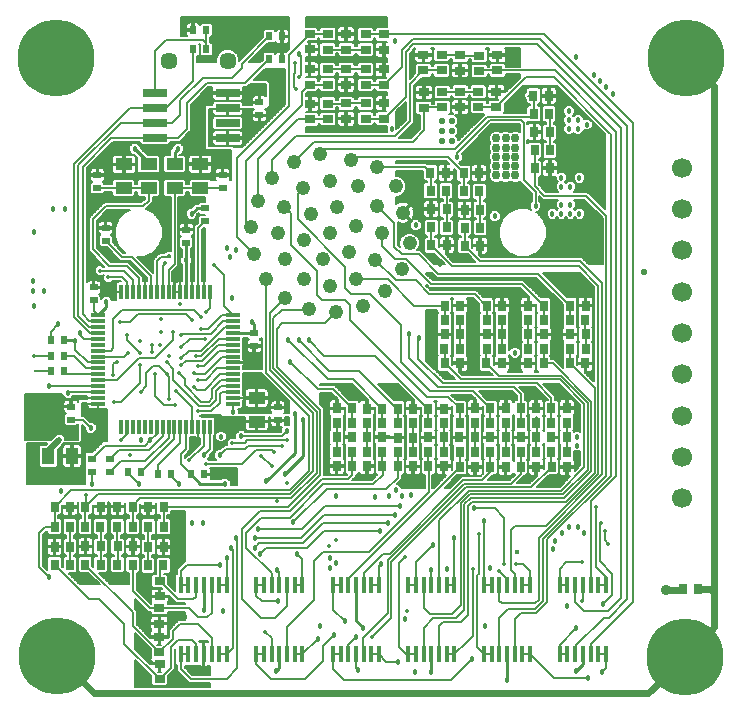
<source format=gbl>
G75*
%MOIN*%
%OFA0B0*%
%FSLAX25Y25*%
%IPPOS*%
%LPD*%
%AMOC8*
5,1,8,0,0,1.08239X$1,22.5*
%
%ADD10R,0.02756X0.03543*%
%ADD11R,0.03543X0.02756*%
%ADD12R,0.03937X0.05512*%
%ADD13R,0.05512X0.03937*%
%ADD14R,0.02559X0.02165*%
%ADD15R,0.02165X0.02559*%
%ADD16C,0.05709*%
%ADD17R,0.01400X0.05800*%
%ADD18R,0.01181X0.04724*%
%ADD19R,0.04724X0.01181*%
%ADD20R,0.08000X0.02600*%
%ADD21C,0.03000*%
%ADD22C,0.04800*%
%ADD23C,0.06693*%
%ADD24C,0.01400*%
%ADD25C,0.00500*%
%ADD26C,0.01800*%
%ADD27C,0.01000*%
%ADD28C,0.00800*%
%ADD29C,0.01600*%
%ADD30C,0.03543*%
%ADD31C,0.02400*%
%ADD32C,0.02000*%
%ADD33C,0.02300*%
%ADD34C,0.00600*%
%ADD35C,0.01300*%
%ADD36C,0.25653*%
D10*
X0037513Y0052605D03*
X0042631Y0052605D03*
X0047714Y0052717D03*
X0052832Y0052717D03*
X0058453Y0052680D03*
X0063571Y0052680D03*
X0068657Y0052490D03*
X0073775Y0052490D03*
X0073847Y0058571D03*
X0068729Y0058571D03*
X0063639Y0058750D03*
X0058521Y0058750D03*
X0052911Y0058771D03*
X0047793Y0058771D03*
X0042643Y0058699D03*
X0037525Y0058699D03*
X0037510Y0065331D03*
X0042629Y0065331D03*
X0047688Y0065348D03*
X0052806Y0065348D03*
X0058423Y0065352D03*
X0063541Y0065352D03*
X0068737Y0065273D03*
X0073855Y0065273D03*
X0073837Y0071939D03*
X0068719Y0071939D03*
X0063587Y0071985D03*
X0058469Y0071985D03*
X0052857Y0071984D03*
X0047739Y0071984D03*
X0042626Y0071971D03*
X0037508Y0071971D03*
X0131544Y0085547D03*
X0131565Y0090395D03*
X0136683Y0090395D03*
X0136662Y0085547D03*
X0141675Y0085605D03*
X0141597Y0090344D03*
X0141592Y0095168D03*
X0141607Y0099940D03*
X0141589Y0104700D03*
X0136733Y0104745D03*
X0131615Y0104745D03*
X0131602Y0099966D03*
X0136720Y0099966D03*
X0136689Y0095198D03*
X0131571Y0095198D03*
X0146710Y0095168D03*
X0146725Y0099940D03*
X0146707Y0104700D03*
X0151865Y0104665D03*
X0151879Y0099819D03*
X0151858Y0095055D03*
X0151877Y0090249D03*
X0151866Y0085483D03*
X0146793Y0085605D03*
X0146715Y0090344D03*
X0156996Y0090249D03*
X0156984Y0085483D03*
X0162109Y0085546D03*
X0162137Y0090304D03*
X0162080Y0095105D03*
X0162089Y0099887D03*
X0162081Y0104715D03*
X0156983Y0104665D03*
X0156997Y0099819D03*
X0156976Y0095055D03*
X0167198Y0095105D03*
X0167207Y0099887D03*
X0167199Y0104715D03*
X0172491Y0104747D03*
X0172510Y0099905D03*
X0172472Y0095101D03*
X0172593Y0090170D03*
X0172581Y0085245D03*
X0177699Y0085245D03*
X0177711Y0090170D03*
X0177590Y0095101D03*
X0177628Y0099905D03*
X0177610Y0104747D03*
X0182797Y0104819D03*
X0182782Y0099943D03*
X0182742Y0095123D03*
X0182814Y0090223D03*
X0182779Y0085308D03*
X0187897Y0085308D03*
X0192938Y0085286D03*
X0192994Y0090202D03*
X0187932Y0090223D03*
X0187860Y0095123D03*
X0192946Y0095111D03*
X0192949Y0099933D03*
X0187900Y0099943D03*
X0187915Y0104819D03*
X0192934Y0104815D03*
X0198052Y0104815D03*
X0198067Y0099933D03*
X0198064Y0095111D03*
X0198112Y0090202D03*
X0198057Y0085286D03*
X0203159Y0085294D03*
X0203153Y0090298D03*
X0203107Y0095134D03*
X0203131Y0099942D03*
X0203140Y0104831D03*
X0208259Y0104831D03*
X0208250Y0099942D03*
X0208225Y0095134D03*
X0208271Y0090298D03*
X0208277Y0085294D03*
X0209315Y0119775D03*
X0214433Y0119775D03*
X0214523Y0124623D03*
X0209405Y0124623D03*
X0209418Y0129443D03*
X0214536Y0129443D03*
X0214479Y0134270D03*
X0209361Y0134270D03*
X0209372Y0139005D03*
X0214490Y0139005D03*
X0200553Y0139006D03*
X0200563Y0134247D03*
X0200590Y0129448D03*
X0200575Y0124616D03*
X0200516Y0119778D03*
X0195398Y0119778D03*
X0195456Y0124616D03*
X0195472Y0129448D03*
X0195445Y0134247D03*
X0195435Y0139006D03*
X0186616Y0139006D03*
X0186618Y0134247D03*
X0186617Y0129441D03*
X0186608Y0124632D03*
X0186581Y0119785D03*
X0181463Y0119785D03*
X0181489Y0124632D03*
X0181499Y0129441D03*
X0181500Y0134247D03*
X0181498Y0139006D03*
X0172617Y0138988D03*
X0172613Y0134271D03*
X0172610Y0129460D03*
X0172601Y0124634D03*
X0172611Y0119834D03*
X0167493Y0119834D03*
X0167482Y0124634D03*
X0167492Y0129460D03*
X0167495Y0134271D03*
X0167499Y0138988D03*
X0168241Y0159113D03*
X0163122Y0159113D03*
X0163111Y0165130D03*
X0168229Y0165130D03*
X0174226Y0164956D03*
X0179345Y0164956D03*
X0179337Y0159024D03*
X0174219Y0159024D03*
X0174164Y0171016D03*
X0179282Y0171016D03*
X0179096Y0177096D03*
X0173978Y0177096D03*
X0167989Y0177254D03*
X0162871Y0177254D03*
X0162776Y0183285D03*
X0167894Y0183285D03*
X0173869Y0183199D03*
X0178987Y0183199D03*
X0168166Y0171191D03*
X0163048Y0171191D03*
X0197520Y0184850D03*
X0202638Y0184850D03*
X0202626Y0190808D03*
X0197508Y0190808D03*
X0197424Y0196853D03*
X0202542Y0196853D03*
X0202354Y0202919D03*
X0197236Y0202919D03*
X0197146Y0208982D03*
X0202265Y0208982D03*
X0167255Y0090304D03*
X0167227Y0085546D03*
X0247022Y0044468D03*
X0252141Y0044468D03*
D11*
X0147282Y0201392D03*
X0147282Y0206510D03*
X0141172Y0206459D03*
X0141172Y0201340D03*
X0134679Y0201317D03*
X0134679Y0206435D03*
X0134688Y0212655D03*
X0134688Y0217773D03*
X0141165Y0217735D03*
X0141165Y0212617D03*
X0147240Y0212620D03*
X0147240Y0217738D03*
X0147239Y0224352D03*
X0147239Y0229470D03*
X0141191Y0229468D03*
X0141191Y0224350D03*
X0134710Y0224394D03*
X0134710Y0229512D03*
X0128625Y0229514D03*
X0128625Y0224396D03*
X0122551Y0224401D03*
X0122551Y0229519D03*
X0122552Y0217813D03*
X0122552Y0212695D03*
X0128597Y0212675D03*
X0128597Y0217793D03*
X0128630Y0206398D03*
X0128630Y0201280D03*
X0122719Y0201163D03*
X0122719Y0206281D03*
X0160616Y0204964D03*
X0160616Y0210082D03*
X0166675Y0210188D03*
X0166675Y0205069D03*
X0172725Y0205215D03*
X0172725Y0210333D03*
X0178773Y0210385D03*
X0178773Y0205267D03*
X0184743Y0205282D03*
X0184743Y0210400D03*
X0185094Y0217420D03*
X0185094Y0222538D03*
X0179016Y0222394D03*
X0179016Y0217276D03*
X0172679Y0217376D03*
X0172679Y0222494D03*
X0166523Y0222551D03*
X0166523Y0217433D03*
X0160477Y0217438D03*
X0160477Y0222556D03*
X0072538Y0047217D03*
X0072538Y0042099D03*
X0072455Y0038183D03*
X0072455Y0033065D03*
X0072458Y0028643D03*
X0072458Y0023525D03*
X0072489Y0019670D03*
X0072489Y0014552D03*
D12*
X0043352Y0088876D03*
X0035478Y0088876D03*
D13*
X0104857Y0100370D03*
X0104857Y0108244D03*
X0086141Y0178289D03*
X0086141Y0186164D03*
X0077549Y0186197D03*
X0077549Y0178323D03*
X0068887Y0178260D03*
X0068887Y0186134D03*
X0060620Y0186100D03*
X0060620Y0178226D03*
D14*
X0051812Y0178212D03*
X0051812Y0182543D03*
X0054568Y0164934D03*
X0054568Y0160603D03*
X0050542Y0145073D03*
X0050542Y0140742D03*
X0081390Y0159995D03*
X0081390Y0164326D03*
X0087559Y0167137D03*
X0087559Y0171467D03*
X0093513Y0178277D03*
X0093513Y0182608D03*
X0105788Y0202481D03*
X0105788Y0206811D03*
X0104060Y0129899D03*
X0104060Y0125569D03*
X0111947Y0105072D03*
X0111947Y0100742D03*
X0055838Y0087833D03*
X0055838Y0083502D03*
X0049869Y0083657D03*
X0049869Y0087987D03*
X0043012Y0101017D03*
X0043012Y0105347D03*
D15*
X0040655Y0117134D03*
X0036324Y0117134D03*
X0036332Y0122302D03*
X0040663Y0122302D03*
X0040676Y0127599D03*
X0036345Y0127599D03*
X0062026Y0083582D03*
X0066357Y0083582D03*
X0072093Y0082768D03*
X0076424Y0082768D03*
X0083059Y0082785D03*
X0087389Y0082785D03*
X0108988Y0221192D03*
X0113319Y0221192D03*
X0113351Y0228753D03*
X0109020Y0228753D03*
X0088058Y0230950D03*
X0083727Y0230950D03*
X0083721Y0224441D03*
X0088052Y0224441D03*
D16*
X0095186Y0220520D03*
X0075501Y0220520D03*
D17*
X0079527Y0045819D03*
X0082127Y0045819D03*
X0084627Y0045819D03*
X0087227Y0045819D03*
X0089827Y0045819D03*
X0092327Y0045819D03*
X0094927Y0045819D03*
X0104748Y0045810D03*
X0107348Y0045810D03*
X0109848Y0045810D03*
X0112448Y0045810D03*
X0115048Y0045810D03*
X0117548Y0045810D03*
X0120148Y0045810D03*
X0130247Y0045786D03*
X0132847Y0045786D03*
X0135347Y0045786D03*
X0137947Y0045786D03*
X0140547Y0045786D03*
X0143047Y0045786D03*
X0145647Y0045786D03*
X0155420Y0045809D03*
X0158020Y0045809D03*
X0160520Y0045809D03*
X0163120Y0045809D03*
X0165720Y0045809D03*
X0168220Y0045809D03*
X0170820Y0045809D03*
X0180648Y0045775D03*
X0183248Y0045775D03*
X0185748Y0045775D03*
X0188348Y0045775D03*
X0190948Y0045775D03*
X0193448Y0045775D03*
X0196048Y0045775D03*
X0205855Y0045812D03*
X0208455Y0045812D03*
X0210955Y0045812D03*
X0213555Y0045812D03*
X0216155Y0045812D03*
X0218655Y0045812D03*
X0221255Y0045812D03*
X0221255Y0022812D03*
X0218655Y0022812D03*
X0216155Y0022812D03*
X0213555Y0022812D03*
X0210955Y0022812D03*
X0208455Y0022812D03*
X0205855Y0022812D03*
X0196048Y0022775D03*
X0193448Y0022775D03*
X0190948Y0022775D03*
X0188348Y0022775D03*
X0185748Y0022775D03*
X0183248Y0022775D03*
X0180648Y0022775D03*
X0170820Y0022809D03*
X0168220Y0022809D03*
X0165720Y0022809D03*
X0163120Y0022809D03*
X0160520Y0022809D03*
X0158020Y0022809D03*
X0155420Y0022809D03*
X0145647Y0022786D03*
X0143047Y0022786D03*
X0140547Y0022786D03*
X0137947Y0022786D03*
X0135347Y0022786D03*
X0132847Y0022786D03*
X0130247Y0022786D03*
X0120148Y0022810D03*
X0117548Y0022810D03*
X0115048Y0022810D03*
X0112448Y0022810D03*
X0109848Y0022810D03*
X0107348Y0022810D03*
X0104748Y0022810D03*
X0094927Y0022819D03*
X0092327Y0022819D03*
X0089827Y0022819D03*
X0087227Y0022819D03*
X0084627Y0022819D03*
X0082127Y0022819D03*
X0079527Y0022819D03*
D18*
X0079427Y0098619D03*
X0077459Y0098619D03*
X0075490Y0098619D03*
X0073522Y0098619D03*
X0071553Y0098619D03*
X0069585Y0098619D03*
X0067616Y0098619D03*
X0065648Y0098619D03*
X0063679Y0098619D03*
X0061711Y0098619D03*
X0059742Y0098619D03*
X0081396Y0098619D03*
X0083364Y0098619D03*
X0085333Y0098619D03*
X0087301Y0098619D03*
X0089270Y0098619D03*
X0089270Y0143501D03*
X0087301Y0143501D03*
X0085333Y0143501D03*
X0083364Y0143501D03*
X0081396Y0143501D03*
X0079427Y0143501D03*
X0077459Y0143501D03*
X0075490Y0143501D03*
X0073522Y0143501D03*
X0071553Y0143501D03*
X0069585Y0143501D03*
X0067616Y0143501D03*
X0065648Y0143501D03*
X0063679Y0143501D03*
X0061711Y0143501D03*
X0059742Y0143501D03*
D19*
X0052065Y0135824D03*
X0052065Y0133855D03*
X0052065Y0131887D03*
X0052065Y0129918D03*
X0052065Y0127950D03*
X0052065Y0125981D03*
X0052065Y0124013D03*
X0052065Y0122044D03*
X0052065Y0120076D03*
X0052065Y0118107D03*
X0052065Y0116138D03*
X0052065Y0114170D03*
X0052065Y0112201D03*
X0052065Y0110233D03*
X0052065Y0108264D03*
X0052065Y0106296D03*
X0096947Y0106296D03*
X0096947Y0108264D03*
X0096947Y0110233D03*
X0096947Y0112201D03*
X0096947Y0114170D03*
X0096947Y0116138D03*
X0096947Y0118107D03*
X0096947Y0120076D03*
X0096947Y0122044D03*
X0096947Y0124013D03*
X0096947Y0125981D03*
X0096947Y0127950D03*
X0096947Y0129918D03*
X0096947Y0131887D03*
X0096947Y0133855D03*
X0096947Y0135824D03*
D20*
X0095197Y0194909D03*
X0095197Y0199909D03*
X0095197Y0204909D03*
X0095197Y0209909D03*
X0070997Y0209909D03*
X0070997Y0204909D03*
X0070997Y0199909D03*
X0070997Y0194909D03*
D21*
X0184817Y0194822D03*
X0184817Y0191722D03*
X0184817Y0188622D03*
X0184817Y0185522D03*
X0184817Y0182422D03*
X0187917Y0182422D03*
X0191017Y0182422D03*
X0191017Y0185522D03*
X0191017Y0188622D03*
X0191017Y0191722D03*
X0191017Y0194822D03*
X0187917Y0194822D03*
X0187917Y0191722D03*
X0187917Y0188622D03*
X0187917Y0185522D03*
D22*
X0155853Y0159791D03*
X0153236Y0151094D03*
X0147721Y0143881D03*
X0140155Y0139002D03*
X0138104Y0147841D03*
X0144468Y0154205D03*
X0135700Y0156751D03*
X0129336Y0163115D03*
X0122972Y0169479D03*
X0120639Y0160781D03*
X0127003Y0154417D03*
X0120639Y0148053D03*
X0114275Y0141689D03*
X0107911Y0148053D03*
X0114275Y0154417D03*
X0111941Y0163115D03*
X0114063Y0171883D03*
X0120427Y0178247D03*
X0110103Y0181500D03*
X0105224Y0173933D03*
X0103102Y0165165D03*
X0104022Y0156185D03*
X0122406Y0137800D03*
X0131387Y0136881D03*
X0129336Y0145720D03*
X0138033Y0165448D03*
X0131670Y0171812D03*
X0138599Y0178742D03*
X0144963Y0185106D03*
X0151327Y0178742D03*
X0144963Y0172378D03*
X0153661Y0170044D03*
X0146731Y0163115D03*
X0129336Y0180510D03*
X0136266Y0187439D03*
X0126013Y0189631D03*
X0117315Y0187015D03*
D23*
X0246723Y0185000D03*
X0246723Y0171220D03*
X0246723Y0157441D03*
X0246723Y0143661D03*
X0246723Y0129882D03*
X0246723Y0116102D03*
X0246723Y0102323D03*
X0246723Y0088543D03*
X0246723Y0074764D03*
D24*
X0220877Y0063789D03*
X0219677Y0066489D03*
X0217964Y0071989D03*
X0222077Y0059589D03*
X0213377Y0053589D03*
X0213377Y0040689D03*
X0191477Y0052889D03*
X0187477Y0052889D03*
X0185777Y0050589D03*
X0177077Y0051189D03*
X0178877Y0062889D03*
X0187373Y0081474D03*
X0154377Y0055289D03*
X0154877Y0037389D03*
X0143477Y0028689D03*
X0128973Y0059020D03*
X0131429Y0060974D03*
X0114977Y0079989D03*
X0111677Y0073889D03*
X0109829Y0085474D03*
X0110629Y0090174D03*
X0113329Y0092274D03*
X0115129Y0094074D03*
X0106229Y0088974D03*
X0099728Y0095436D03*
X0096740Y0093292D03*
X0091406Y0091733D03*
X0087929Y0086274D03*
X0082414Y0087455D03*
X0083477Y0091089D03*
X0085223Y0103839D03*
X0077628Y0105780D03*
X0075808Y0107750D03*
X0078144Y0110513D03*
X0079107Y0116451D03*
X0079775Y0119112D03*
X0079770Y0121429D03*
X0079767Y0125202D03*
X0075534Y0122387D03*
X0074873Y0120265D03*
X0070150Y0123482D03*
X0070112Y0125927D03*
X0072682Y0125833D03*
X0072889Y0130085D03*
X0076866Y0130075D03*
X0079809Y0129150D03*
X0083375Y0134326D03*
X0086267Y0135239D03*
X0088078Y0136883D03*
X0086158Y0131169D03*
X0087582Y0128051D03*
X0084731Y0122195D03*
X0085370Y0118824D03*
X0084071Y0116426D03*
X0085406Y0114337D03*
X0084066Y0111884D03*
X0074838Y0116251D03*
X0070944Y0116334D03*
X0065985Y0119137D03*
X0065990Y0123102D03*
X0062016Y0123242D03*
X0066011Y0127168D03*
X0061607Y0129160D03*
X0059240Y0133557D03*
X0058322Y0120310D03*
X0057049Y0115842D03*
X0057478Y0106973D03*
X0066186Y0110385D03*
X0059777Y0094389D03*
X0062677Y0089189D03*
X0048151Y0075754D03*
X0034499Y0062001D03*
X0030651Y0122320D03*
X0055456Y0148423D03*
X0052640Y0150699D03*
X0074376Y0153086D03*
X0075598Y0155593D03*
X0079277Y0152289D03*
X0090544Y0152465D03*
X0079438Y0139450D03*
X0072863Y0134491D03*
X0117829Y0211174D03*
X0119029Y0215274D03*
X0117729Y0219874D03*
X0107797Y0030290D03*
D25*
X0109848Y0028238D01*
X0109848Y0022810D01*
X0107348Y0022810D02*
X0104748Y0022810D01*
X0104748Y0019673D01*
X0109706Y0014715D01*
X0121143Y0014715D01*
X0126996Y0020569D01*
X0126996Y0025676D01*
X0130647Y0029327D01*
X0125181Y0027842D02*
X0120148Y0022810D01*
X0117548Y0022810D01*
X0115048Y0022810D02*
X0115048Y0031903D01*
X0123920Y0040774D01*
X0123920Y0054040D01*
X0126870Y0056989D01*
X0142377Y0056989D01*
X0162159Y0076771D01*
X0162159Y0085496D01*
X0162109Y0085546D01*
X0162109Y0090304D01*
X0162137Y0090304D01*
X0164572Y0090532D02*
X0164820Y0090532D01*
X0164820Y0090034D02*
X0164572Y0090034D01*
X0164572Y0089535D02*
X0164820Y0089535D01*
X0164820Y0089037D02*
X0164572Y0089037D01*
X0164572Y0088538D02*
X0164820Y0088538D01*
X0164820Y0088095D02*
X0164842Y0088073D01*
X0164684Y0087800D01*
X0164599Y0087483D01*
X0164599Y0085796D01*
X0166977Y0085796D01*
X0166977Y0085296D01*
X0167477Y0085296D01*
X0167477Y0082525D01*
X0168012Y0082525D01*
X0163877Y0078389D01*
X0163466Y0078389D01*
X0163466Y0082718D01*
X0163925Y0082718D01*
X0164544Y0083337D01*
X0164544Y0087756D01*
X0164389Y0087911D01*
X0164572Y0088095D01*
X0164572Y0092514D01*
X0164481Y0092605D01*
X0164623Y0092851D01*
X0164708Y0093168D01*
X0164708Y0094855D01*
X0162330Y0094855D01*
X0162330Y0095355D01*
X0164708Y0095355D01*
X0164708Y0097041D01*
X0164623Y0097359D01*
X0164470Y0097624D01*
X0164524Y0097678D01*
X0164524Y0102097D01*
X0164315Y0102305D01*
X0164516Y0102505D01*
X0164516Y0106925D01*
X0164153Y0107287D01*
X0164854Y0107287D01*
X0164821Y0107254D01*
X0164656Y0106969D01*
X0164571Y0106651D01*
X0164571Y0104965D01*
X0166949Y0104965D01*
X0166949Y0104465D01*
X0164571Y0104465D01*
X0164571Y0102779D01*
X0164656Y0102461D01*
X0164821Y0102176D01*
X0164836Y0102161D01*
X0164772Y0102097D01*
X0164772Y0097678D01*
X0164949Y0097500D01*
X0164763Y0097314D01*
X0164763Y0092895D01*
X0164982Y0092676D01*
X0164820Y0092514D01*
X0164820Y0088095D01*
X0164823Y0088040D02*
X0164517Y0088040D01*
X0164544Y0087541D02*
X0164615Y0087541D01*
X0164599Y0087043D02*
X0164544Y0087043D01*
X0164544Y0086544D02*
X0164599Y0086544D01*
X0164599Y0086046D02*
X0164544Y0086046D01*
X0164544Y0085547D02*
X0166977Y0085547D01*
X0166977Y0085296D02*
X0164599Y0085296D01*
X0164599Y0083610D01*
X0164684Y0083292D01*
X0164849Y0083007D01*
X0165082Y0082774D01*
X0165367Y0082610D01*
X0165685Y0082525D01*
X0166977Y0082525D01*
X0166977Y0085296D01*
X0166977Y0085049D02*
X0167477Y0085049D01*
X0167477Y0085296D02*
X0167477Y0085796D01*
X0169855Y0085796D01*
X0169855Y0087483D01*
X0169770Y0087800D01*
X0169633Y0088038D01*
X0169690Y0088095D01*
X0169690Y0092514D01*
X0169471Y0092733D01*
X0169633Y0092895D01*
X0169633Y0097314D01*
X0169456Y0097492D01*
X0169642Y0097678D01*
X0169642Y0102097D01*
X0169570Y0102169D01*
X0169577Y0102176D01*
X0169742Y0102461D01*
X0169827Y0102779D01*
X0169827Y0104465D01*
X0167449Y0104465D01*
X0167449Y0104965D01*
X0169827Y0104965D01*
X0169827Y0105563D01*
X0170056Y0105333D01*
X0170056Y0102537D01*
X0170277Y0102316D01*
X0170075Y0102115D01*
X0170075Y0097696D01*
X0170113Y0097658D01*
X0170094Y0097640D01*
X0169929Y0097355D01*
X0169844Y0097037D01*
X0169844Y0095351D01*
X0172222Y0095351D01*
X0172222Y0094851D01*
X0169844Y0094851D01*
X0169844Y0093164D01*
X0169929Y0092846D01*
X0170094Y0092561D01*
X0170217Y0092439D01*
X0170158Y0092380D01*
X0170158Y0087961D01*
X0170405Y0087714D01*
X0170145Y0087454D01*
X0170145Y0084658D01*
X0169855Y0084368D01*
X0169855Y0085296D01*
X0167477Y0085296D01*
X0167477Y0085547D02*
X0170145Y0085547D01*
X0170145Y0085049D02*
X0169855Y0085049D01*
X0169855Y0084550D02*
X0170037Y0084550D01*
X0170145Y0086046D02*
X0169855Y0086046D01*
X0169855Y0086544D02*
X0170145Y0086544D01*
X0170145Y0087043D02*
X0169855Y0087043D01*
X0169839Y0087541D02*
X0170232Y0087541D01*
X0170158Y0088040D02*
X0169635Y0088040D01*
X0169690Y0088538D02*
X0170158Y0088538D01*
X0170158Y0089037D02*
X0169690Y0089037D01*
X0169690Y0089535D02*
X0170158Y0089535D01*
X0170158Y0090034D02*
X0169690Y0090034D01*
X0169690Y0090532D02*
X0170158Y0090532D01*
X0170158Y0091031D02*
X0169690Y0091031D01*
X0169690Y0091529D02*
X0170158Y0091529D01*
X0170158Y0092028D02*
X0169690Y0092028D01*
X0169678Y0092526D02*
X0170129Y0092526D01*
X0169882Y0093025D02*
X0169633Y0093025D01*
X0169633Y0093523D02*
X0169844Y0093523D01*
X0169844Y0094022D02*
X0169633Y0094022D01*
X0169633Y0094520D02*
X0169844Y0094520D01*
X0169633Y0095019D02*
X0172222Y0095019D01*
X0172722Y0095019D02*
X0175155Y0095019D01*
X0175100Y0094851D02*
X0172722Y0094851D01*
X0172722Y0095351D01*
X0175100Y0095351D01*
X0175100Y0097037D01*
X0175015Y0097355D01*
X0174865Y0097615D01*
X0174945Y0097696D01*
X0174945Y0102115D01*
X0174725Y0102335D01*
X0174926Y0102537D01*
X0174926Y0106956D01*
X0174307Y0107576D01*
X0171511Y0107576D01*
X0169804Y0109282D01*
X0176485Y0109282D01*
X0177999Y0107768D01*
X0177860Y0107768D01*
X0177860Y0104997D01*
X0180237Y0104997D01*
X0180237Y0105530D01*
X0180362Y0105406D01*
X0180362Y0102610D01*
X0180583Y0102389D01*
X0180347Y0102152D01*
X0180347Y0097733D01*
X0180391Y0097689D01*
X0180364Y0097662D01*
X0180200Y0097377D01*
X0180114Y0097059D01*
X0180114Y0095373D01*
X0182492Y0095373D01*
X0182492Y0094873D01*
X0180114Y0094873D01*
X0180114Y0093186D01*
X0180200Y0092868D01*
X0180364Y0092583D01*
X0180447Y0092500D01*
X0180379Y0092432D01*
X0180379Y0088013D01*
X0180609Y0087783D01*
X0180344Y0087517D01*
X0180344Y0083098D01*
X0180391Y0083051D01*
X0180120Y0082780D01*
X0180241Y0082991D01*
X0180327Y0083309D01*
X0180327Y0084995D01*
X0177949Y0084995D01*
X0177949Y0085495D01*
X0180327Y0085495D01*
X0180327Y0087181D01*
X0180241Y0087499D01*
X0180077Y0087784D01*
X0180023Y0087838D01*
X0180146Y0087961D01*
X0180146Y0092380D01*
X0179830Y0092696D01*
X0180025Y0092891D01*
X0180025Y0097310D01*
X0179852Y0097484D01*
X0180063Y0097696D01*
X0180063Y0102115D01*
X0179979Y0102199D01*
X0179988Y0102208D01*
X0180152Y0102493D01*
X0180237Y0102811D01*
X0180237Y0104497D01*
X0177860Y0104497D01*
X0177860Y0104997D01*
X0177360Y0104997D01*
X0177360Y0107768D01*
X0176067Y0107768D01*
X0175749Y0107683D01*
X0175464Y0107519D01*
X0175231Y0107286D01*
X0175067Y0107001D01*
X0174982Y0106683D01*
X0174982Y0104997D01*
X0177360Y0104997D01*
X0177360Y0104497D01*
X0174982Y0104497D01*
X0174982Y0102811D01*
X0175067Y0102493D01*
X0175231Y0102208D01*
X0175259Y0102180D01*
X0175193Y0102115D01*
X0175193Y0097696D01*
X0175367Y0097522D01*
X0175155Y0097310D01*
X0175155Y0092891D01*
X0175471Y0092575D01*
X0175276Y0092380D01*
X0175276Y0087961D01*
X0175387Y0087850D01*
X0175320Y0087784D01*
X0175156Y0087499D01*
X0175071Y0087181D01*
X0175071Y0085495D01*
X0177449Y0085495D01*
X0177449Y0084995D01*
X0177949Y0084995D01*
X0177949Y0082223D01*
X0179241Y0082223D01*
X0179559Y0082309D01*
X0179770Y0082430D01*
X0179536Y0082197D01*
X0173236Y0082197D01*
X0169429Y0078389D01*
X0167574Y0078389D01*
X0171600Y0082416D01*
X0174396Y0082416D01*
X0175016Y0083035D01*
X0175016Y0087454D01*
X0174768Y0087702D01*
X0175028Y0087961D01*
X0175028Y0092380D01*
X0174848Y0092559D01*
X0174850Y0092561D01*
X0175015Y0092846D01*
X0175100Y0093164D01*
X0175100Y0094851D01*
X0175100Y0094520D02*
X0175155Y0094520D01*
X0175155Y0094022D02*
X0175100Y0094022D01*
X0175100Y0093523D02*
X0175155Y0093523D01*
X0175155Y0093025D02*
X0175063Y0093025D01*
X0174881Y0092526D02*
X0175422Y0092526D01*
X0175276Y0092028D02*
X0175028Y0092028D01*
X0175028Y0091529D02*
X0175276Y0091529D01*
X0175276Y0091031D02*
X0175028Y0091031D01*
X0175028Y0090532D02*
X0175276Y0090532D01*
X0175276Y0090034D02*
X0175028Y0090034D01*
X0175028Y0089535D02*
X0175276Y0089535D01*
X0175276Y0089037D02*
X0175028Y0089037D01*
X0175028Y0088538D02*
X0175276Y0088538D01*
X0175276Y0088040D02*
X0175028Y0088040D01*
X0174929Y0087541D02*
X0175180Y0087541D01*
X0175071Y0087043D02*
X0175016Y0087043D01*
X0175016Y0086544D02*
X0175071Y0086544D01*
X0175071Y0086046D02*
X0175016Y0086046D01*
X0175016Y0085547D02*
X0175071Y0085547D01*
X0175016Y0085049D02*
X0177449Y0085049D01*
X0177449Y0084995D02*
X0175071Y0084995D01*
X0175071Y0083309D01*
X0175156Y0082991D01*
X0175320Y0082706D01*
X0175553Y0082473D01*
X0175838Y0082309D01*
X0176156Y0082223D01*
X0177449Y0082223D01*
X0177449Y0084995D01*
X0177449Y0084550D02*
X0177949Y0084550D01*
X0177949Y0084052D02*
X0177449Y0084052D01*
X0177449Y0083553D02*
X0177949Y0083553D01*
X0177949Y0083055D02*
X0177449Y0083055D01*
X0177449Y0082556D02*
X0177949Y0082556D01*
X0180258Y0083055D02*
X0180387Y0083055D01*
X0180344Y0083553D02*
X0180327Y0083553D01*
X0180327Y0084052D02*
X0180344Y0084052D01*
X0180327Y0084550D02*
X0180344Y0084550D01*
X0180344Y0085049D02*
X0177949Y0085049D01*
X0180327Y0085547D02*
X0180344Y0085547D01*
X0180327Y0086046D02*
X0180344Y0086046D01*
X0180327Y0086544D02*
X0180344Y0086544D01*
X0180327Y0087043D02*
X0180344Y0087043D01*
X0180368Y0087541D02*
X0180217Y0087541D01*
X0180146Y0088040D02*
X0180379Y0088040D01*
X0180379Y0088538D02*
X0180146Y0088538D01*
X0180146Y0089037D02*
X0180379Y0089037D01*
X0180379Y0089535D02*
X0180146Y0089535D01*
X0180146Y0090034D02*
X0180379Y0090034D01*
X0180379Y0090532D02*
X0180146Y0090532D01*
X0180146Y0091031D02*
X0180379Y0091031D01*
X0180379Y0091529D02*
X0180146Y0091529D01*
X0180146Y0092028D02*
X0180379Y0092028D01*
X0180421Y0092526D02*
X0179999Y0092526D01*
X0180025Y0093025D02*
X0180158Y0093025D01*
X0180114Y0093523D02*
X0180025Y0093523D01*
X0180025Y0094022D02*
X0180114Y0094022D01*
X0180114Y0094520D02*
X0180025Y0094520D01*
X0180025Y0095019D02*
X0182492Y0095019D01*
X0182992Y0095019D02*
X0185425Y0095019D01*
X0185370Y0094873D02*
X0182992Y0094873D01*
X0182992Y0095373D01*
X0185370Y0095373D01*
X0185370Y0097059D01*
X0185285Y0097377D01*
X0185130Y0097646D01*
X0185217Y0097733D01*
X0185217Y0102152D01*
X0184996Y0102373D01*
X0185232Y0102610D01*
X0185232Y0107029D01*
X0184613Y0107648D01*
X0181817Y0107648D01*
X0178982Y0110482D01*
X0190036Y0110482D01*
X0191626Y0108892D01*
X0191626Y0107644D01*
X0191118Y0107644D01*
X0190499Y0107025D01*
X0190499Y0106921D01*
X0190458Y0107073D01*
X0190293Y0107358D01*
X0190060Y0107591D01*
X0189775Y0107756D01*
X0189458Y0107841D01*
X0188165Y0107841D01*
X0188165Y0105069D01*
X0187665Y0105069D01*
X0187665Y0104569D01*
X0185287Y0104569D01*
X0185287Y0102883D01*
X0185372Y0102565D01*
X0185537Y0102280D01*
X0185565Y0102252D01*
X0185465Y0102152D01*
X0185465Y0097733D01*
X0185646Y0097552D01*
X0185425Y0097332D01*
X0185425Y0092913D01*
X0185702Y0092637D01*
X0185497Y0092432D01*
X0185497Y0088013D01*
X0185591Y0087919D01*
X0185519Y0087847D01*
X0185354Y0087562D01*
X0185269Y0087244D01*
X0185269Y0085558D01*
X0187647Y0085558D01*
X0187647Y0085058D01*
X0185269Y0085058D01*
X0185269Y0083372D01*
X0185354Y0083054D01*
X0185519Y0082769D01*
X0185751Y0082536D01*
X0186036Y0082371D01*
X0186354Y0082286D01*
X0187647Y0082286D01*
X0187647Y0085058D01*
X0188147Y0085058D01*
X0188147Y0082286D01*
X0189439Y0082286D01*
X0189757Y0082371D01*
X0190042Y0082536D01*
X0190275Y0082769D01*
X0190440Y0083054D01*
X0190503Y0083292D01*
X0190503Y0083077D01*
X0190860Y0082720D01*
X0189136Y0080997D01*
X0182033Y0080997D01*
X0183516Y0082479D01*
X0184595Y0082479D01*
X0185214Y0083098D01*
X0185214Y0087517D01*
X0184983Y0087748D01*
X0185249Y0088013D01*
X0185249Y0092432D01*
X0185109Y0092572D01*
X0185120Y0092583D01*
X0185285Y0092868D01*
X0185370Y0093186D01*
X0185370Y0094873D01*
X0185370Y0094520D02*
X0185425Y0094520D01*
X0185425Y0094022D02*
X0185370Y0094022D01*
X0185370Y0093523D02*
X0185425Y0093523D01*
X0185425Y0093025D02*
X0185327Y0093025D01*
X0185155Y0092526D02*
X0185591Y0092526D01*
X0185497Y0092028D02*
X0185249Y0092028D01*
X0185249Y0091529D02*
X0185497Y0091529D01*
X0185497Y0091031D02*
X0185249Y0091031D01*
X0185249Y0090532D02*
X0185497Y0090532D01*
X0185497Y0090034D02*
X0185249Y0090034D01*
X0185249Y0089535D02*
X0185497Y0089535D01*
X0185497Y0089037D02*
X0185249Y0089037D01*
X0185249Y0088538D02*
X0185497Y0088538D01*
X0185497Y0088040D02*
X0185249Y0088040D01*
X0185190Y0087541D02*
X0185349Y0087541D01*
X0185269Y0087043D02*
X0185214Y0087043D01*
X0185214Y0086544D02*
X0185269Y0086544D01*
X0185269Y0086046D02*
X0185214Y0086046D01*
X0185214Y0085547D02*
X0187647Y0085547D01*
X0187647Y0085049D02*
X0188147Y0085049D01*
X0188147Y0084550D02*
X0187647Y0084550D01*
X0187647Y0084052D02*
X0188147Y0084052D01*
X0188147Y0083553D02*
X0187647Y0083553D01*
X0187647Y0083055D02*
X0188147Y0083055D01*
X0188147Y0082556D02*
X0187647Y0082556D01*
X0185731Y0082556D02*
X0184672Y0082556D01*
X0185170Y0083055D02*
X0185354Y0083055D01*
X0185269Y0083553D02*
X0185214Y0083553D01*
X0185214Y0084052D02*
X0185269Y0084052D01*
X0185269Y0084550D02*
X0185214Y0084550D01*
X0185214Y0085049D02*
X0185269Y0085049D01*
X0182779Y0085308D02*
X0182779Y0090223D01*
X0182814Y0090223D01*
X0182779Y0085308D02*
X0182779Y0083591D01*
X0180077Y0080889D01*
X0173777Y0080889D01*
X0149177Y0056289D01*
X0147077Y0056289D01*
X0140547Y0049759D01*
X0140547Y0045786D01*
X0143047Y0045786D02*
X0145647Y0045786D01*
X0145647Y0052159D01*
X0146477Y0052989D01*
X0148577Y0054189D02*
X0174077Y0079689D01*
X0189677Y0079689D01*
X0192977Y0082989D01*
X0192977Y0085247D01*
X0192938Y0085286D01*
X0192938Y0090202D01*
X0192994Y0090202D01*
X0190559Y0090034D02*
X0190367Y0090034D01*
X0190367Y0090532D02*
X0190559Y0090532D01*
X0190559Y0091031D02*
X0190367Y0091031D01*
X0190367Y0091529D02*
X0190559Y0091529D01*
X0190559Y0092028D02*
X0190367Y0092028D01*
X0190367Y0092432D02*
X0190091Y0092709D01*
X0190295Y0092913D01*
X0190295Y0097332D01*
X0190115Y0097513D01*
X0190335Y0097733D01*
X0190335Y0102152D01*
X0190250Y0102237D01*
X0190293Y0102280D01*
X0190458Y0102565D01*
X0190499Y0102717D01*
X0190499Y0102606D01*
X0190738Y0102367D01*
X0190514Y0102143D01*
X0190514Y0097724D01*
X0190578Y0097660D01*
X0190568Y0097650D01*
X0190403Y0097365D01*
X0190318Y0097048D01*
X0190318Y0095361D01*
X0192696Y0095361D01*
X0192696Y0094861D01*
X0190318Y0094861D01*
X0190318Y0093175D01*
X0190403Y0092857D01*
X0190568Y0092572D01*
X0190644Y0092496D01*
X0190559Y0092412D01*
X0190559Y0087993D01*
X0190780Y0087772D01*
X0190503Y0087496D01*
X0190503Y0087324D01*
X0190440Y0087562D01*
X0190275Y0087847D01*
X0190238Y0087884D01*
X0190367Y0088013D01*
X0190367Y0092432D01*
X0190273Y0092526D02*
X0190613Y0092526D01*
X0190358Y0093025D02*
X0190295Y0093025D01*
X0190295Y0093523D02*
X0190318Y0093523D01*
X0190295Y0094022D02*
X0190318Y0094022D01*
X0190295Y0094520D02*
X0190318Y0094520D01*
X0190295Y0095019D02*
X0192696Y0095019D01*
X0193196Y0095019D02*
X0195629Y0095019D01*
X0195574Y0094861D02*
X0193196Y0094861D01*
X0193196Y0095361D01*
X0195574Y0095361D01*
X0195574Y0097048D01*
X0195489Y0097365D01*
X0195324Y0097650D01*
X0195317Y0097657D01*
X0195384Y0097724D01*
X0195384Y0102143D01*
X0195145Y0102382D01*
X0195369Y0102606D01*
X0195369Y0107025D01*
X0194749Y0107644D01*
X0194241Y0107644D01*
X0194241Y0109975D01*
X0193475Y0110740D01*
X0192325Y0111890D01*
X0197628Y0111890D01*
X0201833Y0107685D01*
X0201833Y0107659D01*
X0201325Y0107659D01*
X0200705Y0107040D01*
X0200705Y0102621D01*
X0200936Y0102391D01*
X0200696Y0102151D01*
X0200696Y0097732D01*
X0200742Y0097687D01*
X0200729Y0097673D01*
X0200564Y0097388D01*
X0200499Y0097144D01*
X0200499Y0097321D01*
X0200299Y0097521D01*
X0200502Y0097724D01*
X0200502Y0102143D01*
X0200399Y0102246D01*
X0200430Y0102276D01*
X0200594Y0102561D01*
X0200680Y0102879D01*
X0200680Y0104565D01*
X0198302Y0104565D01*
X0198302Y0105065D01*
X0200680Y0105065D01*
X0200680Y0106752D01*
X0200594Y0107070D01*
X0200430Y0107355D01*
X0200197Y0107587D01*
X0199912Y0107752D01*
X0199594Y0107837D01*
X0198302Y0107837D01*
X0198302Y0105065D01*
X0197802Y0105065D01*
X0197802Y0104565D01*
X0195424Y0104565D01*
X0195424Y0102879D01*
X0195509Y0102561D01*
X0195673Y0102276D01*
X0195720Y0102230D01*
X0195632Y0102143D01*
X0195632Y0097724D01*
X0195832Y0097524D01*
X0195629Y0097321D01*
X0195629Y0092902D01*
X0195898Y0092633D01*
X0195677Y0092412D01*
X0195677Y0087993D01*
X0195761Y0087909D01*
X0195678Y0087826D01*
X0195514Y0087541D01*
X0195328Y0087541D01*
X0195373Y0087496D02*
X0195153Y0087717D01*
X0195429Y0087993D01*
X0195429Y0092412D01*
X0195296Y0092545D01*
X0195324Y0092572D01*
X0195489Y0092857D01*
X0195574Y0093175D01*
X0195574Y0094861D01*
X0195574Y0094520D02*
X0195629Y0094520D01*
X0195629Y0094022D02*
X0195574Y0094022D01*
X0195574Y0093523D02*
X0195629Y0093523D01*
X0195629Y0093025D02*
X0195534Y0093025D01*
X0195315Y0092526D02*
X0195792Y0092526D01*
X0195677Y0092028D02*
X0195429Y0092028D01*
X0195429Y0091529D02*
X0195677Y0091529D01*
X0195677Y0091031D02*
X0195429Y0091031D01*
X0195429Y0090532D02*
X0195677Y0090532D01*
X0195677Y0090034D02*
X0195429Y0090034D01*
X0195429Y0089535D02*
X0195677Y0089535D01*
X0195677Y0089037D02*
X0195429Y0089037D01*
X0195429Y0088538D02*
X0195677Y0088538D01*
X0195677Y0088040D02*
X0195429Y0088040D01*
X0195514Y0087541D02*
X0195429Y0087223D01*
X0195429Y0085536D01*
X0197806Y0085536D01*
X0197806Y0085036D01*
X0195429Y0085036D01*
X0195429Y0083350D01*
X0195514Y0083032D01*
X0195678Y0082747D01*
X0195911Y0082515D01*
X0196196Y0082350D01*
X0196514Y0082265D01*
X0197807Y0082265D01*
X0197807Y0085036D01*
X0198306Y0085036D01*
X0198306Y0082290D01*
X0195813Y0079797D01*
X0191633Y0079797D01*
X0194285Y0082448D01*
X0194285Y0082458D01*
X0194754Y0082458D01*
X0195373Y0083077D01*
X0195373Y0087496D01*
X0195373Y0087043D02*
X0195429Y0087043D01*
X0195429Y0086544D02*
X0195373Y0086544D01*
X0195373Y0086046D02*
X0195429Y0086046D01*
X0195429Y0085547D02*
X0195373Y0085547D01*
X0195373Y0085049D02*
X0197806Y0085049D01*
X0197807Y0084550D02*
X0198306Y0084550D01*
X0198307Y0085036D02*
X0198307Y0085536D01*
X0200684Y0085536D01*
X0200684Y0087223D01*
X0200599Y0087541D01*
X0200761Y0087541D01*
X0200724Y0087504D02*
X0200724Y0084708D01*
X0200684Y0084668D01*
X0200684Y0085036D01*
X0198307Y0085036D01*
X0198307Y0085049D02*
X0200724Y0085049D01*
X0200724Y0085547D02*
X0200684Y0085547D01*
X0200684Y0086046D02*
X0200724Y0086046D01*
X0200724Y0086544D02*
X0200684Y0086544D01*
X0200684Y0087043D02*
X0200724Y0087043D01*
X0200724Y0087504D02*
X0201013Y0087793D01*
X0200718Y0088088D01*
X0200718Y0092507D01*
X0200767Y0092557D01*
X0200729Y0092595D01*
X0200564Y0092880D01*
X0200499Y0093124D01*
X0200499Y0092902D01*
X0200278Y0092681D01*
X0200547Y0092412D01*
X0200547Y0087993D01*
X0200407Y0087853D01*
X0200435Y0087826D01*
X0200599Y0087541D01*
X0200547Y0088040D02*
X0200767Y0088040D01*
X0200718Y0088538D02*
X0200547Y0088538D01*
X0200547Y0089037D02*
X0200718Y0089037D01*
X0200718Y0089535D02*
X0200547Y0089535D01*
X0200547Y0090034D02*
X0200718Y0090034D01*
X0200718Y0090532D02*
X0200547Y0090532D01*
X0200547Y0091031D02*
X0200718Y0091031D01*
X0200718Y0091529D02*
X0200547Y0091529D01*
X0200547Y0092028D02*
X0200718Y0092028D01*
X0200737Y0092526D02*
X0200433Y0092526D01*
X0200499Y0093025D02*
X0200526Y0093025D01*
X0198477Y0095111D02*
X0198064Y0095111D01*
X0198064Y0090202D01*
X0198112Y0090202D01*
X0198477Y0095111D02*
X0198477Y0101889D01*
X0198067Y0101889D01*
X0198067Y0099933D01*
X0195632Y0100004D02*
X0195384Y0100004D01*
X0195384Y0099506D02*
X0195632Y0099506D01*
X0195632Y0099007D02*
X0195384Y0099007D01*
X0195384Y0098509D02*
X0195632Y0098509D01*
X0195632Y0098010D02*
X0195384Y0098010D01*
X0195404Y0097512D02*
X0195820Y0097512D01*
X0195629Y0097013D02*
X0195574Y0097013D01*
X0195574Y0096515D02*
X0195629Y0096515D01*
X0195629Y0096016D02*
X0195574Y0096016D01*
X0195574Y0095517D02*
X0195629Y0095517D01*
X0190487Y0097512D02*
X0190116Y0097512D01*
X0190295Y0097013D02*
X0190318Y0097013D01*
X0190295Y0096515D02*
X0190318Y0096515D01*
X0190295Y0096016D02*
X0190318Y0096016D01*
X0190295Y0095517D02*
X0190318Y0095517D01*
X0187860Y0095123D02*
X0187860Y0090223D01*
X0187932Y0090223D01*
X0190367Y0089535D02*
X0190559Y0089535D01*
X0190559Y0089037D02*
X0190367Y0089037D01*
X0190367Y0088538D02*
X0190559Y0088538D01*
X0190559Y0088040D02*
X0190367Y0088040D01*
X0190445Y0087541D02*
X0190549Y0087541D01*
X0190526Y0083055D02*
X0190440Y0083055D01*
X0190696Y0082556D02*
X0190063Y0082556D01*
X0190197Y0082058D02*
X0183094Y0082058D01*
X0182596Y0081559D02*
X0189699Y0081559D01*
X0189200Y0081061D02*
X0182097Y0081061D01*
X0175470Y0082556D02*
X0174536Y0082556D01*
X0175016Y0083055D02*
X0175139Y0083055D01*
X0175071Y0083553D02*
X0175016Y0083553D01*
X0175016Y0084052D02*
X0175071Y0084052D01*
X0175071Y0084550D02*
X0175016Y0084550D01*
X0172581Y0085245D02*
X0172581Y0090170D01*
X0172593Y0090170D01*
X0172581Y0085245D02*
X0135347Y0048012D01*
X0135347Y0045786D01*
X0132847Y0045786D02*
X0130247Y0045786D01*
X0130247Y0037720D01*
X0134177Y0033789D01*
X0138077Y0028689D02*
X0135347Y0025959D01*
X0135347Y0022786D01*
X0132847Y0022786D02*
X0130247Y0022786D01*
X0130277Y0022756D01*
X0130277Y0017889D01*
X0133877Y0014289D01*
X0169572Y0014289D01*
X0176625Y0021342D01*
X0178277Y0025146D02*
X0178277Y0049089D01*
X0178877Y0049689D01*
X0178877Y0062889D01*
X0180648Y0067265D02*
X0180656Y0067273D01*
X0180648Y0067265D02*
X0180648Y0045775D01*
X0183248Y0045775D01*
X0185748Y0045775D02*
X0185748Y0040719D01*
X0186677Y0039789D01*
X0197777Y0039789D01*
X0198977Y0040989D01*
X0198977Y0061689D01*
X0220129Y0082841D01*
X0220129Y0146438D01*
X0212777Y0153789D01*
X0179454Y0153789D01*
X0174219Y0159024D01*
X0174219Y0164949D01*
X0174226Y0164956D01*
X0171791Y0164811D02*
X0170664Y0164811D01*
X0170664Y0165309D02*
X0171791Y0165309D01*
X0171791Y0165808D02*
X0170664Y0165808D01*
X0170664Y0166306D02*
X0171791Y0166306D01*
X0171791Y0166805D02*
X0170664Y0166805D01*
X0170664Y0167303D02*
X0171929Y0167303D01*
X0171791Y0167165D02*
X0171791Y0162746D01*
X0172411Y0162127D01*
X0172912Y0162127D01*
X0172912Y0161853D01*
X0172404Y0161853D01*
X0171784Y0161234D01*
X0171784Y0156815D01*
X0172404Y0156196D01*
X0175200Y0156196D01*
X0177799Y0153597D01*
X0170487Y0153597D01*
X0167991Y0156093D01*
X0167991Y0158863D01*
X0168491Y0158863D01*
X0168491Y0159363D01*
X0170868Y0159363D01*
X0170868Y0161049D01*
X0170783Y0161367D01*
X0170619Y0161652D01*
X0170386Y0161885D01*
X0170101Y0162049D01*
X0169783Y0162135D01*
X0168491Y0162135D01*
X0168491Y0159363D01*
X0167991Y0159363D01*
X0167991Y0162135D01*
X0166698Y0162135D01*
X0166380Y0162049D01*
X0166095Y0161885D01*
X0165862Y0161652D01*
X0165698Y0161367D01*
X0165613Y0161049D01*
X0165613Y0159363D01*
X0167991Y0159363D01*
X0167991Y0158863D01*
X0165613Y0158863D01*
X0165613Y0158471D01*
X0165557Y0158526D01*
X0165557Y0161323D01*
X0164938Y0161942D01*
X0164430Y0161942D01*
X0164430Y0162302D01*
X0164926Y0162302D01*
X0165546Y0162921D01*
X0165546Y0167340D01*
X0164926Y0167959D01*
X0161295Y0167959D01*
X0160676Y0167340D01*
X0160676Y0162921D01*
X0161295Y0162302D01*
X0161815Y0162302D01*
X0161815Y0161942D01*
X0161307Y0161942D01*
X0160687Y0161323D01*
X0160687Y0156903D01*
X0161307Y0156284D01*
X0164103Y0156284D01*
X0167497Y0152889D01*
X0164041Y0152889D01*
X0159441Y0157490D01*
X0158440Y0157490D01*
X0158783Y0157833D01*
X0159310Y0159104D01*
X0159310Y0160479D01*
X0158783Y0161750D01*
X0157811Y0162722D01*
X0156540Y0163248D01*
X0155165Y0163248D01*
X0153894Y0162722D01*
X0152922Y0161750D01*
X0152395Y0160479D01*
X0152395Y0159104D01*
X0152598Y0158615D01*
X0151969Y0159244D01*
X0151969Y0166794D01*
X0152596Y0166535D01*
X0153301Y0166394D01*
X0154020Y0166394D01*
X0154725Y0166535D01*
X0155389Y0166810D01*
X0155987Y0167209D01*
X0156065Y0167287D01*
X0153661Y0169691D01*
X0154014Y0170044D01*
X0156418Y0167640D01*
X0156496Y0167718D01*
X0156895Y0168315D01*
X0157170Y0168980D01*
X0157311Y0169685D01*
X0157311Y0170404D01*
X0157170Y0171109D01*
X0156895Y0171773D01*
X0156496Y0172371D01*
X0156418Y0172449D01*
X0154014Y0170044D01*
X0153661Y0170398D01*
X0156065Y0172802D01*
X0155987Y0172880D01*
X0155389Y0173279D01*
X0154725Y0173554D01*
X0154020Y0173694D01*
X0153301Y0173694D01*
X0152596Y0173554D01*
X0151932Y0173279D01*
X0151477Y0172976D01*
X0151477Y0175285D01*
X0152015Y0175285D01*
X0153285Y0175811D01*
X0154258Y0176784D01*
X0154784Y0178054D01*
X0154784Y0179429D01*
X0154258Y0180700D01*
X0153285Y0181673D01*
X0152015Y0182199D01*
X0151477Y0182199D01*
X0151477Y0183799D01*
X0160341Y0183799D01*
X0160341Y0181076D01*
X0160960Y0180456D01*
X0161564Y0180456D01*
X0161564Y0180082D01*
X0161055Y0180082D01*
X0160436Y0179463D01*
X0160436Y0175044D01*
X0161055Y0174425D01*
X0164687Y0174425D01*
X0165306Y0175044D01*
X0165306Y0179463D01*
X0164687Y0180082D01*
X0164178Y0180082D01*
X0164178Y0180456D01*
X0164591Y0180456D01*
X0165211Y0181076D01*
X0165211Y0185495D01*
X0164591Y0186114D01*
X0161795Y0186114D01*
X0161496Y0186413D01*
X0151477Y0186413D01*
X0151477Y0187250D01*
X0167971Y0187250D01*
X0168914Y0186307D01*
X0168144Y0186307D01*
X0168144Y0183535D01*
X0170522Y0183535D01*
X0170522Y0184699D01*
X0171434Y0183787D01*
X0171434Y0180990D01*
X0172053Y0180371D01*
X0172671Y0180371D01*
X0172671Y0179925D01*
X0172162Y0179925D01*
X0171543Y0179306D01*
X0171543Y0174887D01*
X0172162Y0174268D01*
X0175794Y0174268D01*
X0176413Y0174887D01*
X0176413Y0179306D01*
X0175794Y0179925D01*
X0175285Y0179925D01*
X0175285Y0180371D01*
X0175685Y0180371D01*
X0176304Y0180990D01*
X0176304Y0185409D01*
X0175685Y0186028D01*
X0172890Y0186028D01*
X0172352Y0186566D01*
X0172390Y0186566D01*
X0173536Y0187713D01*
X0173536Y0189334D01*
X0173262Y0189608D01*
X0183121Y0199466D01*
X0192522Y0199466D01*
X0192522Y0196933D01*
X0192465Y0196990D01*
X0191525Y0197379D01*
X0190508Y0197379D01*
X0189568Y0196990D01*
X0189467Y0196888D01*
X0189365Y0196990D01*
X0188425Y0197379D01*
X0187408Y0197379D01*
X0186468Y0196990D01*
X0186367Y0196888D01*
X0186265Y0196990D01*
X0185325Y0197379D01*
X0184308Y0197379D01*
X0183368Y0196990D01*
X0182649Y0196271D01*
X0182260Y0195331D01*
X0182260Y0194313D01*
X0182649Y0193374D01*
X0182750Y0193272D01*
X0182649Y0193171D01*
X0182260Y0192231D01*
X0182260Y0191213D01*
X0182649Y0190274D01*
X0182750Y0190172D01*
X0182649Y0190071D01*
X0182260Y0189131D01*
X0182260Y0188113D01*
X0182649Y0187174D01*
X0182750Y0187072D01*
X0182649Y0186971D01*
X0182260Y0186031D01*
X0182260Y0185013D01*
X0182649Y0184074D01*
X0182750Y0183972D01*
X0182649Y0183871D01*
X0182260Y0182931D01*
X0182260Y0181913D01*
X0182649Y0180974D01*
X0183368Y0180254D01*
X0184308Y0179865D01*
X0185325Y0179865D01*
X0186265Y0180254D01*
X0186367Y0180356D01*
X0186468Y0180254D01*
X0187408Y0179865D01*
X0188425Y0179865D01*
X0189365Y0180254D01*
X0189467Y0180356D01*
X0189568Y0180254D01*
X0190508Y0179865D01*
X0191525Y0179865D01*
X0192465Y0180254D01*
X0192522Y0180312D01*
X0192522Y0180232D01*
X0196522Y0176232D01*
X0196522Y0173734D01*
X0195872Y0173084D01*
X0195872Y0171463D01*
X0196366Y0170969D01*
X0195213Y0171447D01*
X0192011Y0171447D01*
X0189053Y0170221D01*
X0186788Y0167957D01*
X0185563Y0164999D01*
X0185563Y0161796D01*
X0186788Y0158838D01*
X0189053Y0156574D01*
X0192011Y0155348D01*
X0195213Y0155348D01*
X0198172Y0156574D01*
X0200436Y0158838D01*
X0201661Y0161796D01*
X0201661Y0164999D01*
X0200436Y0167957D01*
X0198172Y0170221D01*
X0197942Y0170316D01*
X0198640Y0170316D01*
X0199786Y0171463D01*
X0199786Y0173084D01*
X0199136Y0173734D01*
X0199136Y0175482D01*
X0199470Y0175148D01*
X0200236Y0174382D01*
X0205403Y0174382D01*
X0204520Y0173500D01*
X0204520Y0171879D01*
X0205210Y0171189D01*
X0204977Y0170957D01*
X0204288Y0171647D01*
X0202667Y0171647D01*
X0201520Y0170500D01*
X0201520Y0168879D01*
X0202667Y0167732D01*
X0204288Y0167732D01*
X0204977Y0168422D01*
X0205667Y0167732D01*
X0207288Y0167732D01*
X0207977Y0168422D01*
X0208667Y0167732D01*
X0210288Y0167732D01*
X0210977Y0168422D01*
X0211667Y0167732D01*
X0213288Y0167732D01*
X0214435Y0168879D01*
X0214435Y0170500D01*
X0213288Y0171647D01*
X0211667Y0171647D01*
X0210977Y0170957D01*
X0210745Y0171189D01*
X0211435Y0171879D01*
X0211435Y0173500D01*
X0210552Y0174382D01*
X0214036Y0174382D01*
X0220170Y0168248D01*
X0220170Y0152889D01*
X0215526Y0152889D01*
X0213319Y0155097D01*
X0179996Y0155097D01*
X0179087Y0156005D01*
X0179087Y0158774D01*
X0176709Y0158774D01*
X0176710Y0158383D01*
X0176654Y0158438D01*
X0176654Y0161234D01*
X0176035Y0161853D01*
X0175526Y0161853D01*
X0175526Y0162127D01*
X0176042Y0162127D01*
X0176662Y0162746D01*
X0176662Y0167165D01*
X0176042Y0167784D01*
X0172411Y0167784D01*
X0171791Y0167165D01*
X0172304Y0168080D02*
X0172622Y0167994D01*
X0173914Y0167994D01*
X0173914Y0170766D01*
X0171536Y0170766D01*
X0171536Y0169080D01*
X0171621Y0168762D01*
X0171786Y0168477D01*
X0172019Y0168244D01*
X0172304Y0168080D01*
X0171963Y0168300D02*
X0169536Y0168300D01*
X0169536Y0168362D02*
X0169982Y0168362D01*
X0170601Y0168981D01*
X0170601Y0173400D01*
X0169982Y0174020D01*
X0169474Y0174020D01*
X0169474Y0174425D01*
X0169805Y0174425D01*
X0170424Y0175044D01*
X0170424Y0179463D01*
X0169805Y0180082D01*
X0166173Y0180082D01*
X0165554Y0179463D01*
X0165554Y0175044D01*
X0166173Y0174425D01*
X0166859Y0174425D01*
X0166859Y0174020D01*
X0166351Y0174020D01*
X0165731Y0173400D01*
X0165731Y0168981D01*
X0166351Y0168362D01*
X0166922Y0168362D01*
X0166922Y0167959D01*
X0166413Y0167959D01*
X0165794Y0167340D01*
X0165794Y0162921D01*
X0166413Y0162302D01*
X0170044Y0162302D01*
X0170664Y0162921D01*
X0170664Y0167340D01*
X0170044Y0167959D01*
X0169536Y0167959D01*
X0169536Y0168362D01*
X0170202Y0167802D02*
X0177975Y0167802D01*
X0177975Y0167784D02*
X0177529Y0167784D01*
X0176910Y0167165D01*
X0176910Y0162746D01*
X0177529Y0162127D01*
X0181160Y0162127D01*
X0181780Y0162746D01*
X0181780Y0167165D01*
X0181160Y0167784D01*
X0180589Y0167784D01*
X0180589Y0168187D01*
X0181098Y0168187D01*
X0181717Y0168807D01*
X0181717Y0173226D01*
X0181098Y0173845D01*
X0180589Y0173845D01*
X0180589Y0174268D01*
X0180912Y0174268D01*
X0181531Y0174887D01*
X0181531Y0179306D01*
X0180912Y0179925D01*
X0177280Y0179925D01*
X0176661Y0179306D01*
X0176661Y0174887D01*
X0177280Y0174268D01*
X0177975Y0174268D01*
X0177975Y0173845D01*
X0177467Y0173845D01*
X0176847Y0173226D01*
X0176847Y0168807D01*
X0177467Y0168187D01*
X0177975Y0168187D01*
X0177975Y0167784D01*
X0177354Y0168300D02*
X0176366Y0168300D01*
X0176310Y0168244D02*
X0176542Y0168477D01*
X0176707Y0168762D01*
X0176792Y0169080D01*
X0176792Y0170766D01*
X0174414Y0170766D01*
X0174414Y0167994D01*
X0175707Y0167994D01*
X0176025Y0168080D01*
X0176310Y0168244D01*
X0176717Y0168799D02*
X0176855Y0168799D01*
X0176847Y0169297D02*
X0176792Y0169297D01*
X0176792Y0169796D02*
X0176847Y0169796D01*
X0176847Y0170294D02*
X0176792Y0170294D01*
X0176847Y0170793D02*
X0174414Y0170793D01*
X0174414Y0170766D02*
X0174414Y0171266D01*
X0173914Y0171266D01*
X0173914Y0170766D01*
X0174414Y0170766D01*
X0174414Y0170294D02*
X0173914Y0170294D01*
X0173914Y0169796D02*
X0174414Y0169796D01*
X0174414Y0169297D02*
X0173914Y0169297D01*
X0173914Y0168799D02*
X0174414Y0168799D01*
X0174414Y0168300D02*
X0173914Y0168300D01*
X0171612Y0168799D02*
X0170419Y0168799D01*
X0170601Y0169297D02*
X0171536Y0169297D01*
X0171536Y0169796D02*
X0170601Y0169796D01*
X0170601Y0170294D02*
X0171536Y0170294D01*
X0171536Y0171266D02*
X0173914Y0171266D01*
X0173914Y0174038D01*
X0172622Y0174038D01*
X0172304Y0173953D01*
X0172019Y0173788D01*
X0171786Y0173555D01*
X0171621Y0173270D01*
X0171536Y0172952D01*
X0171536Y0171266D01*
X0171536Y0171291D02*
X0170601Y0171291D01*
X0170601Y0170793D02*
X0173914Y0170793D01*
X0173914Y0171291D02*
X0174414Y0171291D01*
X0174414Y0171266D02*
X0174414Y0174038D01*
X0175707Y0174038D01*
X0176025Y0173953D01*
X0176310Y0173788D01*
X0176542Y0173555D01*
X0176707Y0173270D01*
X0176792Y0172952D01*
X0176792Y0171266D01*
X0174414Y0171266D01*
X0174414Y0171790D02*
X0173914Y0171790D01*
X0173914Y0172288D02*
X0174414Y0172288D01*
X0174414Y0172787D02*
X0173914Y0172787D01*
X0173914Y0173285D02*
X0174414Y0173285D01*
X0174414Y0173784D02*
X0173914Y0173784D01*
X0172147Y0174282D02*
X0169474Y0174282D01*
X0170161Y0174781D02*
X0171649Y0174781D01*
X0171543Y0175279D02*
X0170424Y0175279D01*
X0170424Y0175778D02*
X0171543Y0175778D01*
X0171543Y0176276D02*
X0170424Y0176276D01*
X0170424Y0176775D02*
X0171543Y0176775D01*
X0171543Y0177273D02*
X0170424Y0177273D01*
X0170424Y0177772D02*
X0171543Y0177772D01*
X0171543Y0178270D02*
X0170424Y0178270D01*
X0170424Y0178769D02*
X0171543Y0178769D01*
X0171543Y0179267D02*
X0170424Y0179267D01*
X0170121Y0179766D02*
X0172003Y0179766D01*
X0172671Y0180264D02*
X0169440Y0180264D01*
X0169436Y0180264D02*
X0169754Y0180349D01*
X0170039Y0180513D01*
X0170272Y0180746D01*
X0170436Y0181031D01*
X0170522Y0181349D01*
X0170522Y0183035D01*
X0168144Y0183035D01*
X0168144Y0183535D01*
X0167644Y0183535D01*
X0167644Y0186307D01*
X0166351Y0186307D01*
X0166033Y0186222D01*
X0165748Y0186057D01*
X0165515Y0185824D01*
X0165351Y0185539D01*
X0165266Y0185221D01*
X0165266Y0183535D01*
X0167644Y0183535D01*
X0167644Y0183035D01*
X0168144Y0183035D01*
X0168144Y0180264D01*
X0167644Y0180264D01*
X0167644Y0183035D01*
X0165266Y0183035D01*
X0165266Y0181349D01*
X0165351Y0181031D01*
X0165515Y0180746D01*
X0165748Y0180513D01*
X0166033Y0180349D01*
X0166351Y0180264D01*
X0167644Y0180264D01*
X0167644Y0180763D02*
X0168144Y0180763D01*
X0168144Y0181261D02*
X0167644Y0181261D01*
X0167644Y0181760D02*
X0168144Y0181760D01*
X0168144Y0182258D02*
X0167644Y0182258D01*
X0167644Y0182757D02*
X0168144Y0182757D01*
X0168144Y0183255D02*
X0171434Y0183255D01*
X0171434Y0182757D02*
X0170522Y0182757D01*
X0170522Y0182258D02*
X0171434Y0182258D01*
X0171434Y0181760D02*
X0170522Y0181760D01*
X0170498Y0181261D02*
X0171434Y0181261D01*
X0171661Y0180763D02*
X0170282Y0180763D01*
X0169436Y0180264D02*
X0168144Y0180264D01*
X0166348Y0180264D02*
X0164178Y0180264D01*
X0164898Y0180763D02*
X0165506Y0180763D01*
X0165289Y0181261D02*
X0165211Y0181261D01*
X0165211Y0181760D02*
X0165266Y0181760D01*
X0165266Y0182258D02*
X0165211Y0182258D01*
X0165211Y0182757D02*
X0165266Y0182757D01*
X0165211Y0183255D02*
X0167644Y0183255D01*
X0167644Y0183754D02*
X0168144Y0183754D01*
X0168144Y0184253D02*
X0167644Y0184253D01*
X0167644Y0184751D02*
X0168144Y0184751D01*
X0168144Y0185250D02*
X0167644Y0185250D01*
X0167644Y0185748D02*
X0168144Y0185748D01*
X0168144Y0186247D02*
X0167644Y0186247D01*
X0168476Y0186745D02*
X0151477Y0186745D01*
X0151477Y0187244D02*
X0167977Y0187244D01*
X0168512Y0188557D02*
X0173869Y0183201D01*
X0173869Y0183199D01*
X0173978Y0183090D01*
X0173978Y0177096D01*
X0176413Y0177273D02*
X0176661Y0177273D01*
X0176661Y0176775D02*
X0176413Y0176775D01*
X0176413Y0176276D02*
X0176661Y0176276D01*
X0176661Y0175778D02*
X0176413Y0175778D01*
X0176413Y0175279D02*
X0176661Y0175279D01*
X0176767Y0174781D02*
X0176307Y0174781D01*
X0175808Y0174282D02*
X0177266Y0174282D01*
X0177405Y0173784D02*
X0176314Y0173784D01*
X0176698Y0173285D02*
X0176907Y0173285D01*
X0176847Y0172787D02*
X0176792Y0172787D01*
X0176792Y0172288D02*
X0176847Y0172288D01*
X0176847Y0171790D02*
X0176792Y0171790D01*
X0176792Y0171291D02*
X0176847Y0171291D01*
X0179282Y0171016D02*
X0179282Y0165018D01*
X0179345Y0164956D01*
X0181780Y0164811D02*
X0185563Y0164811D01*
X0185563Y0164312D02*
X0181780Y0164312D01*
X0181780Y0163814D02*
X0185563Y0163814D01*
X0185563Y0163315D02*
X0181780Y0163315D01*
X0181780Y0162817D02*
X0185563Y0162817D01*
X0185563Y0162318D02*
X0181352Y0162318D01*
X0181198Y0161961D02*
X0180880Y0162046D01*
X0179587Y0162046D01*
X0179587Y0159274D01*
X0179087Y0159274D01*
X0179087Y0158774D01*
X0179587Y0158774D01*
X0179587Y0156003D01*
X0180880Y0156003D01*
X0181198Y0156088D01*
X0181483Y0156252D01*
X0181716Y0156485D01*
X0181880Y0156770D01*
X0181965Y0157088D01*
X0181965Y0158774D01*
X0179587Y0158774D01*
X0179587Y0159274D01*
X0181965Y0159274D01*
X0181965Y0160960D01*
X0181880Y0161278D01*
X0181716Y0161563D01*
X0181483Y0161796D01*
X0181198Y0161961D01*
X0181443Y0161820D02*
X0185563Y0161820D01*
X0185760Y0161321D02*
X0181856Y0161321D01*
X0181965Y0160822D02*
X0185966Y0160822D01*
X0186173Y0160324D02*
X0181965Y0160324D01*
X0181965Y0159825D02*
X0186379Y0159825D01*
X0186586Y0159327D02*
X0181965Y0159327D01*
X0181965Y0158330D02*
X0187296Y0158330D01*
X0186798Y0158828D02*
X0179587Y0158828D01*
X0179587Y0158330D02*
X0179087Y0158330D01*
X0179087Y0158828D02*
X0176654Y0158828D01*
X0176710Y0159274D02*
X0179087Y0159274D01*
X0179087Y0162046D01*
X0177795Y0162046D01*
X0177477Y0161961D01*
X0177192Y0161796D01*
X0176959Y0161563D01*
X0176795Y0161278D01*
X0176710Y0160960D01*
X0176710Y0159274D01*
X0176710Y0159327D02*
X0176654Y0159327D01*
X0176654Y0159825D02*
X0176710Y0159825D01*
X0176710Y0160324D02*
X0176654Y0160324D01*
X0176654Y0160822D02*
X0176710Y0160822D01*
X0176819Y0161321D02*
X0176567Y0161321D01*
X0176069Y0161820D02*
X0177232Y0161820D01*
X0177338Y0162318D02*
X0176233Y0162318D01*
X0176662Y0162817D02*
X0176910Y0162817D01*
X0176910Y0163315D02*
X0176662Y0163315D01*
X0176662Y0163814D02*
X0176910Y0163814D01*
X0176910Y0164312D02*
X0176662Y0164312D01*
X0176662Y0164811D02*
X0176910Y0164811D01*
X0176910Y0165309D02*
X0176662Y0165309D01*
X0176662Y0165808D02*
X0176910Y0165808D01*
X0176910Y0166306D02*
X0176662Y0166306D01*
X0176662Y0166805D02*
X0176910Y0166805D01*
X0177048Y0167303D02*
X0176524Y0167303D01*
X0171791Y0164312D02*
X0170664Y0164312D01*
X0170664Y0163814D02*
X0171791Y0163814D01*
X0171791Y0163315D02*
X0170664Y0163315D01*
X0170559Y0162817D02*
X0171791Y0162817D01*
X0172220Y0162318D02*
X0170061Y0162318D01*
X0170451Y0161820D02*
X0172370Y0161820D01*
X0171872Y0161321D02*
X0170796Y0161321D01*
X0170868Y0160822D02*
X0171784Y0160822D01*
X0171784Y0160324D02*
X0170868Y0160324D01*
X0170868Y0159825D02*
X0171784Y0159825D01*
X0171784Y0159327D02*
X0168491Y0159327D01*
X0168491Y0158863D02*
X0170868Y0158863D01*
X0170868Y0157177D01*
X0170783Y0156859D01*
X0170619Y0156574D01*
X0170386Y0156341D01*
X0170101Y0156177D01*
X0169783Y0156091D01*
X0168491Y0156091D01*
X0168491Y0158863D01*
X0168491Y0158828D02*
X0167991Y0158828D01*
X0167991Y0158330D02*
X0168491Y0158330D01*
X0168491Y0157831D02*
X0167991Y0157831D01*
X0167991Y0157333D02*
X0168491Y0157333D01*
X0168491Y0156834D02*
X0167991Y0156834D01*
X0167991Y0156336D02*
X0168491Y0156336D01*
X0168247Y0155837D02*
X0175558Y0155837D01*
X0176056Y0155339D02*
X0168745Y0155339D01*
X0169244Y0154840D02*
X0176555Y0154840D01*
X0177053Y0154342D02*
X0169742Y0154342D01*
X0170241Y0153843D02*
X0177552Y0153843D01*
X0179255Y0155837D02*
X0190830Y0155837D01*
X0189627Y0156336D02*
X0181566Y0156336D01*
X0181897Y0156834D02*
X0188792Y0156834D01*
X0188293Y0157333D02*
X0181965Y0157333D01*
X0181965Y0157831D02*
X0187795Y0157831D01*
X0185691Y0165309D02*
X0181780Y0165309D01*
X0181780Y0165808D02*
X0185898Y0165808D01*
X0186104Y0166306D02*
X0181780Y0166306D01*
X0181780Y0166805D02*
X0186311Y0166805D01*
X0186517Y0167303D02*
X0185559Y0167303D01*
X0185088Y0166832D02*
X0186235Y0167979D01*
X0186235Y0169600D01*
X0185088Y0170747D01*
X0183467Y0170747D01*
X0182320Y0169600D01*
X0182320Y0167979D01*
X0183467Y0166832D01*
X0185088Y0166832D01*
X0186057Y0167802D02*
X0186724Y0167802D01*
X0187131Y0168300D02*
X0186235Y0168300D01*
X0186235Y0168799D02*
X0187630Y0168799D01*
X0188128Y0169297D02*
X0186235Y0169297D01*
X0186039Y0169796D02*
X0188627Y0169796D01*
X0189228Y0170294D02*
X0185540Y0170294D01*
X0183014Y0170294D02*
X0181717Y0170294D01*
X0181717Y0169796D02*
X0182516Y0169796D01*
X0182320Y0169297D02*
X0181717Y0169297D01*
X0181709Y0168799D02*
X0182320Y0168799D01*
X0182320Y0168300D02*
X0181211Y0168300D01*
X0180589Y0167802D02*
X0182498Y0167802D01*
X0182996Y0167303D02*
X0181642Y0167303D01*
X0181717Y0170793D02*
X0190432Y0170793D01*
X0191635Y0171291D02*
X0181717Y0171291D01*
X0181717Y0171790D02*
X0195872Y0171790D01*
X0195872Y0172288D02*
X0181717Y0172288D01*
X0181717Y0172787D02*
X0195872Y0172787D01*
X0196073Y0173285D02*
X0181658Y0173285D01*
X0181159Y0173784D02*
X0196522Y0173784D01*
X0196522Y0174282D02*
X0180926Y0174282D01*
X0181425Y0174781D02*
X0196522Y0174781D01*
X0196522Y0175279D02*
X0181531Y0175279D01*
X0181531Y0175778D02*
X0196522Y0175778D01*
X0196478Y0176276D02*
X0181531Y0176276D01*
X0181531Y0176775D02*
X0195980Y0176775D01*
X0195481Y0177273D02*
X0181531Y0177273D01*
X0181531Y0177772D02*
X0194983Y0177772D01*
X0194484Y0178270D02*
X0181531Y0178270D01*
X0181531Y0178769D02*
X0193986Y0178769D01*
X0193487Y0179267D02*
X0181531Y0179267D01*
X0181071Y0179766D02*
X0192988Y0179766D01*
X0192522Y0180264D02*
X0192475Y0180264D01*
X0193829Y0180774D02*
X0197829Y0176774D01*
X0197829Y0172274D01*
X0199786Y0172288D02*
X0204520Y0172288D01*
X0204520Y0172787D02*
X0199786Y0172787D01*
X0199585Y0173285D02*
X0204520Y0173285D01*
X0204804Y0173784D02*
X0199136Y0173784D01*
X0199136Y0174282D02*
X0205303Y0174282D01*
X0204609Y0171790D02*
X0199786Y0171790D01*
X0199615Y0171291D02*
X0202311Y0171291D01*
X0201813Y0170793D02*
X0199116Y0170793D01*
X0198597Y0169796D02*
X0201520Y0169796D01*
X0201520Y0170294D02*
X0197996Y0170294D01*
X0199096Y0169297D02*
X0201520Y0169297D01*
X0201601Y0168799D02*
X0199594Y0168799D01*
X0200093Y0168300D02*
X0202099Y0168300D01*
X0202598Y0167802D02*
X0200500Y0167802D01*
X0200707Y0167303D02*
X0220170Y0167303D01*
X0220170Y0166805D02*
X0200913Y0166805D01*
X0201120Y0166306D02*
X0220170Y0166306D01*
X0220170Y0165808D02*
X0201326Y0165808D01*
X0201533Y0165309D02*
X0220170Y0165309D01*
X0220170Y0164811D02*
X0201661Y0164811D01*
X0201661Y0164312D02*
X0220170Y0164312D01*
X0220170Y0163814D02*
X0201661Y0163814D01*
X0201661Y0163315D02*
X0220170Y0163315D01*
X0220170Y0162817D02*
X0201661Y0162817D01*
X0201661Y0162318D02*
X0220170Y0162318D01*
X0220170Y0161820D02*
X0201661Y0161820D01*
X0201464Y0161321D02*
X0220170Y0161321D01*
X0220170Y0160822D02*
X0201258Y0160822D01*
X0201051Y0160324D02*
X0220170Y0160324D01*
X0220170Y0159825D02*
X0200845Y0159825D01*
X0200638Y0159327D02*
X0220170Y0159327D01*
X0220170Y0158828D02*
X0200426Y0158828D01*
X0199928Y0158330D02*
X0220170Y0158330D01*
X0220170Y0157831D02*
X0199429Y0157831D01*
X0198931Y0157333D02*
X0220170Y0157333D01*
X0220170Y0156834D02*
X0198432Y0156834D01*
X0197597Y0156336D02*
X0220170Y0156336D01*
X0220170Y0155837D02*
X0196394Y0155837D01*
X0198689Y0149689D02*
X0165393Y0149689D01*
X0158899Y0156183D01*
X0153182Y0156183D01*
X0150662Y0158702D01*
X0150662Y0166679D01*
X0144963Y0172378D01*
X0151477Y0173285D02*
X0151947Y0173285D01*
X0151477Y0173784D02*
X0160724Y0173784D01*
X0160670Y0173730D02*
X0160506Y0173445D01*
X0160420Y0173127D01*
X0160420Y0171441D01*
X0162798Y0171441D01*
X0162798Y0170941D01*
X0160420Y0170941D01*
X0160420Y0169255D01*
X0160506Y0168937D01*
X0160670Y0168652D01*
X0160903Y0168419D01*
X0161188Y0168254D01*
X0161506Y0168169D01*
X0162798Y0168169D01*
X0162798Y0170941D01*
X0163298Y0170941D01*
X0163298Y0168169D01*
X0164591Y0168169D01*
X0164909Y0168254D01*
X0165194Y0168419D01*
X0165427Y0168652D01*
X0165591Y0168937D01*
X0165676Y0169255D01*
X0165676Y0170941D01*
X0163298Y0170941D01*
X0163298Y0171441D01*
X0162798Y0171441D01*
X0162798Y0174213D01*
X0161506Y0174213D01*
X0161188Y0174127D01*
X0160903Y0173963D01*
X0160670Y0173730D01*
X0160463Y0173285D02*
X0155374Y0173285D01*
X0156049Y0172787D02*
X0160420Y0172787D01*
X0160420Y0172288D02*
X0156551Y0172288D01*
X0156258Y0172288D02*
X0155551Y0172288D01*
X0155759Y0171790D02*
X0155052Y0171790D01*
X0155261Y0171291D02*
X0154554Y0171291D01*
X0154762Y0170793D02*
X0154055Y0170793D01*
X0154264Y0170294D02*
X0153764Y0170294D01*
X0153765Y0169796D02*
X0154263Y0169796D01*
X0154054Y0169297D02*
X0154761Y0169297D01*
X0154553Y0168799D02*
X0155260Y0168799D01*
X0155051Y0168300D02*
X0155758Y0168300D01*
X0155550Y0167802D02*
X0156257Y0167802D01*
X0156552Y0167802D02*
X0161137Y0167802D01*
X0161109Y0168300D02*
X0156885Y0168300D01*
X0157095Y0168799D02*
X0160585Y0168799D01*
X0160420Y0169297D02*
X0157233Y0169297D01*
X0157311Y0169796D02*
X0160420Y0169796D01*
X0160420Y0170294D02*
X0157311Y0170294D01*
X0157233Y0170793D02*
X0160420Y0170793D01*
X0160420Y0171790D02*
X0156884Y0171790D01*
X0157095Y0171291D02*
X0162798Y0171291D01*
X0162798Y0170793D02*
X0163298Y0170793D01*
X0163298Y0171291D02*
X0165731Y0171291D01*
X0165676Y0171441D02*
X0165676Y0173127D01*
X0165591Y0173445D01*
X0165427Y0173730D01*
X0165194Y0173963D01*
X0164909Y0174127D01*
X0164591Y0174213D01*
X0163298Y0174213D01*
X0163298Y0171441D01*
X0165676Y0171441D01*
X0165676Y0171790D02*
X0165731Y0171790D01*
X0165731Y0172288D02*
X0165676Y0172288D01*
X0165676Y0172787D02*
X0165731Y0172787D01*
X0165731Y0173285D02*
X0165634Y0173285D01*
X0165373Y0173784D02*
X0166115Y0173784D01*
X0166859Y0174282D02*
X0151477Y0174282D01*
X0151477Y0174781D02*
X0160699Y0174781D01*
X0160436Y0175279D02*
X0151477Y0175279D01*
X0153205Y0175778D02*
X0160436Y0175778D01*
X0160436Y0176276D02*
X0153751Y0176276D01*
X0154249Y0176775D02*
X0160436Y0176775D01*
X0160436Y0177273D02*
X0154461Y0177273D01*
X0154667Y0177772D02*
X0160436Y0177772D01*
X0160436Y0178270D02*
X0154784Y0178270D01*
X0154784Y0178769D02*
X0160436Y0178769D01*
X0160436Y0179267D02*
X0154784Y0179267D01*
X0154645Y0179766D02*
X0160739Y0179766D01*
X0161564Y0180264D02*
X0154438Y0180264D01*
X0154195Y0180763D02*
X0160653Y0180763D01*
X0160341Y0181261D02*
X0153696Y0181261D01*
X0153074Y0181760D02*
X0160341Y0181760D01*
X0160341Y0182258D02*
X0151477Y0182258D01*
X0151477Y0182757D02*
X0160341Y0182757D01*
X0160341Y0183255D02*
X0151477Y0183255D01*
X0151477Y0183754D02*
X0160341Y0183754D01*
X0160955Y0185106D02*
X0162776Y0183285D01*
X0162871Y0183190D01*
X0162871Y0177254D01*
X0165306Y0177273D02*
X0165554Y0177273D01*
X0165554Y0176775D02*
X0165306Y0176775D01*
X0165306Y0176276D02*
X0165554Y0176276D01*
X0165554Y0175778D02*
X0165306Y0175778D01*
X0165306Y0175279D02*
X0165554Y0175279D01*
X0165817Y0174781D02*
X0165043Y0174781D01*
X0163298Y0173784D02*
X0162798Y0173784D01*
X0162798Y0173285D02*
X0163298Y0173285D01*
X0163298Y0172787D02*
X0162798Y0172787D01*
X0162798Y0172288D02*
X0163298Y0172288D01*
X0163298Y0171790D02*
X0162798Y0171790D01*
X0162798Y0170294D02*
X0163298Y0170294D01*
X0163298Y0169796D02*
X0162798Y0169796D01*
X0162798Y0169297D02*
X0163298Y0169297D01*
X0163298Y0168799D02*
X0162798Y0168799D01*
X0162798Y0168300D02*
X0163298Y0168300D01*
X0164988Y0168300D02*
X0166922Y0168300D01*
X0166255Y0167802D02*
X0165084Y0167802D01*
X0165546Y0167303D02*
X0165794Y0167303D01*
X0165794Y0166805D02*
X0165546Y0166805D01*
X0165546Y0166306D02*
X0165794Y0166306D01*
X0165794Y0165808D02*
X0165546Y0165808D01*
X0165546Y0165309D02*
X0165794Y0165309D01*
X0165794Y0164811D02*
X0165546Y0164811D01*
X0165546Y0164312D02*
X0165794Y0164312D01*
X0165794Y0163814D02*
X0165546Y0163814D01*
X0165546Y0163315D02*
X0165794Y0163315D01*
X0165898Y0162817D02*
X0165441Y0162817D01*
X0164943Y0162318D02*
X0166396Y0162318D01*
X0166030Y0161820D02*
X0165060Y0161820D01*
X0165557Y0161321D02*
X0165685Y0161321D01*
X0165613Y0160822D02*
X0165557Y0160822D01*
X0165557Y0160324D02*
X0165613Y0160324D01*
X0165613Y0159825D02*
X0165557Y0159825D01*
X0165557Y0159327D02*
X0167991Y0159327D01*
X0167991Y0159825D02*
X0168491Y0159825D01*
X0168491Y0160324D02*
X0167991Y0160324D01*
X0167991Y0160822D02*
X0168491Y0160822D01*
X0168491Y0161321D02*
X0167991Y0161321D01*
X0167991Y0161820D02*
X0168491Y0161820D01*
X0168229Y0165130D02*
X0168229Y0171129D01*
X0168166Y0171191D01*
X0168166Y0177076D01*
X0167989Y0177254D01*
X0165554Y0177772D02*
X0165306Y0177772D01*
X0165306Y0178270D02*
X0165554Y0178270D01*
X0165554Y0178769D02*
X0165306Y0178769D01*
X0165306Y0179267D02*
X0165554Y0179267D01*
X0165857Y0179766D02*
X0165003Y0179766D01*
X0165211Y0183754D02*
X0165266Y0183754D01*
X0165266Y0184253D02*
X0165211Y0184253D01*
X0165211Y0184751D02*
X0165266Y0184751D01*
X0165273Y0185250D02*
X0165211Y0185250D01*
X0164957Y0185748D02*
X0165471Y0185748D01*
X0166126Y0186247D02*
X0161663Y0186247D01*
X0160955Y0185106D02*
X0144963Y0185106D01*
X0137384Y0188557D02*
X0168512Y0188557D01*
X0171579Y0188524D02*
X0171579Y0189774D01*
X0182579Y0200774D01*
X0193079Y0200774D01*
X0193829Y0200024D01*
X0193829Y0180774D01*
X0197520Y0178947D02*
X0200777Y0175689D01*
X0214577Y0175689D01*
X0221477Y0168789D01*
X0221477Y0082389D01*
X0200477Y0061389D01*
X0200477Y0040689D01*
X0197777Y0037989D01*
X0188777Y0037989D01*
X0185748Y0034960D01*
X0185748Y0022775D01*
X0183248Y0022775D02*
X0180648Y0022775D01*
X0178277Y0025146D01*
X0174977Y0026889D02*
X0177077Y0028989D01*
X0177077Y0051189D01*
X0170820Y0045809D02*
X0168220Y0045809D01*
X0165720Y0045809D02*
X0165720Y0067432D01*
X0175577Y0077289D01*
X0206477Y0077289D01*
X0213977Y0085389D01*
X0213977Y0106389D01*
X0205877Y0114489D01*
X0172838Y0114489D01*
X0167493Y0119834D01*
X0167493Y0124624D01*
X0167482Y0124634D01*
X0165047Y0124431D02*
X0161477Y0124431D01*
X0161477Y0123933D02*
X0165047Y0123933D01*
X0165047Y0123434D02*
X0161477Y0123434D01*
X0161477Y0122936D02*
X0165047Y0122936D01*
X0165047Y0122437D02*
X0161477Y0122437D01*
X0161477Y0121939D02*
X0165058Y0121939D01*
X0165058Y0122044D02*
X0165058Y0117625D01*
X0165677Y0117006D01*
X0168473Y0117006D01*
X0170974Y0114504D01*
X0167515Y0114504D01*
X0161477Y0120542D01*
X0161477Y0137681D01*
X0165064Y0137681D01*
X0165064Y0136779D01*
X0165211Y0136631D01*
X0165060Y0136480D01*
X0165060Y0132061D01*
X0165118Y0132003D01*
X0165114Y0131999D01*
X0164949Y0131714D01*
X0164864Y0131396D01*
X0164864Y0129710D01*
X0167242Y0129710D01*
X0167242Y0129210D01*
X0164864Y0129210D01*
X0164864Y0127523D01*
X0164949Y0127206D01*
X0165114Y0126921D01*
X0165119Y0126915D01*
X0165047Y0126844D01*
X0165047Y0122425D01*
X0165243Y0122229D01*
X0165058Y0122044D01*
X0165058Y0121440D02*
X0161477Y0121440D01*
X0161477Y0120942D02*
X0165058Y0120942D01*
X0165058Y0120443D02*
X0161576Y0120443D01*
X0162074Y0119945D02*
X0165058Y0119945D01*
X0165058Y0119446D02*
X0162573Y0119446D01*
X0163071Y0118948D02*
X0165058Y0118948D01*
X0165058Y0118449D02*
X0163570Y0118449D01*
X0164068Y0117951D02*
X0165058Y0117951D01*
X0165231Y0117452D02*
X0164567Y0117452D01*
X0165065Y0116953D02*
X0168525Y0116953D01*
X0169024Y0116455D02*
X0165564Y0116455D01*
X0166063Y0115956D02*
X0169522Y0115956D01*
X0170021Y0115458D02*
X0166561Y0115458D01*
X0167060Y0114959D02*
X0170519Y0114959D01*
X0172361Y0116815D02*
X0172361Y0119584D01*
X0172861Y0119584D01*
X0172861Y0116813D01*
X0174154Y0116813D01*
X0174471Y0116898D01*
X0174756Y0117062D01*
X0174989Y0117295D01*
X0175154Y0117580D01*
X0175239Y0117898D01*
X0175239Y0119584D01*
X0172861Y0119584D01*
X0172861Y0120084D01*
X0175239Y0120084D01*
X0175239Y0121771D01*
X0175154Y0122089D01*
X0174989Y0122374D01*
X0174987Y0122376D01*
X0175036Y0122425D01*
X0175036Y0126844D01*
X0174837Y0127042D01*
X0175045Y0127250D01*
X0175045Y0131669D01*
X0174850Y0131864D01*
X0175048Y0132061D01*
X0175048Y0136480D01*
X0175026Y0136502D01*
X0175159Y0136734D01*
X0175245Y0137052D01*
X0175245Y0138738D01*
X0172867Y0138738D01*
X0172867Y0139238D01*
X0175245Y0139238D01*
X0175245Y0140924D01*
X0175159Y0141242D01*
X0175006Y0141509D01*
X0177120Y0141509D01*
X0179063Y0139566D01*
X0179063Y0136797D01*
X0179234Y0136626D01*
X0179064Y0136456D01*
X0179064Y0132037D01*
X0179121Y0131981D01*
X0179121Y0131980D01*
X0178956Y0131695D01*
X0178871Y0131377D01*
X0178871Y0129691D01*
X0181249Y0129691D01*
X0181249Y0129191D01*
X0178871Y0129191D01*
X0178871Y0127505D01*
X0178956Y0127187D01*
X0179118Y0126906D01*
X0179054Y0126842D01*
X0179054Y0122423D01*
X0179255Y0122222D01*
X0179028Y0121994D01*
X0179028Y0117575D01*
X0179647Y0116956D01*
X0182443Y0116956D01*
X0183602Y0115797D01*
X0173379Y0115797D01*
X0172361Y0116815D01*
X0172361Y0116953D02*
X0172861Y0116953D01*
X0172861Y0117452D02*
X0172361Y0117452D01*
X0172361Y0117951D02*
X0172861Y0117951D01*
X0172861Y0118449D02*
X0172361Y0118449D01*
X0172361Y0118948D02*
X0172861Y0118948D01*
X0172861Y0119446D02*
X0172361Y0119446D01*
X0172361Y0119584D02*
X0169983Y0119584D01*
X0169983Y0119193D01*
X0169928Y0119248D01*
X0169928Y0122044D01*
X0169732Y0122239D01*
X0169918Y0122425D01*
X0169918Y0126844D01*
X0169855Y0126906D01*
X0169870Y0126921D01*
X0170034Y0127206D01*
X0170120Y0127523D01*
X0170120Y0129210D01*
X0167742Y0129210D01*
X0167742Y0129710D01*
X0170120Y0129710D01*
X0170120Y0131396D01*
X0170034Y0131714D01*
X0169870Y0131999D01*
X0169869Y0132000D01*
X0169930Y0132061D01*
X0169930Y0136480D01*
X0169782Y0136627D01*
X0169934Y0136779D01*
X0169934Y0141198D01*
X0169622Y0141509D01*
X0170228Y0141509D01*
X0170074Y0141242D01*
X0169989Y0140924D01*
X0169989Y0139238D01*
X0172367Y0139238D01*
X0172367Y0138738D01*
X0169989Y0138738D01*
X0169989Y0137052D01*
X0170074Y0136734D01*
X0170205Y0136507D01*
X0170178Y0136480D01*
X0170178Y0132061D01*
X0170372Y0131867D01*
X0170175Y0131669D01*
X0170175Y0127250D01*
X0170373Y0127052D01*
X0170166Y0126844D01*
X0170166Y0122425D01*
X0170227Y0122363D01*
X0170068Y0122089D01*
X0169983Y0121771D01*
X0169983Y0120084D01*
X0172361Y0120084D01*
X0172361Y0119584D01*
X0172361Y0119945D02*
X0169928Y0119945D01*
X0169928Y0120443D02*
X0169983Y0120443D01*
X0169983Y0120942D02*
X0169928Y0120942D01*
X0169928Y0121440D02*
X0169983Y0121440D01*
X0170028Y0121939D02*
X0169928Y0121939D01*
X0169918Y0122437D02*
X0170166Y0122437D01*
X0170166Y0122936D02*
X0169918Y0122936D01*
X0169918Y0123434D02*
X0170166Y0123434D01*
X0170166Y0123933D02*
X0169918Y0123933D01*
X0169918Y0124431D02*
X0170166Y0124431D01*
X0170166Y0124930D02*
X0169918Y0124930D01*
X0169918Y0125428D02*
X0170166Y0125428D01*
X0170166Y0125927D02*
X0169918Y0125927D01*
X0169918Y0126425D02*
X0170166Y0126425D01*
X0170246Y0126924D02*
X0169872Y0126924D01*
X0170093Y0127422D02*
X0170175Y0127422D01*
X0170175Y0127921D02*
X0170120Y0127921D01*
X0170120Y0128419D02*
X0170175Y0128419D01*
X0170175Y0128918D02*
X0170120Y0128918D01*
X0170175Y0129416D02*
X0167742Y0129416D01*
X0167242Y0129416D02*
X0161477Y0129416D01*
X0161477Y0128918D02*
X0164864Y0128918D01*
X0164864Y0128419D02*
X0161477Y0128419D01*
X0161477Y0127921D02*
X0164864Y0127921D01*
X0164891Y0127422D02*
X0161477Y0127422D01*
X0161477Y0126924D02*
X0165112Y0126924D01*
X0165047Y0126425D02*
X0161477Y0126425D01*
X0161477Y0125927D02*
X0165047Y0125927D01*
X0165047Y0125428D02*
X0161477Y0125428D01*
X0161477Y0124930D02*
X0165047Y0124930D01*
X0164864Y0129915D02*
X0161477Y0129915D01*
X0161477Y0130413D02*
X0164864Y0130413D01*
X0164864Y0130912D02*
X0161477Y0130912D01*
X0161477Y0131410D02*
X0164868Y0131410D01*
X0165062Y0131909D02*
X0161477Y0131909D01*
X0161477Y0132407D02*
X0165060Y0132407D01*
X0165060Y0132906D02*
X0161477Y0132906D01*
X0161477Y0133404D02*
X0165060Y0133404D01*
X0165060Y0133903D02*
X0161477Y0133903D01*
X0161477Y0134401D02*
X0165060Y0134401D01*
X0165060Y0134900D02*
X0161477Y0134900D01*
X0161477Y0135398D02*
X0165060Y0135398D01*
X0165060Y0135897D02*
X0161477Y0135897D01*
X0161477Y0136395D02*
X0165060Y0136395D01*
X0165064Y0136894D02*
X0161477Y0136894D01*
X0161477Y0137392D02*
X0165064Y0137392D01*
X0167452Y0139035D02*
X0167499Y0138988D01*
X0157481Y0138988D01*
X0148628Y0147841D01*
X0138104Y0147841D01*
X0134477Y0144789D02*
X0136277Y0142989D01*
X0142577Y0142989D01*
X0153077Y0132489D01*
X0153077Y0120189D01*
X0162677Y0110589D01*
X0177027Y0110589D01*
X0182797Y0104819D01*
X0182797Y0099943D01*
X0182782Y0099943D01*
X0185217Y0100004D02*
X0185465Y0100004D01*
X0185465Y0099506D02*
X0185217Y0099506D01*
X0185217Y0099007D02*
X0185465Y0099007D01*
X0185465Y0098509D02*
X0185217Y0098509D01*
X0185217Y0098010D02*
X0185465Y0098010D01*
X0185605Y0097512D02*
X0185207Y0097512D01*
X0185370Y0097013D02*
X0185425Y0097013D01*
X0185425Y0096515D02*
X0185370Y0096515D01*
X0185370Y0096016D02*
X0185425Y0096016D01*
X0185425Y0095517D02*
X0185370Y0095517D01*
X0187860Y0095123D02*
X0187860Y0099943D01*
X0187900Y0099943D01*
X0190335Y0100004D02*
X0190514Y0100004D01*
X0190514Y0099506D02*
X0190335Y0099506D01*
X0190335Y0099007D02*
X0190514Y0099007D01*
X0190514Y0098509D02*
X0190335Y0098509D01*
X0190335Y0098010D02*
X0190514Y0098010D01*
X0190514Y0100503D02*
X0190335Y0100503D01*
X0190335Y0101001D02*
X0190514Y0101001D01*
X0190514Y0101500D02*
X0190335Y0101500D01*
X0190335Y0101998D02*
X0190514Y0101998D01*
X0190608Y0102497D02*
X0190418Y0102497D01*
X0192934Y0104815D02*
X0192934Y0099933D01*
X0192949Y0099933D01*
X0195384Y0100503D02*
X0195632Y0100503D01*
X0195632Y0101001D02*
X0195384Y0101001D01*
X0195384Y0101500D02*
X0195632Y0101500D01*
X0195632Y0101998D02*
X0195384Y0101998D01*
X0195259Y0102497D02*
X0195546Y0102497D01*
X0195424Y0102995D02*
X0195369Y0102995D01*
X0195369Y0103494D02*
X0195424Y0103494D01*
X0195424Y0103992D02*
X0195369Y0103992D01*
X0195369Y0104491D02*
X0195424Y0104491D01*
X0195369Y0104989D02*
X0197802Y0104989D01*
X0197802Y0105065D02*
X0195424Y0105065D01*
X0195424Y0106752D01*
X0195509Y0107070D01*
X0195673Y0107355D01*
X0195906Y0107587D01*
X0196191Y0107752D01*
X0196509Y0107837D01*
X0197802Y0107837D01*
X0197802Y0105065D01*
X0197802Y0105488D02*
X0198302Y0105488D01*
X0198302Y0105986D02*
X0197802Y0105986D01*
X0197802Y0106485D02*
X0198302Y0106485D01*
X0198302Y0106983D02*
X0197802Y0106983D01*
X0197802Y0107482D02*
X0198302Y0107482D01*
X0200303Y0107482D02*
X0201147Y0107482D01*
X0201538Y0107980D02*
X0194241Y0107980D01*
X0194241Y0108479D02*
X0201040Y0108479D01*
X0200541Y0108977D02*
X0194241Y0108977D01*
X0194241Y0109476D02*
X0200043Y0109476D01*
X0199544Y0109974D02*
X0194241Y0109974D01*
X0193743Y0110473D02*
X0199046Y0110473D01*
X0198547Y0110971D02*
X0193244Y0110971D01*
X0192746Y0111470D02*
X0198049Y0111470D01*
X0198170Y0113197D02*
X0203140Y0108227D01*
X0203140Y0104831D01*
X0203140Y0099942D01*
X0203131Y0099942D01*
X0200696Y0100004D02*
X0200502Y0100004D01*
X0200502Y0099506D02*
X0200696Y0099506D01*
X0200696Y0099007D02*
X0200502Y0099007D01*
X0200502Y0098509D02*
X0200696Y0098509D01*
X0200696Y0098010D02*
X0200502Y0098010D01*
X0200636Y0097512D02*
X0200308Y0097512D01*
X0200502Y0100503D02*
X0200696Y0100503D01*
X0200696Y0101001D02*
X0200502Y0101001D01*
X0200502Y0101500D02*
X0200696Y0101500D01*
X0200696Y0101998D02*
X0200502Y0101998D01*
X0200557Y0102497D02*
X0200830Y0102497D01*
X0200705Y0102995D02*
X0200680Y0102995D01*
X0200680Y0103494D02*
X0200705Y0103494D01*
X0200680Y0103992D02*
X0200705Y0103992D01*
X0200680Y0104491D02*
X0200705Y0104491D01*
X0200705Y0104989D02*
X0198302Y0104989D01*
X0200680Y0105488D02*
X0200705Y0105488D01*
X0200680Y0105986D02*
X0200705Y0105986D01*
X0200680Y0106485D02*
X0200705Y0106485D01*
X0200705Y0106983D02*
X0200618Y0106983D01*
X0203241Y0109974D02*
X0208544Y0109974D01*
X0209043Y0109476D02*
X0203740Y0109476D01*
X0203682Y0109534D02*
X0200326Y0112889D01*
X0205629Y0112889D01*
X0212670Y0105848D01*
X0212670Y0096964D01*
X0212488Y0097147D01*
X0210867Y0097147D01*
X0210660Y0096940D01*
X0210660Y0097344D01*
X0210478Y0097526D01*
X0210685Y0097732D01*
X0210685Y0102151D01*
X0210591Y0102245D01*
X0210637Y0102291D01*
X0210801Y0102576D01*
X0210886Y0102894D01*
X0210886Y0104581D01*
X0208509Y0104581D01*
X0208509Y0105081D01*
X0210886Y0105081D01*
X0210886Y0106767D01*
X0210801Y0107085D01*
X0210637Y0107370D01*
X0210404Y0107602D01*
X0210119Y0107767D01*
X0209801Y0107852D01*
X0208509Y0107852D01*
X0208509Y0105081D01*
X0208009Y0105081D01*
X0208009Y0107852D01*
X0206716Y0107852D01*
X0206398Y0107767D01*
X0206113Y0107602D01*
X0205880Y0107370D01*
X0205716Y0107085D01*
X0205631Y0106767D01*
X0205631Y0105081D01*
X0208008Y0105081D01*
X0208008Y0104581D01*
X0205631Y0104581D01*
X0205631Y0102894D01*
X0205716Y0102576D01*
X0205880Y0102291D01*
X0205917Y0102254D01*
X0205814Y0102151D01*
X0205814Y0097732D01*
X0205997Y0097550D01*
X0205790Y0097344D01*
X0205790Y0092925D01*
X0206022Y0092693D01*
X0205836Y0092507D01*
X0205836Y0088088D01*
X0205995Y0087930D01*
X0205899Y0087834D01*
X0205734Y0087549D01*
X0205649Y0087231D01*
X0205649Y0085544D01*
X0208027Y0085544D01*
X0208027Y0085044D01*
X0208527Y0085044D01*
X0208527Y0082273D01*
X0209310Y0082273D01*
X0205906Y0078597D01*
X0198310Y0078597D01*
X0202179Y0082466D01*
X0204975Y0082466D01*
X0205594Y0083085D01*
X0205594Y0087504D01*
X0205299Y0087799D01*
X0205588Y0088088D01*
X0205588Y0092507D01*
X0205491Y0092605D01*
X0205650Y0092880D01*
X0205735Y0093198D01*
X0205735Y0094884D01*
X0203357Y0094884D01*
X0203357Y0095384D01*
X0205735Y0095384D01*
X0205735Y0097070D01*
X0205650Y0097388D01*
X0205493Y0097659D01*
X0205566Y0097732D01*
X0205566Y0102151D01*
X0205336Y0102382D01*
X0205575Y0102621D01*
X0205575Y0107040D01*
X0204956Y0107659D01*
X0204448Y0107659D01*
X0204448Y0108768D01*
X0203682Y0109534D01*
X0204238Y0108977D02*
X0209541Y0108977D01*
X0210040Y0108479D02*
X0204448Y0108479D01*
X0204448Y0107980D02*
X0210538Y0107980D01*
X0210525Y0107482D02*
X0211037Y0107482D01*
X0210828Y0106983D02*
X0211535Y0106983D01*
X0212034Y0106485D02*
X0210886Y0106485D01*
X0210886Y0105986D02*
X0212532Y0105986D01*
X0212670Y0105488D02*
X0210886Y0105488D01*
X0210886Y0104491D02*
X0212670Y0104491D01*
X0212670Y0104989D02*
X0208509Y0104989D01*
X0208509Y0105488D02*
X0208009Y0105488D01*
X0208009Y0105986D02*
X0208509Y0105986D01*
X0208509Y0106485D02*
X0208009Y0106485D01*
X0208009Y0106983D02*
X0208509Y0106983D01*
X0208509Y0107482D02*
X0208009Y0107482D01*
X0205992Y0107482D02*
X0205134Y0107482D01*
X0205575Y0106983D02*
X0205689Y0106983D01*
X0205631Y0106485D02*
X0205575Y0106485D01*
X0205575Y0105986D02*
X0205631Y0105986D01*
X0205631Y0105488D02*
X0205575Y0105488D01*
X0205575Y0104989D02*
X0208008Y0104989D01*
X0205631Y0104491D02*
X0205575Y0104491D01*
X0205575Y0103992D02*
X0205631Y0103992D01*
X0205631Y0103494D02*
X0205575Y0103494D01*
X0205575Y0102995D02*
X0205631Y0102995D01*
X0205762Y0102497D02*
X0205451Y0102497D01*
X0205566Y0101998D02*
X0205814Y0101998D01*
X0205814Y0101500D02*
X0205566Y0101500D01*
X0205566Y0101001D02*
X0205814Y0101001D01*
X0205814Y0100503D02*
X0205566Y0100503D01*
X0205566Y0100004D02*
X0205814Y0100004D01*
X0205814Y0099506D02*
X0205566Y0099506D01*
X0205566Y0099007D02*
X0205814Y0099007D01*
X0205814Y0098509D02*
X0205566Y0098509D01*
X0205566Y0098010D02*
X0205814Y0098010D01*
X0205958Y0097512D02*
X0205579Y0097512D01*
X0205735Y0097013D02*
X0205790Y0097013D01*
X0205790Y0096515D02*
X0205735Y0096515D01*
X0205735Y0096016D02*
X0205790Y0096016D01*
X0205790Y0095517D02*
X0205735Y0095517D01*
X0205790Y0095019D02*
X0203357Y0095019D01*
X0205735Y0094520D02*
X0205790Y0094520D01*
X0205790Y0094022D02*
X0205735Y0094022D01*
X0205735Y0093523D02*
X0205790Y0093523D01*
X0205790Y0093025D02*
X0205689Y0093025D01*
X0205569Y0092526D02*
X0205855Y0092526D01*
X0205836Y0092028D02*
X0205588Y0092028D01*
X0205588Y0091529D02*
X0205836Y0091529D01*
X0205836Y0091031D02*
X0205588Y0091031D01*
X0205588Y0090532D02*
X0205836Y0090532D01*
X0205836Y0090034D02*
X0205588Y0090034D01*
X0205588Y0089535D02*
X0205836Y0089535D01*
X0205836Y0089037D02*
X0205588Y0089037D01*
X0205588Y0088538D02*
X0205836Y0088538D01*
X0205885Y0088040D02*
X0205540Y0088040D01*
X0205557Y0087541D02*
X0205732Y0087541D01*
X0205649Y0087043D02*
X0205594Y0087043D01*
X0205594Y0086544D02*
X0205649Y0086544D01*
X0205649Y0086046D02*
X0205594Y0086046D01*
X0205594Y0085547D02*
X0205649Y0085547D01*
X0205594Y0085049D02*
X0208027Y0085049D01*
X0208027Y0085044D02*
X0205649Y0085044D01*
X0205649Y0083358D01*
X0205734Y0083040D01*
X0205899Y0082755D01*
X0206132Y0082523D01*
X0206417Y0082358D01*
X0206735Y0082273D01*
X0208027Y0082273D01*
X0208027Y0085044D01*
X0208027Y0084550D02*
X0208527Y0084550D01*
X0208527Y0085044D02*
X0208527Y0085544D01*
X0210905Y0085544D01*
X0210905Y0087231D01*
X0210820Y0087549D01*
X0210655Y0087834D01*
X0210553Y0087935D01*
X0210706Y0088088D01*
X0210706Y0090593D01*
X0210867Y0090432D01*
X0212488Y0090432D01*
X0212670Y0090615D01*
X0212670Y0085902D01*
X0210905Y0083995D01*
X0210905Y0085044D01*
X0208527Y0085044D01*
X0208527Y0085049D02*
X0211881Y0085049D01*
X0212342Y0085547D02*
X0210905Y0085547D01*
X0210905Y0086046D02*
X0212670Y0086046D01*
X0212670Y0086544D02*
X0210905Y0086544D01*
X0210905Y0087043D02*
X0212670Y0087043D01*
X0212670Y0087541D02*
X0210822Y0087541D01*
X0210658Y0088040D02*
X0212670Y0088040D01*
X0212670Y0088538D02*
X0210706Y0088538D01*
X0210706Y0089037D02*
X0212670Y0089037D01*
X0212670Y0089535D02*
X0210706Y0089535D01*
X0210706Y0090034D02*
X0212670Y0090034D01*
X0212670Y0090532D02*
X0212588Y0090532D01*
X0210767Y0090532D02*
X0210706Y0090532D01*
X0208271Y0090298D02*
X0208271Y0095134D01*
X0208225Y0095134D01*
X0208225Y0099942D01*
X0208250Y0099942D01*
X0210685Y0100004D02*
X0212670Y0100004D01*
X0212670Y0099506D02*
X0210685Y0099506D01*
X0210685Y0099007D02*
X0212670Y0099007D01*
X0212670Y0098509D02*
X0210685Y0098509D01*
X0210685Y0098010D02*
X0212670Y0098010D01*
X0212670Y0097512D02*
X0210492Y0097512D01*
X0210660Y0097013D02*
X0210733Y0097013D01*
X0212622Y0097013D02*
X0212670Y0097013D01*
X0212670Y0100503D02*
X0210685Y0100503D01*
X0210685Y0101001D02*
X0212670Y0101001D01*
X0212670Y0101500D02*
X0210685Y0101500D01*
X0210685Y0101998D02*
X0212670Y0101998D01*
X0212670Y0102497D02*
X0210755Y0102497D01*
X0210886Y0102995D02*
X0212670Y0102995D01*
X0212670Y0103494D02*
X0210886Y0103494D01*
X0210886Y0103992D02*
X0212670Y0103992D01*
X0215177Y0106689D02*
X0215177Y0084189D01*
X0207077Y0076089D01*
X0175877Y0076089D01*
X0172877Y0073089D01*
X0172877Y0039189D01*
X0169877Y0036189D01*
X0162677Y0036189D01*
X0160520Y0038347D01*
X0160520Y0045809D01*
X0158020Y0045809D02*
X0158020Y0053732D01*
X0163577Y0059289D01*
X0170820Y0061432D02*
X0170820Y0045809D01*
X0163120Y0045809D02*
X0163120Y0050747D01*
X0162977Y0050889D01*
X0158020Y0045809D02*
X0155420Y0045809D01*
X0152177Y0053089D02*
X0154377Y0055289D01*
X0152177Y0053089D02*
X0152177Y0025389D01*
X0154758Y0022809D01*
X0155420Y0022809D01*
X0158020Y0022809D01*
X0160520Y0022809D02*
X0160520Y0031632D01*
X0163677Y0034789D01*
X0171445Y0034789D01*
X0174077Y0037422D01*
X0174077Y0072789D01*
X0176177Y0074889D01*
X0207377Y0074889D01*
X0216377Y0083889D01*
X0216377Y0106917D01*
X0203516Y0119778D01*
X0200516Y0119778D01*
X0200516Y0124558D01*
X0200575Y0124616D01*
X0203010Y0124431D02*
X0206970Y0124431D01*
X0206970Y0123933D02*
X0203010Y0123933D01*
X0203010Y0123434D02*
X0206970Y0123434D01*
X0206970Y0122936D02*
X0203010Y0122936D01*
X0203010Y0122437D02*
X0206970Y0122437D01*
X0206970Y0122414D02*
X0207140Y0122244D01*
X0206880Y0121985D01*
X0206880Y0118262D01*
X0204058Y0121085D01*
X0202951Y0121085D01*
X0202951Y0121987D01*
X0202771Y0122168D01*
X0203010Y0122407D01*
X0203010Y0126826D01*
X0202947Y0126888D01*
X0202968Y0126909D01*
X0203133Y0127194D01*
X0203218Y0127512D01*
X0203218Y0129198D01*
X0200840Y0129198D01*
X0200840Y0129698D01*
X0203218Y0129698D01*
X0203218Y0131385D01*
X0203133Y0131703D01*
X0202968Y0131988D01*
X0202958Y0131998D01*
X0202999Y0132038D01*
X0202999Y0136457D01*
X0202824Y0136632D01*
X0202988Y0136796D01*
X0202988Y0141215D01*
X0202369Y0141834D01*
X0199573Y0141834D01*
X0193804Y0147604D01*
X0192721Y0147604D01*
X0163511Y0147604D01*
X0161477Y0149637D01*
X0161477Y0149889D01*
X0163344Y0149889D01*
X0164086Y0149147D01*
X0164851Y0148382D01*
X0198147Y0148382D01*
X0206937Y0139592D01*
X0206937Y0136796D01*
X0207090Y0136643D01*
X0206926Y0136480D01*
X0206926Y0132061D01*
X0207027Y0131960D01*
X0206875Y0131698D01*
X0206790Y0131380D01*
X0206790Y0129693D01*
X0209168Y0129693D01*
X0209168Y0129193D01*
X0206790Y0129193D01*
X0206790Y0127507D01*
X0206875Y0127189D01*
X0207039Y0126904D01*
X0207041Y0126903D01*
X0206970Y0126833D01*
X0206970Y0122414D01*
X0206880Y0121939D02*
X0202951Y0121939D01*
X0202951Y0121440D02*
X0206880Y0121440D01*
X0206880Y0120942D02*
X0204201Y0120942D01*
X0204699Y0120443D02*
X0206880Y0120443D01*
X0206880Y0119945D02*
X0205198Y0119945D01*
X0205696Y0119446D02*
X0206880Y0119446D01*
X0206880Y0118948D02*
X0206195Y0118948D01*
X0206693Y0118449D02*
X0206880Y0118449D01*
X0209315Y0119775D02*
X0209405Y0119865D01*
X0209405Y0124623D01*
X0211840Y0124431D02*
X0212088Y0124431D01*
X0212088Y0123933D02*
X0211840Y0123933D01*
X0211840Y0123434D02*
X0212088Y0123434D01*
X0212088Y0122936D02*
X0211840Y0122936D01*
X0211840Y0122437D02*
X0212088Y0122437D01*
X0212088Y0122414D02*
X0212121Y0122381D01*
X0212055Y0122315D01*
X0211891Y0122030D01*
X0211806Y0121712D01*
X0211806Y0120025D01*
X0214183Y0120025D01*
X0214183Y0119526D01*
X0211806Y0119526D01*
X0211806Y0119134D01*
X0211750Y0119189D01*
X0211750Y0121985D01*
X0211581Y0122154D01*
X0211840Y0122414D01*
X0211840Y0126833D01*
X0211782Y0126891D01*
X0211796Y0126904D01*
X0211960Y0127189D01*
X0212046Y0127507D01*
X0212046Y0129193D01*
X0209668Y0129193D01*
X0209668Y0129693D01*
X0212046Y0129693D01*
X0212046Y0131380D01*
X0211960Y0131698D01*
X0211796Y0131983D01*
X0211757Y0132021D01*
X0211796Y0132061D01*
X0211796Y0136480D01*
X0211644Y0136632D01*
X0211807Y0136796D01*
X0211807Y0141215D01*
X0211188Y0141834D01*
X0208392Y0141834D01*
X0200337Y0149889D01*
X0212729Y0149889D01*
X0217455Y0145164D01*
X0217455Y0113889D01*
X0217050Y0113889D01*
X0214183Y0116756D01*
X0214183Y0119525D01*
X0214683Y0119525D01*
X0214683Y0116754D01*
X0215976Y0116754D01*
X0216294Y0116839D01*
X0216579Y0117004D01*
X0216812Y0117236D01*
X0216976Y0117521D01*
X0217061Y0117839D01*
X0217061Y0119526D01*
X0214684Y0119526D01*
X0214684Y0120025D01*
X0217061Y0120025D01*
X0217061Y0121712D01*
X0216976Y0122030D01*
X0216829Y0122284D01*
X0216958Y0122414D01*
X0216958Y0126833D01*
X0216764Y0127027D01*
X0216971Y0127234D01*
X0216971Y0131653D01*
X0216739Y0131885D01*
X0216914Y0132061D01*
X0216914Y0136480D01*
X0216890Y0136504D01*
X0217033Y0136751D01*
X0217118Y0137069D01*
X0217118Y0138755D01*
X0214741Y0138755D01*
X0214741Y0139255D01*
X0217118Y0139255D01*
X0217118Y0140941D01*
X0217033Y0141259D01*
X0216869Y0141544D01*
X0216636Y0141777D01*
X0216351Y0141942D01*
X0216033Y0142027D01*
X0214740Y0142027D01*
X0214740Y0139255D01*
X0214240Y0139255D01*
X0214240Y0138755D01*
X0211863Y0138755D01*
X0211863Y0137069D01*
X0211948Y0136751D01*
X0212082Y0136518D01*
X0212044Y0136480D01*
X0212044Y0132061D01*
X0212276Y0131829D01*
X0212101Y0131653D01*
X0212101Y0127234D01*
X0212295Y0127040D01*
X0212088Y0126833D01*
X0212088Y0122414D01*
X0211866Y0121939D02*
X0211750Y0121939D01*
X0211750Y0121440D02*
X0211806Y0121440D01*
X0211806Y0120942D02*
X0211750Y0120942D01*
X0211750Y0120443D02*
X0211806Y0120443D01*
X0211750Y0119945D02*
X0214183Y0119945D01*
X0214183Y0119446D02*
X0214683Y0119446D01*
X0214683Y0118948D02*
X0214183Y0118948D01*
X0214183Y0118449D02*
X0214683Y0118449D01*
X0214683Y0117951D02*
X0214183Y0117951D01*
X0214183Y0117452D02*
X0214683Y0117452D01*
X0214683Y0116953D02*
X0214183Y0116953D01*
X0214484Y0116455D02*
X0217455Y0116455D01*
X0217455Y0116953D02*
X0216492Y0116953D01*
X0216936Y0117452D02*
X0217455Y0117452D01*
X0217455Y0117951D02*
X0217061Y0117951D01*
X0217061Y0118449D02*
X0217455Y0118449D01*
X0217455Y0118948D02*
X0217061Y0118948D01*
X0217061Y0119446D02*
X0217455Y0119446D01*
X0217455Y0119945D02*
X0214684Y0119945D01*
X0217061Y0120443D02*
X0217455Y0120443D01*
X0217455Y0120942D02*
X0217061Y0120942D01*
X0217061Y0121440D02*
X0217455Y0121440D01*
X0217455Y0121939D02*
X0217001Y0121939D01*
X0216958Y0122437D02*
X0217455Y0122437D01*
X0217455Y0122936D02*
X0216958Y0122936D01*
X0216958Y0123434D02*
X0217455Y0123434D01*
X0217455Y0123933D02*
X0216958Y0123933D01*
X0216958Y0124431D02*
X0217455Y0124431D01*
X0217455Y0124930D02*
X0216958Y0124930D01*
X0216958Y0125428D02*
X0217455Y0125428D01*
X0217455Y0125927D02*
X0216958Y0125927D01*
X0216958Y0126425D02*
X0217455Y0126425D01*
X0217455Y0126924D02*
X0216867Y0126924D01*
X0216971Y0127422D02*
X0217455Y0127422D01*
X0217455Y0127921D02*
X0216971Y0127921D01*
X0216971Y0128419D02*
X0217455Y0128419D01*
X0217455Y0128918D02*
X0216971Y0128918D01*
X0216971Y0129416D02*
X0217455Y0129416D01*
X0217455Y0129915D02*
X0216971Y0129915D01*
X0216971Y0130413D02*
X0217455Y0130413D01*
X0217455Y0130912D02*
X0216971Y0130912D01*
X0216971Y0131410D02*
X0217455Y0131410D01*
X0217455Y0131909D02*
X0216762Y0131909D01*
X0216914Y0132407D02*
X0217455Y0132407D01*
X0217455Y0132906D02*
X0216914Y0132906D01*
X0216914Y0133404D02*
X0217455Y0133404D01*
X0217455Y0133903D02*
X0216914Y0133903D01*
X0216914Y0134401D02*
X0217455Y0134401D01*
X0217455Y0134900D02*
X0216914Y0134900D01*
X0216914Y0135398D02*
X0217455Y0135398D01*
X0217455Y0135897D02*
X0216914Y0135897D01*
X0216914Y0136395D02*
X0217455Y0136395D01*
X0217455Y0136894D02*
X0217072Y0136894D01*
X0217118Y0137392D02*
X0217455Y0137392D01*
X0217455Y0137891D02*
X0217118Y0137891D01*
X0217118Y0138389D02*
X0217455Y0138389D01*
X0217455Y0138888D02*
X0214741Y0138888D01*
X0214740Y0139386D02*
X0214240Y0139386D01*
X0214240Y0139255D02*
X0214240Y0142027D01*
X0212948Y0142027D01*
X0212630Y0141942D01*
X0212345Y0141777D01*
X0212112Y0141544D01*
X0211948Y0141259D01*
X0211863Y0140941D01*
X0211863Y0139255D01*
X0214240Y0139255D01*
X0214240Y0138888D02*
X0211807Y0138888D01*
X0211807Y0139386D02*
X0211863Y0139386D01*
X0211863Y0139885D02*
X0211807Y0139885D01*
X0211807Y0140384D02*
X0211863Y0140384D01*
X0211863Y0140882D02*
X0211807Y0140882D01*
X0211642Y0141381D02*
X0212018Y0141381D01*
X0212522Y0141879D02*
X0208347Y0141879D01*
X0207848Y0142378D02*
X0217455Y0142378D01*
X0217455Y0142876D02*
X0207350Y0142876D01*
X0206851Y0143375D02*
X0217455Y0143375D01*
X0217455Y0143873D02*
X0206353Y0143873D01*
X0205854Y0144372D02*
X0217455Y0144372D01*
X0217455Y0144870D02*
X0205356Y0144870D01*
X0204857Y0145369D02*
X0217250Y0145369D01*
X0216751Y0145867D02*
X0204359Y0145867D01*
X0203860Y0146366D02*
X0216253Y0146366D01*
X0215754Y0146864D02*
X0203362Y0146864D01*
X0202863Y0147363D02*
X0215256Y0147363D01*
X0214757Y0147861D02*
X0202365Y0147861D01*
X0201866Y0148360D02*
X0214259Y0148360D01*
X0213760Y0148858D02*
X0201368Y0148858D01*
X0200869Y0149357D02*
X0213262Y0149357D01*
X0212763Y0149855D02*
X0200371Y0149855D01*
X0198689Y0149689D02*
X0209372Y0139005D01*
X0209372Y0134281D01*
X0209361Y0134270D01*
X0206926Y0134401D02*
X0202999Y0134401D01*
X0202999Y0133903D02*
X0206926Y0133903D01*
X0206926Y0133404D02*
X0202999Y0133404D01*
X0202999Y0132906D02*
X0206926Y0132906D01*
X0206926Y0132407D02*
X0202999Y0132407D01*
X0203014Y0131909D02*
X0206997Y0131909D01*
X0206798Y0131410D02*
X0203211Y0131410D01*
X0203218Y0130912D02*
X0206790Y0130912D01*
X0206790Y0130413D02*
X0203218Y0130413D01*
X0203218Y0129915D02*
X0206790Y0129915D01*
X0206790Y0128918D02*
X0203218Y0128918D01*
X0203218Y0128419D02*
X0206790Y0128419D01*
X0206790Y0127921D02*
X0203218Y0127921D01*
X0203194Y0127422D02*
X0206812Y0127422D01*
X0207028Y0126924D02*
X0202977Y0126924D01*
X0203010Y0126425D02*
X0206970Y0126425D01*
X0206970Y0125927D02*
X0203010Y0125927D01*
X0203010Y0125428D02*
X0206970Y0125428D01*
X0206970Y0124930D02*
X0203010Y0124930D01*
X0198140Y0124930D02*
X0197891Y0124930D01*
X0197891Y0125428D02*
X0198140Y0125428D01*
X0198140Y0125927D02*
X0197891Y0125927D01*
X0197891Y0126425D02*
X0198140Y0126425D01*
X0198140Y0126826D02*
X0198140Y0122407D01*
X0198320Y0122226D01*
X0198081Y0121987D01*
X0198081Y0117568D01*
X0198653Y0116997D01*
X0197528Y0116997D01*
X0197544Y0117006D01*
X0197776Y0117238D01*
X0197941Y0117523D01*
X0198026Y0117841D01*
X0198026Y0119528D01*
X0195648Y0119528D01*
X0195648Y0120028D01*
X0198026Y0120028D01*
X0198026Y0121714D01*
X0197941Y0122032D01*
X0197786Y0122301D01*
X0197891Y0122407D01*
X0197891Y0126826D01*
X0197693Y0127025D01*
X0197907Y0127239D01*
X0197907Y0131658D01*
X0197704Y0131861D01*
X0197880Y0132038D01*
X0197880Y0136457D01*
X0197834Y0136503D01*
X0197978Y0136752D01*
X0198063Y0137069D01*
X0198063Y0138756D01*
X0195685Y0138756D01*
X0195685Y0139256D01*
X0195185Y0139256D01*
X0195185Y0142027D01*
X0193892Y0142027D01*
X0193575Y0141942D01*
X0193290Y0141778D01*
X0193057Y0141545D01*
X0192892Y0141260D01*
X0192807Y0140942D01*
X0192807Y0139256D01*
X0195185Y0139256D01*
X0195185Y0138756D01*
X0192807Y0138756D01*
X0192807Y0137069D01*
X0192892Y0136752D01*
X0193043Y0136490D01*
X0193010Y0136457D01*
X0193010Y0132038D01*
X0193214Y0131835D01*
X0193037Y0131658D01*
X0193037Y0127239D01*
X0193236Y0127040D01*
X0193021Y0126826D01*
X0193021Y0122407D01*
X0193066Y0122362D01*
X0193020Y0122317D01*
X0192856Y0122032D01*
X0192770Y0121714D01*
X0192770Y0120028D01*
X0195148Y0120028D01*
X0195148Y0119528D01*
X0192770Y0119528D01*
X0192770Y0117841D01*
X0192856Y0117523D01*
X0193020Y0117238D01*
X0193253Y0117006D01*
X0193269Y0116997D01*
X0188698Y0116997D01*
X0188726Y0117013D01*
X0188959Y0117245D01*
X0189123Y0117530D01*
X0189209Y0117848D01*
X0189209Y0119535D01*
X0186831Y0119535D01*
X0186831Y0120035D01*
X0189209Y0120035D01*
X0189209Y0121721D01*
X0189123Y0122039D01*
X0188959Y0122324D01*
X0188951Y0122331D01*
X0189043Y0122423D01*
X0189043Y0122457D01*
X0190167Y0121332D01*
X0191788Y0121332D01*
X0192935Y0122479D01*
X0192935Y0124100D01*
X0191788Y0125247D01*
X0190167Y0125247D01*
X0189043Y0124122D01*
X0189043Y0126842D01*
X0188852Y0127032D01*
X0189052Y0127232D01*
X0189052Y0131651D01*
X0188859Y0131844D01*
X0189053Y0132037D01*
X0189053Y0136456D01*
X0189012Y0136497D01*
X0189159Y0136752D01*
X0189244Y0137070D01*
X0189244Y0138756D01*
X0186866Y0138756D01*
X0186866Y0139256D01*
X0189244Y0139256D01*
X0189244Y0140942D01*
X0189159Y0141260D01*
X0188994Y0141545D01*
X0188761Y0141778D01*
X0188476Y0141943D01*
X0188159Y0142028D01*
X0186866Y0142028D01*
X0186866Y0139256D01*
X0186366Y0139256D01*
X0186366Y0138756D01*
X0183988Y0138756D01*
X0183988Y0137070D01*
X0184073Y0136752D01*
X0184222Y0136495D01*
X0184183Y0136456D01*
X0184183Y0132037D01*
X0184375Y0131844D01*
X0184182Y0131651D01*
X0184182Y0127232D01*
X0184372Y0127041D01*
X0184173Y0126842D01*
X0184173Y0122423D01*
X0184237Y0122358D01*
X0184202Y0122324D01*
X0184038Y0122039D01*
X0183953Y0121721D01*
X0183953Y0120035D01*
X0186331Y0120035D01*
X0186331Y0119535D01*
X0183953Y0119535D01*
X0183953Y0119143D01*
X0183898Y0119198D01*
X0183898Y0121994D01*
X0183697Y0122195D01*
X0183925Y0122423D01*
X0183925Y0126842D01*
X0183871Y0126896D01*
X0183877Y0126902D01*
X0184042Y0127187D01*
X0184127Y0127505D01*
X0184127Y0129191D01*
X0181749Y0129191D01*
X0181749Y0129691D01*
X0184127Y0129691D01*
X0184127Y0131377D01*
X0184042Y0131695D01*
X0183877Y0131980D01*
X0183935Y0132037D01*
X0183935Y0136456D01*
X0183763Y0136627D01*
X0183933Y0136797D01*
X0183933Y0141216D01*
X0183314Y0141835D01*
X0180491Y0141835D01*
X0178203Y0144123D01*
X0163019Y0144123D01*
X0161477Y0145664D01*
X0161477Y0145940D01*
X0161663Y0145755D01*
X0162428Y0144990D01*
X0192721Y0144990D01*
X0195685Y0142025D01*
X0195685Y0139256D01*
X0198063Y0139256D01*
X0198063Y0139647D01*
X0198118Y0139592D01*
X0198118Y0136796D01*
X0198293Y0136621D01*
X0198128Y0136457D01*
X0198128Y0132038D01*
X0198200Y0131966D01*
X0198047Y0131703D01*
X0197962Y0131385D01*
X0197962Y0129698D01*
X0200340Y0129698D01*
X0200340Y0129198D01*
X0197962Y0129198D01*
X0197962Y0127512D01*
X0198047Y0127194D01*
X0198212Y0126909D01*
X0198217Y0126904D01*
X0198140Y0126826D01*
X0198204Y0126924D02*
X0197794Y0126924D01*
X0197907Y0127422D02*
X0197986Y0127422D01*
X0197962Y0127921D02*
X0197907Y0127921D01*
X0197907Y0128419D02*
X0197962Y0128419D01*
X0197962Y0128918D02*
X0197907Y0128918D01*
X0197907Y0129416D02*
X0200340Y0129416D01*
X0200840Y0129416D02*
X0209168Y0129416D01*
X0209668Y0129416D02*
X0212101Y0129416D01*
X0212101Y0128918D02*
X0212046Y0128918D01*
X0212046Y0128419D02*
X0212101Y0128419D01*
X0212101Y0127921D02*
X0212046Y0127921D01*
X0212023Y0127422D02*
X0212101Y0127422D01*
X0212179Y0126924D02*
X0211807Y0126924D01*
X0211840Y0126425D02*
X0212088Y0126425D01*
X0212088Y0125927D02*
X0211840Y0125927D01*
X0211840Y0125428D02*
X0212088Y0125428D01*
X0212088Y0124930D02*
X0211840Y0124930D01*
X0214523Y0124623D02*
X0214536Y0124636D01*
X0214536Y0129443D01*
X0214479Y0129500D01*
X0214479Y0134270D01*
X0212044Y0134401D02*
X0211796Y0134401D01*
X0211796Y0133903D02*
X0212044Y0133903D01*
X0212044Y0133404D02*
X0211796Y0133404D01*
X0211796Y0132906D02*
X0212044Y0132906D01*
X0212044Y0132407D02*
X0211796Y0132407D01*
X0211838Y0131909D02*
X0212196Y0131909D01*
X0212101Y0131410D02*
X0212037Y0131410D01*
X0212046Y0130912D02*
X0212101Y0130912D01*
X0212101Y0130413D02*
X0212046Y0130413D01*
X0212046Y0129915D02*
X0212101Y0129915D01*
X0212044Y0134900D02*
X0211796Y0134900D01*
X0211796Y0135398D02*
X0212044Y0135398D01*
X0212044Y0135897D02*
X0211796Y0135897D01*
X0211796Y0136395D02*
X0212044Y0136395D01*
X0211909Y0136894D02*
X0211807Y0136894D01*
X0211807Y0137392D02*
X0211863Y0137392D01*
X0211863Y0137891D02*
X0211807Y0137891D01*
X0211807Y0138389D02*
X0211863Y0138389D01*
X0209372Y0139005D02*
X0209372Y0139024D01*
X0206937Y0138888D02*
X0202988Y0138888D01*
X0202988Y0139386D02*
X0206937Y0139386D01*
X0206644Y0139885D02*
X0202988Y0139885D01*
X0202988Y0140384D02*
X0206146Y0140384D01*
X0205647Y0140882D02*
X0202988Y0140882D01*
X0202823Y0141381D02*
X0205149Y0141381D01*
X0204650Y0141879D02*
X0199528Y0141879D01*
X0199030Y0142378D02*
X0204152Y0142378D01*
X0203653Y0142876D02*
X0198531Y0142876D01*
X0198033Y0143375D02*
X0203154Y0143375D01*
X0202656Y0143873D02*
X0197534Y0143873D01*
X0197036Y0144372D02*
X0202157Y0144372D01*
X0201659Y0144870D02*
X0196537Y0144870D01*
X0196039Y0145369D02*
X0201160Y0145369D01*
X0200662Y0145867D02*
X0195540Y0145867D01*
X0195042Y0146366D02*
X0200163Y0146366D01*
X0199665Y0146864D02*
X0194543Y0146864D01*
X0194045Y0147363D02*
X0199166Y0147363D01*
X0198668Y0147861D02*
X0163254Y0147861D01*
X0162755Y0148360D02*
X0198169Y0148360D01*
X0193262Y0146297D02*
X0200553Y0139006D01*
X0200563Y0138995D01*
X0200563Y0134247D01*
X0198128Y0134401D02*
X0197880Y0134401D01*
X0197880Y0133903D02*
X0198128Y0133903D01*
X0198128Y0133404D02*
X0197880Y0133404D01*
X0197880Y0132906D02*
X0198128Y0132906D01*
X0198128Y0132407D02*
X0197880Y0132407D01*
X0197751Y0131909D02*
X0198166Y0131909D01*
X0197969Y0131410D02*
X0197907Y0131410D01*
X0197907Y0130912D02*
X0197962Y0130912D01*
X0197962Y0130413D02*
X0197907Y0130413D01*
X0197907Y0129915D02*
X0197962Y0129915D01*
X0195472Y0129448D02*
X0195456Y0129433D01*
X0195456Y0124616D01*
X0193021Y0124431D02*
X0192604Y0124431D01*
X0192935Y0123933D02*
X0193021Y0123933D01*
X0193021Y0123434D02*
X0192935Y0123434D01*
X0192935Y0122936D02*
X0193021Y0122936D01*
X0193021Y0122437D02*
X0192893Y0122437D01*
X0192831Y0121939D02*
X0192394Y0121939D01*
X0192770Y0121440D02*
X0191896Y0121440D01*
X0192770Y0120942D02*
X0189209Y0120942D01*
X0189209Y0121440D02*
X0190059Y0121440D01*
X0189561Y0121939D02*
X0189150Y0121939D01*
X0189062Y0122437D02*
X0189043Y0122437D01*
X0189043Y0124431D02*
X0189351Y0124431D01*
X0189043Y0124930D02*
X0189850Y0124930D01*
X0189043Y0125428D02*
X0193021Y0125428D01*
X0193021Y0124930D02*
X0192105Y0124930D01*
X0193021Y0125927D02*
X0189043Y0125927D01*
X0189043Y0126425D02*
X0193021Y0126425D01*
X0193119Y0126924D02*
X0188961Y0126924D01*
X0189052Y0127422D02*
X0193037Y0127422D01*
X0193037Y0127921D02*
X0189052Y0127921D01*
X0189052Y0128419D02*
X0193037Y0128419D01*
X0193037Y0128918D02*
X0189052Y0128918D01*
X0189052Y0129416D02*
X0193037Y0129416D01*
X0193037Y0129915D02*
X0189052Y0129915D01*
X0189052Y0130413D02*
X0193037Y0130413D01*
X0193037Y0130912D02*
X0189052Y0130912D01*
X0189052Y0131410D02*
X0193037Y0131410D01*
X0193139Y0131909D02*
X0188924Y0131909D01*
X0189053Y0132407D02*
X0193010Y0132407D01*
X0193010Y0132906D02*
X0189053Y0132906D01*
X0189053Y0133404D02*
X0193010Y0133404D01*
X0193010Y0133903D02*
X0189053Y0133903D01*
X0189053Y0134401D02*
X0193010Y0134401D01*
X0193010Y0134900D02*
X0189053Y0134900D01*
X0189053Y0135398D02*
X0193010Y0135398D01*
X0193010Y0135897D02*
X0189053Y0135897D01*
X0189053Y0136395D02*
X0193010Y0136395D01*
X0192854Y0136894D02*
X0189197Y0136894D01*
X0189244Y0137392D02*
X0192807Y0137392D01*
X0192807Y0137891D02*
X0189244Y0137891D01*
X0189244Y0138389D02*
X0192807Y0138389D01*
X0192807Y0139386D02*
X0189244Y0139386D01*
X0189244Y0139885D02*
X0192807Y0139885D01*
X0192807Y0140384D02*
X0189244Y0140384D01*
X0189244Y0140882D02*
X0192807Y0140882D01*
X0192962Y0141381D02*
X0189089Y0141381D01*
X0188586Y0141879D02*
X0193465Y0141879D01*
X0194834Y0142876D02*
X0179450Y0142876D01*
X0179948Y0142378D02*
X0195333Y0142378D01*
X0195185Y0141879D02*
X0195685Y0141879D01*
X0195685Y0141381D02*
X0195185Y0141381D01*
X0195185Y0140882D02*
X0195685Y0140882D01*
X0195685Y0140384D02*
X0195185Y0140384D01*
X0195185Y0139885D02*
X0195685Y0139885D01*
X0195685Y0139386D02*
X0195185Y0139386D01*
X0195185Y0138888D02*
X0186866Y0138888D01*
X0186866Y0139386D02*
X0186366Y0139386D01*
X0186366Y0139256D02*
X0186366Y0142028D01*
X0185073Y0142028D01*
X0184756Y0141943D01*
X0184471Y0141778D01*
X0184238Y0141545D01*
X0184073Y0141260D01*
X0183988Y0140942D01*
X0183988Y0139256D01*
X0186366Y0139256D01*
X0186366Y0138888D02*
X0183933Y0138888D01*
X0183933Y0139386D02*
X0183988Y0139386D01*
X0183988Y0139885D02*
X0183933Y0139885D01*
X0183933Y0140384D02*
X0183988Y0140384D01*
X0183988Y0140882D02*
X0183933Y0140882D01*
X0183768Y0141381D02*
X0184143Y0141381D01*
X0184646Y0141879D02*
X0180447Y0141879D01*
X0178951Y0143375D02*
X0194336Y0143375D01*
X0193837Y0143873D02*
X0178453Y0143873D01*
X0177661Y0142816D02*
X0181471Y0139006D01*
X0181498Y0139006D01*
X0181500Y0139004D01*
X0181500Y0134247D01*
X0183935Y0134401D02*
X0184183Y0134401D01*
X0184183Y0133903D02*
X0183935Y0133903D01*
X0183935Y0133404D02*
X0184183Y0133404D01*
X0184183Y0132906D02*
X0183935Y0132906D01*
X0183935Y0132407D02*
X0184183Y0132407D01*
X0184311Y0131909D02*
X0183918Y0131909D01*
X0184118Y0131410D02*
X0184182Y0131410D01*
X0184182Y0130912D02*
X0184127Y0130912D01*
X0184127Y0130413D02*
X0184182Y0130413D01*
X0184182Y0129915D02*
X0184127Y0129915D01*
X0184182Y0129416D02*
X0181749Y0129416D01*
X0181249Y0129416D02*
X0175045Y0129416D01*
X0175045Y0128918D02*
X0178871Y0128918D01*
X0178871Y0128419D02*
X0175045Y0128419D01*
X0175045Y0127921D02*
X0178871Y0127921D01*
X0178893Y0127422D02*
X0175045Y0127422D01*
X0174956Y0126924D02*
X0179108Y0126924D01*
X0179054Y0126425D02*
X0175036Y0126425D01*
X0175036Y0125927D02*
X0179054Y0125927D01*
X0179054Y0125428D02*
X0175036Y0125428D01*
X0175036Y0124930D02*
X0179054Y0124930D01*
X0179054Y0124431D02*
X0175036Y0124431D01*
X0175036Y0123933D02*
X0179054Y0123933D01*
X0179054Y0123434D02*
X0175036Y0123434D01*
X0175036Y0122936D02*
X0179054Y0122936D01*
X0179054Y0122437D02*
X0175036Y0122437D01*
X0175194Y0121939D02*
X0179028Y0121939D01*
X0179028Y0121440D02*
X0175239Y0121440D01*
X0175239Y0120942D02*
X0179028Y0120942D01*
X0179028Y0120443D02*
X0175239Y0120443D01*
X0175239Y0119446D02*
X0179028Y0119446D01*
X0179028Y0118948D02*
X0175239Y0118948D01*
X0175239Y0118449D02*
X0179028Y0118449D01*
X0179028Y0117951D02*
X0175239Y0117951D01*
X0175080Y0117452D02*
X0179151Y0117452D01*
X0179028Y0119945D02*
X0172861Y0119945D01*
X0169983Y0119446D02*
X0169928Y0119446D01*
X0172721Y0116455D02*
X0182944Y0116455D01*
X0183442Y0115956D02*
X0173219Y0115956D01*
X0174568Y0116953D02*
X0182445Y0116953D01*
X0183898Y0119446D02*
X0183953Y0119446D01*
X0183898Y0119945D02*
X0186331Y0119945D01*
X0186831Y0119945D02*
X0195148Y0119945D01*
X0195648Y0119945D02*
X0198081Y0119945D01*
X0198081Y0120443D02*
X0198026Y0120443D01*
X0198026Y0120942D02*
X0198081Y0120942D01*
X0198081Y0121440D02*
X0198026Y0121440D01*
X0197966Y0121939D02*
X0198081Y0121939D01*
X0198140Y0122437D02*
X0197891Y0122437D01*
X0197891Y0122936D02*
X0198140Y0122936D01*
X0198140Y0123434D02*
X0197891Y0123434D01*
X0197891Y0123933D02*
X0198140Y0123933D01*
X0198140Y0124431D02*
X0197891Y0124431D01*
X0198026Y0119446D02*
X0198081Y0119446D01*
X0198081Y0118948D02*
X0198026Y0118948D01*
X0198026Y0118449D02*
X0198081Y0118449D01*
X0198081Y0117951D02*
X0198026Y0117951D01*
X0197900Y0117452D02*
X0198197Y0117452D01*
X0198170Y0113197D02*
X0166973Y0113197D01*
X0158791Y0121379D01*
X0158791Y0128208D01*
X0158834Y0128251D01*
X0155666Y0129464D02*
X0155666Y0121501D01*
X0165377Y0111789D01*
X0190577Y0111789D01*
X0192934Y0109433D01*
X0192934Y0104815D01*
X0195369Y0105488D02*
X0195424Y0105488D01*
X0195424Y0105986D02*
X0195369Y0105986D01*
X0195369Y0106485D02*
X0195424Y0106485D01*
X0195369Y0106983D02*
X0195486Y0106983D01*
X0195801Y0107482D02*
X0194912Y0107482D01*
X0191626Y0107980D02*
X0181484Y0107980D01*
X0180986Y0108479D02*
X0191626Y0108479D01*
X0191541Y0108977D02*
X0180487Y0108977D01*
X0179989Y0109476D02*
X0191043Y0109476D01*
X0190544Y0109974D02*
X0179490Y0109974D01*
X0178992Y0110473D02*
X0190046Y0110473D01*
X0190170Y0107482D02*
X0190955Y0107482D01*
X0190499Y0106983D02*
X0190482Y0106983D01*
X0188165Y0106983D02*
X0187665Y0106983D01*
X0187665Y0106485D02*
X0188165Y0106485D01*
X0188165Y0105986D02*
X0187665Y0105986D01*
X0187665Y0105488D02*
X0188165Y0105488D01*
X0187665Y0105069D02*
X0187665Y0107841D01*
X0186372Y0107841D01*
X0186055Y0107756D01*
X0185770Y0107591D01*
X0185537Y0107358D01*
X0185372Y0107073D01*
X0185287Y0106755D01*
X0185287Y0105069D01*
X0187665Y0105069D01*
X0187665Y0104989D02*
X0185232Y0104989D01*
X0185232Y0104491D02*
X0185287Y0104491D01*
X0185287Y0103992D02*
X0185232Y0103992D01*
X0185232Y0103494D02*
X0185287Y0103494D01*
X0185287Y0102995D02*
X0185232Y0102995D01*
X0185119Y0102497D02*
X0185412Y0102497D01*
X0185465Y0101998D02*
X0185217Y0101998D01*
X0185217Y0101500D02*
X0185465Y0101500D01*
X0185465Y0101001D02*
X0185217Y0101001D01*
X0185217Y0100503D02*
X0185465Y0100503D01*
X0185287Y0105488D02*
X0185232Y0105488D01*
X0185232Y0105986D02*
X0185287Y0105986D01*
X0185287Y0106485D02*
X0185232Y0106485D01*
X0185232Y0106983D02*
X0185348Y0106983D01*
X0185660Y0107482D02*
X0184779Y0107482D01*
X0187665Y0107482D02*
X0188165Y0107482D01*
X0180280Y0105488D02*
X0180237Y0105488D01*
X0180362Y0104989D02*
X0177860Y0104989D01*
X0177860Y0105488D02*
X0177360Y0105488D01*
X0177360Y0105986D02*
X0177860Y0105986D01*
X0177860Y0106485D02*
X0177360Y0106485D01*
X0177360Y0106983D02*
X0177860Y0106983D01*
X0177860Y0107482D02*
X0177360Y0107482D01*
X0177787Y0107980D02*
X0171106Y0107980D01*
X0170608Y0108479D02*
X0177289Y0108479D01*
X0176790Y0108977D02*
X0170109Y0108977D01*
X0168644Y0108594D02*
X0172491Y0104747D01*
X0172510Y0104747D01*
X0172510Y0099905D01*
X0170075Y0100004D02*
X0169642Y0100004D01*
X0169642Y0099506D02*
X0170075Y0099506D01*
X0170075Y0099007D02*
X0169642Y0099007D01*
X0169642Y0098509D02*
X0170075Y0098509D01*
X0170075Y0098010D02*
X0169642Y0098010D01*
X0169476Y0097512D02*
X0170020Y0097512D01*
X0169844Y0097013D02*
X0169633Y0097013D01*
X0169633Y0096515D02*
X0169844Y0096515D01*
X0169844Y0096016D02*
X0169633Y0096016D01*
X0169633Y0095517D02*
X0169844Y0095517D01*
X0167207Y0095105D02*
X0167207Y0099887D01*
X0164772Y0100004D02*
X0164524Y0100004D01*
X0164524Y0099506D02*
X0164772Y0099506D01*
X0164772Y0099007D02*
X0164524Y0099007D01*
X0164524Y0098509D02*
X0164772Y0098509D01*
X0164772Y0098010D02*
X0164524Y0098010D01*
X0164534Y0097512D02*
X0164938Y0097512D01*
X0164763Y0097013D02*
X0164708Y0097013D01*
X0164708Y0096515D02*
X0164763Y0096515D01*
X0164763Y0096016D02*
X0164708Y0096016D01*
X0164708Y0095517D02*
X0164763Y0095517D01*
X0164763Y0095019D02*
X0162330Y0095019D01*
X0161830Y0095019D02*
X0159411Y0095019D01*
X0159452Y0094855D02*
X0159452Y0093168D01*
X0159537Y0092851D01*
X0159702Y0092565D01*
X0159728Y0092540D01*
X0159702Y0092514D01*
X0159702Y0088095D01*
X0159858Y0087939D01*
X0159674Y0087756D01*
X0159674Y0083337D01*
X0160293Y0082718D01*
X0160852Y0082718D01*
X0160852Y0078389D01*
X0153235Y0078389D01*
X0153235Y0078400D01*
X0152088Y0079547D01*
X0151594Y0079547D01*
X0152428Y0080380D01*
X0153193Y0081146D01*
X0153193Y0082655D01*
X0153681Y0082655D01*
X0154301Y0083274D01*
X0154301Y0087693D01*
X0154133Y0087860D01*
X0154312Y0088040D01*
X0154561Y0088040D01*
X0154560Y0088040D02*
X0154595Y0088005D01*
X0154441Y0087737D01*
X0154356Y0087420D01*
X0154356Y0085733D01*
X0156734Y0085733D01*
X0156734Y0085233D01*
X0157234Y0085233D01*
X0157234Y0085733D01*
X0159612Y0085733D01*
X0159612Y0087420D01*
X0159526Y0087737D01*
X0159381Y0087990D01*
X0159431Y0088040D01*
X0159431Y0092459D01*
X0159228Y0092662D01*
X0159411Y0092845D01*
X0159411Y0097264D01*
X0159249Y0097427D01*
X0159432Y0097609D01*
X0159432Y0102028D01*
X0159347Y0102113D01*
X0159361Y0102126D01*
X0159526Y0102411D01*
X0159611Y0102729D01*
X0159611Y0104415D01*
X0157233Y0104415D01*
X0157233Y0104915D01*
X0159611Y0104915D01*
X0159611Y0105336D01*
X0159646Y0105302D01*
X0159646Y0102505D01*
X0159854Y0102297D01*
X0159654Y0102097D01*
X0159654Y0097678D01*
X0159697Y0097635D01*
X0159537Y0097359D01*
X0159452Y0097041D01*
X0159452Y0095355D01*
X0161830Y0095355D01*
X0161830Y0094855D01*
X0159452Y0094855D01*
X0159452Y0094520D02*
X0159411Y0094520D01*
X0159411Y0094022D02*
X0159452Y0094022D01*
X0159452Y0093523D02*
X0159411Y0093523D01*
X0159411Y0093025D02*
X0159490Y0093025D01*
X0159363Y0092526D02*
X0159714Y0092526D01*
X0159702Y0092028D02*
X0159431Y0092028D01*
X0159431Y0091529D02*
X0159702Y0091529D01*
X0159702Y0091031D02*
X0159431Y0091031D01*
X0159431Y0090532D02*
X0159702Y0090532D01*
X0159702Y0090034D02*
X0159431Y0090034D01*
X0159431Y0089535D02*
X0159702Y0089535D01*
X0159702Y0089037D02*
X0159431Y0089037D01*
X0159431Y0088538D02*
X0159702Y0088538D01*
X0159757Y0088040D02*
X0159430Y0088040D01*
X0159579Y0087541D02*
X0159674Y0087541D01*
X0159674Y0087043D02*
X0159612Y0087043D01*
X0159612Y0086544D02*
X0159674Y0086544D01*
X0159674Y0086046D02*
X0159612Y0086046D01*
X0159674Y0085547D02*
X0157234Y0085547D01*
X0157234Y0085233D02*
X0159612Y0085233D01*
X0159612Y0083547D01*
X0159526Y0083229D01*
X0159362Y0082944D01*
X0159129Y0082711D01*
X0158844Y0082547D01*
X0158526Y0082462D01*
X0157234Y0082462D01*
X0157234Y0085233D01*
X0157234Y0085049D02*
X0156734Y0085049D01*
X0156734Y0085233D02*
X0156734Y0082462D01*
X0155441Y0082462D01*
X0155123Y0082547D01*
X0154838Y0082711D01*
X0154605Y0082944D01*
X0154441Y0083229D01*
X0154356Y0083547D01*
X0154356Y0085233D01*
X0156734Y0085233D01*
X0156734Y0085547D02*
X0154301Y0085547D01*
X0154301Y0085049D02*
X0154356Y0085049D01*
X0154356Y0084550D02*
X0154301Y0084550D01*
X0154301Y0084052D02*
X0154356Y0084052D01*
X0154356Y0083553D02*
X0154301Y0083553D01*
X0154081Y0083055D02*
X0154542Y0083055D01*
X0155107Y0082556D02*
X0153193Y0082556D01*
X0153193Y0082058D02*
X0160852Y0082058D01*
X0160852Y0082556D02*
X0158860Y0082556D01*
X0159426Y0083055D02*
X0159956Y0083055D01*
X0159674Y0083553D02*
X0159612Y0083553D01*
X0159612Y0084052D02*
X0159674Y0084052D01*
X0159674Y0084550D02*
X0159612Y0084550D01*
X0159612Y0085049D02*
X0159674Y0085049D01*
X0157234Y0084550D02*
X0156734Y0084550D01*
X0156734Y0084052D02*
X0157234Y0084052D01*
X0157234Y0083553D02*
X0156734Y0083553D01*
X0156734Y0083055D02*
X0157234Y0083055D01*
X0157234Y0082556D02*
X0156734Y0082556D01*
X0153193Y0081559D02*
X0160852Y0081559D01*
X0160852Y0081061D02*
X0153108Y0081061D01*
X0152610Y0080562D02*
X0160852Y0080562D01*
X0160852Y0080064D02*
X0152111Y0080064D01*
X0151612Y0079565D02*
X0160852Y0079565D01*
X0160852Y0079067D02*
X0152568Y0079067D01*
X0153067Y0078568D02*
X0160852Y0078568D01*
X0163466Y0078568D02*
X0164055Y0078568D01*
X0164554Y0079067D02*
X0163466Y0079067D01*
X0163466Y0079565D02*
X0165052Y0079565D01*
X0165551Y0080064D02*
X0163466Y0080064D01*
X0163466Y0080562D02*
X0166049Y0080562D01*
X0166548Y0081061D02*
X0163466Y0081061D01*
X0163466Y0081559D02*
X0167046Y0081559D01*
X0167545Y0082058D02*
X0163466Y0082058D01*
X0163466Y0082556D02*
X0165567Y0082556D01*
X0164822Y0083055D02*
X0164262Y0083055D01*
X0164544Y0083553D02*
X0164614Y0083553D01*
X0164599Y0084052D02*
X0164544Y0084052D01*
X0164544Y0084550D02*
X0164599Y0084550D01*
X0164599Y0085049D02*
X0164544Y0085049D01*
X0166977Y0084550D02*
X0167477Y0084550D01*
X0167477Y0084052D02*
X0166977Y0084052D01*
X0166977Y0083553D02*
X0167477Y0083553D01*
X0167477Y0083055D02*
X0166977Y0083055D01*
X0166977Y0082556D02*
X0167477Y0082556D01*
X0169746Y0080562D02*
X0171602Y0080562D01*
X0172100Y0081061D02*
X0170245Y0081061D01*
X0170743Y0081559D02*
X0172599Y0081559D01*
X0173097Y0082058D02*
X0171242Y0082058D01*
X0171103Y0080064D02*
X0169248Y0080064D01*
X0168749Y0079565D02*
X0170605Y0079565D01*
X0170106Y0079067D02*
X0168251Y0079067D01*
X0167752Y0078568D02*
X0169608Y0078568D01*
X0174677Y0078489D02*
X0149777Y0053589D01*
X0149777Y0034989D01*
X0143477Y0028689D01*
X0140477Y0028389D02*
X0148577Y0036489D01*
X0148577Y0054189D01*
X0145996Y0063926D02*
X0127267Y0063926D01*
X0121631Y0058291D01*
X0107953Y0058291D01*
X0105917Y0056255D01*
X0104177Y0058389D02*
X0105705Y0059917D01*
X0120266Y0059917D01*
X0126838Y0066489D01*
X0148577Y0066489D01*
X0150977Y0069189D02*
X0127277Y0069189D01*
X0119777Y0061689D01*
X0104177Y0061689D01*
X0101461Y0063309D02*
X0101461Y0058150D01*
X0109876Y0049734D01*
X0109876Y0045837D01*
X0109848Y0045810D01*
X0107348Y0045810D02*
X0104748Y0045810D01*
X0104757Y0045801D01*
X0104757Y0042381D01*
X0106680Y0040458D01*
X0111869Y0040458D01*
X0114977Y0038889D02*
X0114977Y0045739D01*
X0115048Y0045810D01*
X0115041Y0045802D01*
X0115048Y0045810D02*
X0115123Y0045884D01*
X0117548Y0045810D02*
X0120148Y0045810D01*
X0120148Y0054419D01*
X0118277Y0056289D01*
X0112448Y0050119D02*
X0111677Y0050889D01*
X0112448Y0050119D02*
X0112448Y0045810D01*
X0114977Y0038889D02*
X0111077Y0034989D01*
X0106312Y0034989D01*
X0100128Y0041173D01*
X0100128Y0064515D01*
X0106076Y0070463D01*
X0115825Y0070463D01*
X0126571Y0081210D01*
X0135289Y0081210D01*
X0136662Y0082583D01*
X0136662Y0085547D01*
X0136662Y0090395D01*
X0136683Y0090395D01*
X0134248Y0090532D02*
X0134000Y0090532D01*
X0134000Y0090034D02*
X0134248Y0090034D01*
X0134248Y0089535D02*
X0134000Y0089535D01*
X0134000Y0089037D02*
X0134248Y0089037D01*
X0134248Y0088538D02*
X0134000Y0088538D01*
X0134000Y0088186D02*
X0134000Y0092605D01*
X0133811Y0092794D01*
X0134006Y0092989D01*
X0134006Y0097408D01*
X0133847Y0097566D01*
X0134037Y0097756D01*
X0134037Y0102175D01*
X0133998Y0102215D01*
X0134157Y0102491D01*
X0134242Y0102809D01*
X0134242Y0104495D01*
X0131865Y0104495D01*
X0131865Y0104995D01*
X0134242Y0104995D01*
X0134242Y0105369D01*
X0134298Y0105314D01*
X0134298Y0102535D01*
X0134472Y0102362D01*
X0134285Y0102175D01*
X0134285Y0097756D01*
X0134308Y0097733D01*
X0134146Y0097453D01*
X0134061Y0097135D01*
X0134061Y0095448D01*
X0136439Y0095448D01*
X0136439Y0094948D01*
X0134061Y0094948D01*
X0134061Y0093262D01*
X0134146Y0092944D01*
X0134308Y0092665D01*
X0134248Y0092605D01*
X0134248Y0088186D01*
X0134452Y0087981D01*
X0134227Y0087757D01*
X0134227Y0083338D01*
X0134847Y0082718D01*
X0134949Y0082718D01*
X0134748Y0082517D01*
X0127385Y0082517D01*
X0127385Y0104831D01*
X0126619Y0105597D01*
X0125977Y0106238D01*
X0125977Y0109871D01*
X0129740Y0109871D01*
X0131864Y0107747D01*
X0131864Y0104995D01*
X0131365Y0104995D01*
X0131365Y0107767D01*
X0130072Y0107767D01*
X0129754Y0107681D01*
X0129469Y0107517D01*
X0129236Y0107284D01*
X0129072Y0106999D01*
X0128987Y0106681D01*
X0128987Y0104995D01*
X0131364Y0104995D01*
X0131364Y0104495D01*
X0128987Y0104495D01*
X0128987Y0102809D01*
X0129072Y0102491D01*
X0129222Y0102230D01*
X0129167Y0102175D01*
X0129167Y0097756D01*
X0129326Y0097598D01*
X0129136Y0097408D01*
X0129136Y0092989D01*
X0129325Y0092800D01*
X0129130Y0092605D01*
X0129130Y0088186D01*
X0129198Y0088118D01*
X0129166Y0088086D01*
X0129002Y0087801D01*
X0128916Y0087483D01*
X0128916Y0085797D01*
X0131294Y0085797D01*
X0131294Y0085297D01*
X0128916Y0085297D01*
X0128916Y0083611D01*
X0129002Y0083293D01*
X0129166Y0083008D01*
X0129399Y0082775D01*
X0129684Y0082611D01*
X0130002Y0082525D01*
X0131294Y0082525D01*
X0131294Y0085297D01*
X0131794Y0085297D01*
X0131794Y0082525D01*
X0133087Y0082525D01*
X0133405Y0082611D01*
X0133690Y0082775D01*
X0133923Y0083008D01*
X0134087Y0083293D01*
X0134172Y0083611D01*
X0134172Y0085297D01*
X0131794Y0085297D01*
X0131794Y0085797D01*
X0134172Y0085797D01*
X0134172Y0087483D01*
X0134087Y0087801D01*
X0133923Y0088086D01*
X0133911Y0088097D01*
X0134000Y0088186D01*
X0133949Y0088040D02*
X0134394Y0088040D01*
X0134227Y0087541D02*
X0134157Y0087541D01*
X0134172Y0087043D02*
X0134227Y0087043D01*
X0134227Y0086544D02*
X0134172Y0086544D01*
X0134172Y0086046D02*
X0134227Y0086046D01*
X0134227Y0085547D02*
X0131794Y0085547D01*
X0131794Y0085049D02*
X0131294Y0085049D01*
X0131294Y0085547D02*
X0127385Y0085547D01*
X0127385Y0085049D02*
X0128916Y0085049D01*
X0128916Y0084550D02*
X0127385Y0084550D01*
X0127385Y0084052D02*
X0128916Y0084052D01*
X0128932Y0083553D02*
X0127385Y0083553D01*
X0127385Y0083055D02*
X0129139Y0083055D01*
X0129887Y0082556D02*
X0127385Y0082556D01*
X0126077Y0082689D02*
X0115327Y0071939D01*
X0073837Y0071939D01*
X0073837Y0065291D01*
X0073855Y0065273D01*
X0071420Y0065108D02*
X0071172Y0065108D01*
X0071172Y0064610D02*
X0071420Y0064610D01*
X0071420Y0064111D02*
X0071172Y0064111D01*
X0071172Y0063613D02*
X0071420Y0063613D01*
X0071420Y0063114D02*
X0071172Y0063114D01*
X0071172Y0063063D02*
X0071172Y0067482D01*
X0070553Y0068102D01*
X0066921Y0068102D01*
X0066302Y0067482D01*
X0066302Y0063063D01*
X0066921Y0062444D01*
X0067430Y0062444D01*
X0067430Y0061399D01*
X0066913Y0061399D01*
X0066294Y0060780D01*
X0066294Y0056361D01*
X0066913Y0055742D01*
X0067350Y0055742D01*
X0067350Y0055319D01*
X0066841Y0055319D01*
X0066222Y0054700D01*
X0066222Y0050281D01*
X0066841Y0049662D01*
X0070473Y0049662D01*
X0071092Y0050281D01*
X0071092Y0054700D01*
X0070473Y0055319D01*
X0069964Y0055319D01*
X0069964Y0055742D01*
X0070545Y0055742D01*
X0071164Y0056361D01*
X0071164Y0060780D01*
X0070545Y0061399D01*
X0070044Y0061399D01*
X0070044Y0062444D01*
X0070553Y0062444D01*
X0071172Y0063063D01*
X0071420Y0063063D02*
X0072040Y0062444D01*
X0075671Y0062444D01*
X0076290Y0063063D01*
X0076290Y0067482D01*
X0075671Y0068102D01*
X0075144Y0068102D01*
X0075144Y0069110D01*
X0075653Y0069110D01*
X0076272Y0069729D01*
X0076272Y0070632D01*
X0080829Y0070632D01*
X0080829Y0053771D01*
X0080266Y0053208D01*
X0080266Y0053208D01*
X0078985Y0051927D01*
X0078220Y0051161D01*
X0078220Y0049607D01*
X0077770Y0049157D01*
X0077770Y0043834D01*
X0075367Y0046237D01*
X0075367Y0049033D01*
X0074748Y0049652D01*
X0073845Y0049652D01*
X0073845Y0049662D01*
X0075591Y0049662D01*
X0076210Y0050281D01*
X0076210Y0054700D01*
X0075591Y0055319D01*
X0071959Y0055319D01*
X0071340Y0054700D01*
X0071340Y0051904D01*
X0071231Y0051795D01*
X0071231Y0049652D01*
X0070329Y0049652D01*
X0069710Y0049033D01*
X0069710Y0045401D01*
X0070329Y0044782D01*
X0073125Y0044782D01*
X0073180Y0044727D01*
X0072788Y0044727D01*
X0072788Y0042349D01*
X0072288Y0042349D01*
X0072288Y0041849D01*
X0069517Y0041849D01*
X0069517Y0040556D01*
X0069602Y0040238D01*
X0069699Y0040071D01*
X0069626Y0039999D01*
X0069626Y0039589D01*
X0064878Y0044338D01*
X0064878Y0049851D01*
X0065387Y0049851D01*
X0066006Y0050470D01*
X0066006Y0054889D01*
X0065387Y0055508D01*
X0061755Y0055508D01*
X0061136Y0054889D01*
X0061136Y0050470D01*
X0061755Y0049851D01*
X0062264Y0049851D01*
X0062264Y0046089D01*
X0056189Y0046089D01*
X0052390Y0049888D01*
X0054648Y0049888D01*
X0055267Y0050507D01*
X0055267Y0054927D01*
X0054648Y0055546D01*
X0054139Y0055546D01*
X0054139Y0055942D01*
X0054727Y0055942D01*
X0055346Y0056561D01*
X0055346Y0060981D01*
X0054727Y0061600D01*
X0054218Y0061600D01*
X0054218Y0062520D01*
X0054622Y0062520D01*
X0055241Y0063139D01*
X0055241Y0067558D01*
X0054622Y0068177D01*
X0050990Y0068177D01*
X0050371Y0067558D01*
X0050371Y0063139D01*
X0050990Y0062520D01*
X0051604Y0062520D01*
X0051604Y0061600D01*
X0051095Y0061600D01*
X0050476Y0060981D01*
X0050476Y0056561D01*
X0051095Y0055942D01*
X0051525Y0055942D01*
X0051525Y0055546D01*
X0051016Y0055546D01*
X0050397Y0054927D01*
X0050397Y0051881D01*
X0050149Y0052129D01*
X0050149Y0054927D01*
X0049530Y0055546D01*
X0045898Y0055546D01*
X0045279Y0054927D01*
X0045279Y0050507D01*
X0045898Y0049888D01*
X0048693Y0049888D01*
X0052492Y0046089D01*
X0045905Y0046089D01*
X0042217Y0049777D01*
X0044447Y0049777D01*
X0045066Y0050396D01*
X0045066Y0054815D01*
X0044447Y0055434D01*
X0043938Y0055434D01*
X0043938Y0055870D01*
X0044459Y0055870D01*
X0045078Y0056490D01*
X0045078Y0060909D01*
X0044459Y0061528D01*
X0043950Y0061528D01*
X0043950Y0062502D01*
X0044444Y0062502D01*
X0045064Y0063122D01*
X0045064Y0067541D01*
X0044444Y0068160D01*
X0040813Y0068160D01*
X0040193Y0067541D01*
X0040193Y0063122D01*
X0040813Y0062502D01*
X0041336Y0062502D01*
X0041336Y0061528D01*
X0040827Y0061528D01*
X0040208Y0060909D01*
X0040208Y0056490D01*
X0040827Y0055870D01*
X0041324Y0055870D01*
X0041324Y0055434D01*
X0040815Y0055434D01*
X0040196Y0054815D01*
X0040196Y0051798D01*
X0039948Y0052047D01*
X0039948Y0054815D01*
X0039328Y0055434D01*
X0035697Y0055434D01*
X0035078Y0054815D01*
X0035078Y0050852D01*
X0033636Y0052293D01*
X0033636Y0062732D01*
X0034928Y0064024D01*
X0035075Y0064024D01*
X0035075Y0063122D01*
X0035695Y0062502D01*
X0039326Y0062502D01*
X0039945Y0063122D01*
X0039945Y0067541D01*
X0039326Y0068160D01*
X0038817Y0068160D01*
X0038817Y0069142D01*
X0039324Y0069142D01*
X0039943Y0069761D01*
X0039943Y0072557D01*
X0039999Y0072612D01*
X0039999Y0072221D01*
X0042376Y0072221D01*
X0042376Y0071721D01*
X0039999Y0071721D01*
X0039999Y0070034D01*
X0040084Y0069716D01*
X0040248Y0069431D01*
X0040481Y0069199D01*
X0040766Y0069034D01*
X0041084Y0068949D01*
X0042376Y0068949D01*
X0042376Y0071721D01*
X0042876Y0071721D01*
X0042876Y0068949D01*
X0044169Y0068949D01*
X0044487Y0069034D01*
X0044772Y0069199D01*
X0045005Y0069431D01*
X0045169Y0069716D01*
X0045254Y0070034D01*
X0045254Y0071721D01*
X0042877Y0071721D01*
X0042877Y0072221D01*
X0045254Y0072221D01*
X0045254Y0073526D01*
X0045304Y0073525D01*
X0045304Y0069774D01*
X0045923Y0069155D01*
X0046381Y0069155D01*
X0046381Y0068177D01*
X0045872Y0068177D01*
X0045253Y0067558D01*
X0045253Y0063139D01*
X0045872Y0062520D01*
X0049504Y0062520D01*
X0050123Y0063139D01*
X0050123Y0067558D01*
X0049504Y0068177D01*
X0048995Y0068177D01*
X0048995Y0069155D01*
X0049555Y0069155D01*
X0050174Y0069774D01*
X0050174Y0072570D01*
X0050229Y0072626D01*
X0050229Y0072234D01*
X0052607Y0072234D01*
X0052607Y0071734D01*
X0050229Y0071734D01*
X0050229Y0070048D01*
X0050314Y0069730D01*
X0050479Y0069445D01*
X0050712Y0069212D01*
X0050997Y0069047D01*
X0051315Y0068962D01*
X0052607Y0068962D01*
X0052607Y0071734D01*
X0053107Y0071734D01*
X0053107Y0068962D01*
X0054400Y0068962D01*
X0054718Y0069047D01*
X0055003Y0069212D01*
X0055235Y0069445D01*
X0055400Y0069730D01*
X0055485Y0070048D01*
X0055485Y0071734D01*
X0053107Y0071734D01*
X0053107Y0072234D01*
X0055485Y0072234D01*
X0055485Y0073401D01*
X0055841Y0073397D01*
X0055841Y0072235D01*
X0058219Y0072235D01*
X0058219Y0071735D01*
X0058719Y0071735D01*
X0058719Y0068964D01*
X0060012Y0068964D01*
X0060330Y0069049D01*
X0060615Y0069213D01*
X0060847Y0069446D01*
X0061012Y0069731D01*
X0061097Y0070049D01*
X0061097Y0071735D01*
X0058719Y0071735D01*
X0058719Y0072235D01*
X0061097Y0072235D01*
X0061097Y0073332D01*
X0061152Y0073332D01*
X0061152Y0069776D01*
X0061771Y0069157D01*
X0062234Y0069157D01*
X0062234Y0068181D01*
X0061725Y0068181D01*
X0061106Y0067562D01*
X0061106Y0063143D01*
X0061725Y0062524D01*
X0065357Y0062524D01*
X0065976Y0063143D01*
X0065976Y0067562D01*
X0065357Y0068181D01*
X0064848Y0068181D01*
X0064848Y0069157D01*
X0065403Y0069157D01*
X0066022Y0069776D01*
X0066022Y0072986D01*
X0066091Y0073055D01*
X0066091Y0072189D01*
X0068469Y0072189D01*
X0068469Y0071689D01*
X0066091Y0071689D01*
X0066091Y0070003D01*
X0066176Y0069685D01*
X0066341Y0069400D01*
X0066574Y0069167D01*
X0066859Y0069002D01*
X0067176Y0068917D01*
X0068469Y0068917D01*
X0068469Y0071689D01*
X0068969Y0071689D01*
X0068969Y0072189D01*
X0071347Y0072189D01*
X0071347Y0073207D01*
X0071402Y0073206D01*
X0071402Y0069729D01*
X0072021Y0069110D01*
X0072530Y0069110D01*
X0072530Y0068102D01*
X0072040Y0068102D01*
X0071420Y0067482D01*
X0071420Y0063063D01*
X0071868Y0062616D02*
X0070725Y0062616D01*
X0070044Y0062117D02*
X0080829Y0062117D01*
X0080829Y0061619D02*
X0070044Y0061619D01*
X0070824Y0061120D02*
X0071480Y0061120D01*
X0071469Y0061110D02*
X0071305Y0060825D01*
X0071219Y0060507D01*
X0071219Y0058821D01*
X0073597Y0058821D01*
X0073597Y0058321D01*
X0071219Y0058321D01*
X0071219Y0056634D01*
X0071305Y0056317D01*
X0071469Y0056031D01*
X0071702Y0055799D01*
X0071987Y0055634D01*
X0072305Y0055549D01*
X0073597Y0055549D01*
X0073597Y0058321D01*
X0074097Y0058321D01*
X0074097Y0055549D01*
X0075390Y0055549D01*
X0075708Y0055634D01*
X0075993Y0055799D01*
X0076226Y0056031D01*
X0076390Y0056317D01*
X0076475Y0056634D01*
X0080829Y0056634D01*
X0080829Y0057132D02*
X0076475Y0057132D01*
X0076475Y0056634D02*
X0076475Y0058321D01*
X0074097Y0058321D01*
X0074097Y0058821D01*
X0073597Y0058821D01*
X0073597Y0061592D01*
X0072305Y0061592D01*
X0071987Y0061507D01*
X0071702Y0061343D01*
X0071469Y0061110D01*
X0071250Y0060622D02*
X0071164Y0060622D01*
X0071164Y0060123D02*
X0071219Y0060123D01*
X0071219Y0059625D02*
X0071164Y0059625D01*
X0071164Y0059126D02*
X0071219Y0059126D01*
X0071164Y0058628D02*
X0073597Y0058628D01*
X0073597Y0059126D02*
X0074097Y0059126D01*
X0074097Y0058821D02*
X0074097Y0061592D01*
X0075390Y0061592D01*
X0075708Y0061507D01*
X0075993Y0061343D01*
X0076226Y0061110D01*
X0076390Y0060825D01*
X0076475Y0060507D01*
X0076475Y0058821D01*
X0074097Y0058821D01*
X0074097Y0058628D02*
X0080829Y0058628D01*
X0080829Y0059126D02*
X0076475Y0059126D01*
X0076475Y0059625D02*
X0080829Y0059625D01*
X0080829Y0060123D02*
X0076475Y0060123D01*
X0076445Y0060622D02*
X0080829Y0060622D01*
X0080829Y0061120D02*
X0076215Y0061120D01*
X0075843Y0062616D02*
X0080829Y0062616D01*
X0080829Y0063114D02*
X0076290Y0063114D01*
X0076290Y0063613D02*
X0080829Y0063613D01*
X0080829Y0064111D02*
X0076290Y0064111D01*
X0076290Y0064610D02*
X0080829Y0064610D01*
X0080829Y0065108D02*
X0076290Y0065108D01*
X0076290Y0065607D02*
X0080829Y0065607D01*
X0080829Y0066105D02*
X0076290Y0066105D01*
X0076290Y0066604D02*
X0080829Y0066604D01*
X0080829Y0067102D02*
X0076290Y0067102D01*
X0076172Y0067601D02*
X0080829Y0067601D01*
X0080829Y0068099D02*
X0075673Y0068099D01*
X0075144Y0068598D02*
X0080829Y0068598D01*
X0080829Y0069096D02*
X0075144Y0069096D01*
X0076138Y0069595D02*
X0080829Y0069595D01*
X0080829Y0070093D02*
X0076272Y0070093D01*
X0076272Y0070592D02*
X0080829Y0070592D01*
X0072530Y0069096D02*
X0070742Y0069096D01*
X0070864Y0069167D02*
X0071097Y0069400D01*
X0071262Y0069685D01*
X0071347Y0070003D01*
X0071347Y0071689D01*
X0068969Y0071689D01*
X0068969Y0068917D01*
X0070262Y0068917D01*
X0070579Y0069002D01*
X0070864Y0069167D01*
X0071210Y0069595D02*
X0071537Y0069595D01*
X0071402Y0070093D02*
X0071347Y0070093D01*
X0071347Y0070592D02*
X0071402Y0070592D01*
X0071402Y0071090D02*
X0071347Y0071090D01*
X0071347Y0071589D02*
X0071402Y0071589D01*
X0071402Y0072087D02*
X0068969Y0072087D01*
X0068969Y0071589D02*
X0068469Y0071589D01*
X0068469Y0072087D02*
X0066022Y0072087D01*
X0066022Y0071589D02*
X0066091Y0071589D01*
X0066091Y0071090D02*
X0066022Y0071090D01*
X0066022Y0070592D02*
X0066091Y0070592D01*
X0066091Y0070093D02*
X0066022Y0070093D01*
X0065842Y0069595D02*
X0066228Y0069595D01*
X0066696Y0069096D02*
X0064848Y0069096D01*
X0064848Y0068598D02*
X0072530Y0068598D01*
X0072037Y0068099D02*
X0070555Y0068099D01*
X0071054Y0067601D02*
X0071539Y0067601D01*
X0071420Y0067102D02*
X0071172Y0067102D01*
X0071172Y0066604D02*
X0071420Y0066604D01*
X0071420Y0066105D02*
X0071172Y0066105D01*
X0071172Y0065607D02*
X0071420Y0065607D01*
X0068737Y0065273D02*
X0068737Y0058579D01*
X0068729Y0058571D01*
X0068657Y0058498D01*
X0068657Y0052490D01*
X0071092Y0052646D02*
X0071340Y0052646D01*
X0071340Y0053144D02*
X0071092Y0053144D01*
X0071092Y0053643D02*
X0071340Y0053643D01*
X0071340Y0054141D02*
X0071092Y0054141D01*
X0071092Y0054640D02*
X0071340Y0054640D01*
X0071778Y0055138D02*
X0070654Y0055138D01*
X0069964Y0055637D02*
X0071983Y0055637D01*
X0071409Y0056135D02*
X0070938Y0056135D01*
X0071164Y0056634D02*
X0071220Y0056634D01*
X0071219Y0057132D02*
X0071164Y0057132D01*
X0071164Y0057631D02*
X0071219Y0057631D01*
X0071219Y0058129D02*
X0071164Y0058129D01*
X0073597Y0058129D02*
X0074097Y0058129D01*
X0074097Y0057631D02*
X0073597Y0057631D01*
X0073597Y0057132D02*
X0074097Y0057132D01*
X0074097Y0056634D02*
X0073597Y0056634D01*
X0073597Y0056135D02*
X0074097Y0056135D01*
X0074097Y0055637D02*
X0073597Y0055637D01*
X0075712Y0055637D02*
X0080829Y0055637D01*
X0080829Y0056135D02*
X0076285Y0056135D01*
X0075772Y0055138D02*
X0080829Y0055138D01*
X0080829Y0054640D02*
X0076210Y0054640D01*
X0076210Y0054141D02*
X0080829Y0054141D01*
X0080701Y0053643D02*
X0076210Y0053643D01*
X0076210Y0053144D02*
X0080203Y0053144D01*
X0079704Y0052646D02*
X0076210Y0052646D01*
X0076210Y0052147D02*
X0079205Y0052147D01*
X0078985Y0051927D02*
X0078985Y0051927D01*
X0078707Y0051648D02*
X0076210Y0051648D01*
X0076210Y0051150D02*
X0078220Y0051150D01*
X0078220Y0050651D02*
X0076210Y0050651D01*
X0076082Y0050153D02*
X0078220Y0050153D01*
X0078220Y0049654D02*
X0073845Y0049654D01*
X0075244Y0049156D02*
X0077770Y0049156D01*
X0077770Y0048657D02*
X0075367Y0048657D01*
X0075367Y0048159D02*
X0077770Y0048159D01*
X0077770Y0047660D02*
X0075367Y0047660D01*
X0075367Y0047162D02*
X0077770Y0047162D01*
X0077770Y0046663D02*
X0075367Y0046663D01*
X0075439Y0046165D02*
X0077770Y0046165D01*
X0077770Y0045666D02*
X0075937Y0045666D01*
X0076436Y0045168D02*
X0077770Y0045168D01*
X0077770Y0044669D02*
X0076934Y0044669D01*
X0077433Y0044171D02*
X0077770Y0044171D01*
X0079527Y0045819D02*
X0082127Y0045819D01*
X0084627Y0045819D02*
X0084627Y0042037D01*
X0083671Y0041081D01*
X0083649Y0041102D01*
X0078653Y0041102D01*
X0072538Y0047217D01*
X0072538Y0051254D01*
X0073775Y0052490D01*
X0071340Y0052147D02*
X0071092Y0052147D01*
X0071092Y0051648D02*
X0071231Y0051648D01*
X0071231Y0051150D02*
X0071092Y0051150D01*
X0071092Y0050651D02*
X0071231Y0050651D01*
X0071231Y0050153D02*
X0070964Y0050153D01*
X0071231Y0049654D02*
X0064878Y0049654D01*
X0064878Y0049156D02*
X0069833Y0049156D01*
X0069710Y0048657D02*
X0064878Y0048657D01*
X0064878Y0048159D02*
X0069710Y0048159D01*
X0069710Y0047660D02*
X0064878Y0047660D01*
X0064878Y0047162D02*
X0069710Y0047162D01*
X0069710Y0046663D02*
X0064878Y0046663D01*
X0064878Y0046165D02*
X0069710Y0046165D01*
X0069710Y0045666D02*
X0064878Y0045666D01*
X0064878Y0045168D02*
X0069943Y0045168D01*
X0070284Y0044641D02*
X0069999Y0044477D01*
X0069766Y0044244D01*
X0069602Y0043959D01*
X0069517Y0043641D01*
X0069517Y0042349D01*
X0072288Y0042349D01*
X0072288Y0044727D01*
X0070602Y0044727D01*
X0070284Y0044641D01*
X0070388Y0044669D02*
X0064878Y0044669D01*
X0065045Y0044171D02*
X0069724Y0044171D01*
X0069525Y0043672D02*
X0065543Y0043672D01*
X0066042Y0043174D02*
X0069517Y0043174D01*
X0069517Y0042675D02*
X0066540Y0042675D01*
X0067039Y0042177D02*
X0072288Y0042177D01*
X0072288Y0042675D02*
X0072788Y0042675D01*
X0072788Y0042349D02*
X0075558Y0042349D01*
X0078112Y0039795D01*
X0080829Y0039795D01*
X0080829Y0039490D01*
X0075284Y0039490D01*
X0075284Y0039927D01*
X0075310Y0039953D01*
X0075475Y0040238D01*
X0075560Y0040556D01*
X0075560Y0041849D01*
X0072788Y0041849D01*
X0072788Y0042349D01*
X0072788Y0042177D02*
X0075730Y0042177D01*
X0075560Y0041678D02*
X0076228Y0041678D01*
X0076727Y0041180D02*
X0075560Y0041180D01*
X0075560Y0040681D02*
X0077225Y0040681D01*
X0077724Y0040183D02*
X0075443Y0040183D01*
X0075284Y0039684D02*
X0080829Y0039684D01*
X0082384Y0038183D02*
X0072455Y0038183D01*
X0069184Y0038183D01*
X0063571Y0043796D01*
X0063571Y0052680D01*
X0063571Y0052680D01*
X0066006Y0052646D02*
X0066222Y0052646D01*
X0066222Y0053144D02*
X0066006Y0053144D01*
X0066006Y0053643D02*
X0066222Y0053643D01*
X0066222Y0054141D02*
X0066006Y0054141D01*
X0066006Y0054640D02*
X0066222Y0054640D01*
X0066660Y0055138D02*
X0065757Y0055138D01*
X0065499Y0055814D02*
X0065784Y0055979D01*
X0066017Y0056211D01*
X0066182Y0056496D01*
X0066267Y0056814D01*
X0066267Y0058501D01*
X0063889Y0058501D01*
X0063889Y0059000D01*
X0066267Y0059000D01*
X0066267Y0060687D01*
X0066182Y0061005D01*
X0066017Y0061290D01*
X0065784Y0061522D01*
X0065499Y0061687D01*
X0065181Y0061772D01*
X0063889Y0061772D01*
X0063889Y0059001D01*
X0063389Y0059001D01*
X0063389Y0061772D01*
X0062096Y0061772D01*
X0061778Y0061687D01*
X0061493Y0061522D01*
X0061261Y0061290D01*
X0061096Y0061005D01*
X0061011Y0060687D01*
X0061011Y0059000D01*
X0063389Y0059000D01*
X0063389Y0058501D01*
X0061011Y0058501D01*
X0061011Y0056814D01*
X0061096Y0056496D01*
X0061261Y0056211D01*
X0061493Y0055979D01*
X0061778Y0055814D01*
X0062096Y0055729D01*
X0063389Y0055729D01*
X0063389Y0058500D01*
X0063889Y0058500D01*
X0063889Y0055729D01*
X0065181Y0055729D01*
X0065499Y0055814D01*
X0065941Y0056135D02*
X0066520Y0056135D01*
X0066294Y0056634D02*
X0066218Y0056634D01*
X0066267Y0057132D02*
X0066294Y0057132D01*
X0066267Y0057631D02*
X0066294Y0057631D01*
X0066267Y0058129D02*
X0066294Y0058129D01*
X0066294Y0058628D02*
X0063889Y0058628D01*
X0063889Y0059126D02*
X0063389Y0059126D01*
X0063389Y0058628D02*
X0060956Y0058628D01*
X0060956Y0059126D02*
X0061011Y0059126D01*
X0061011Y0059625D02*
X0060956Y0059625D01*
X0060956Y0060123D02*
X0061011Y0060123D01*
X0061011Y0060622D02*
X0060956Y0060622D01*
X0060956Y0060960D02*
X0060337Y0061579D01*
X0059730Y0061579D01*
X0059730Y0062524D01*
X0060238Y0062524D01*
X0060858Y0063143D01*
X0060858Y0067562D01*
X0060238Y0068181D01*
X0056607Y0068181D01*
X0055988Y0067562D01*
X0055988Y0063143D01*
X0056607Y0062524D01*
X0057116Y0062524D01*
X0057116Y0061579D01*
X0056705Y0061579D01*
X0056086Y0060960D01*
X0056086Y0056541D01*
X0056705Y0055922D01*
X0057214Y0055922D01*
X0057214Y0055508D01*
X0056637Y0055508D01*
X0056018Y0054889D01*
X0056018Y0050470D01*
X0056637Y0049851D01*
X0060268Y0049851D01*
X0060888Y0050470D01*
X0060888Y0054889D01*
X0060268Y0055508D01*
X0059828Y0055508D01*
X0059828Y0055922D01*
X0060337Y0055922D01*
X0060956Y0056541D01*
X0060956Y0060960D01*
X0060796Y0061120D02*
X0061163Y0061120D01*
X0061660Y0061619D02*
X0059730Y0061619D01*
X0059730Y0062117D02*
X0067430Y0062117D01*
X0067430Y0061619D02*
X0065617Y0061619D01*
X0066115Y0061120D02*
X0066634Y0061120D01*
X0066294Y0060622D02*
X0066267Y0060622D01*
X0066267Y0060123D02*
X0066294Y0060123D01*
X0066267Y0059625D02*
X0066294Y0059625D01*
X0066267Y0059126D02*
X0066294Y0059126D01*
X0063889Y0059625D02*
X0063389Y0059625D01*
X0063389Y0060123D02*
X0063889Y0060123D01*
X0063889Y0060622D02*
X0063389Y0060622D01*
X0063389Y0061120D02*
X0063889Y0061120D01*
X0063889Y0061619D02*
X0063389Y0061619D01*
X0061633Y0062616D02*
X0060330Y0062616D01*
X0060829Y0063114D02*
X0061134Y0063114D01*
X0061106Y0063613D02*
X0060858Y0063613D01*
X0060858Y0064111D02*
X0061106Y0064111D01*
X0061106Y0064610D02*
X0060858Y0064610D01*
X0060858Y0065108D02*
X0061106Y0065108D01*
X0061106Y0065607D02*
X0060858Y0065607D01*
X0060858Y0066105D02*
X0061106Y0066105D01*
X0061106Y0066604D02*
X0060858Y0066604D01*
X0060858Y0067102D02*
X0061106Y0067102D01*
X0061145Y0067601D02*
X0060819Y0067601D01*
X0060320Y0068099D02*
X0061643Y0068099D01*
X0062234Y0068598D02*
X0048995Y0068598D01*
X0048995Y0069096D02*
X0050912Y0069096D01*
X0050392Y0069595D02*
X0049995Y0069595D01*
X0050174Y0070093D02*
X0050229Y0070093D01*
X0050229Y0070592D02*
X0050174Y0070592D01*
X0050174Y0071090D02*
X0050229Y0071090D01*
X0050229Y0071589D02*
X0050174Y0071589D01*
X0050174Y0072087D02*
X0052607Y0072087D01*
X0052607Y0071589D02*
X0053107Y0071589D01*
X0053107Y0072087D02*
X0058219Y0072087D01*
X0058219Y0071735D02*
X0055841Y0071735D01*
X0055841Y0070049D01*
X0055926Y0069731D01*
X0056091Y0069446D01*
X0056324Y0069213D01*
X0056609Y0069049D01*
X0056927Y0068964D01*
X0058219Y0068964D01*
X0058219Y0071735D01*
X0058219Y0071589D02*
X0058719Y0071589D01*
X0058719Y0072087D02*
X0061152Y0072087D01*
X0061152Y0071589D02*
X0061097Y0071589D01*
X0061097Y0071090D02*
X0061152Y0071090D01*
X0061152Y0070592D02*
X0061097Y0070592D01*
X0061097Y0070093D02*
X0061152Y0070093D01*
X0061333Y0069595D02*
X0060933Y0069595D01*
X0060412Y0069096D02*
X0062234Y0069096D01*
X0063541Y0071985D02*
X0063541Y0065352D01*
X0065976Y0065108D02*
X0066302Y0065108D01*
X0066302Y0064610D02*
X0065976Y0064610D01*
X0065976Y0064111D02*
X0066302Y0064111D01*
X0066302Y0063613D02*
X0065976Y0063613D01*
X0065947Y0063114D02*
X0066302Y0063114D01*
X0066750Y0062616D02*
X0065449Y0062616D01*
X0065976Y0065607D02*
X0066302Y0065607D01*
X0066302Y0066105D02*
X0065976Y0066105D01*
X0065976Y0066604D02*
X0066302Y0066604D01*
X0066302Y0067102D02*
X0065976Y0067102D01*
X0065937Y0067601D02*
X0066421Y0067601D01*
X0066919Y0068099D02*
X0065438Y0068099D01*
X0068469Y0069096D02*
X0068969Y0069096D01*
X0068969Y0069595D02*
X0068469Y0069595D01*
X0068469Y0070093D02*
X0068969Y0070093D01*
X0068969Y0070592D02*
X0068469Y0070592D01*
X0068469Y0071090D02*
X0068969Y0071090D01*
X0071347Y0072586D02*
X0071402Y0072586D01*
X0071402Y0073084D02*
X0071347Y0073084D01*
X0066091Y0072586D02*
X0066022Y0072586D01*
X0066077Y0074889D02*
X0063587Y0072399D01*
X0063587Y0071985D01*
X0063541Y0071985D01*
X0061152Y0072586D02*
X0061097Y0072586D01*
X0061097Y0073084D02*
X0061152Y0073084D01*
X0058719Y0071090D02*
X0058219Y0071090D01*
X0058219Y0070592D02*
X0058719Y0070592D01*
X0058719Y0070093D02*
X0058219Y0070093D01*
X0058219Y0069595D02*
X0058719Y0069595D01*
X0058719Y0069096D02*
X0058219Y0069096D01*
X0056526Y0069096D02*
X0054802Y0069096D01*
X0055322Y0069595D02*
X0056005Y0069595D01*
X0055841Y0070093D02*
X0055485Y0070093D01*
X0055485Y0070592D02*
X0055841Y0070592D01*
X0055841Y0071090D02*
X0055485Y0071090D01*
X0055485Y0071589D02*
X0055841Y0071589D01*
X0055841Y0072586D02*
X0055485Y0072586D01*
X0055485Y0073084D02*
X0055841Y0073084D01*
X0053107Y0071090D02*
X0052607Y0071090D01*
X0052607Y0070592D02*
X0053107Y0070592D01*
X0053107Y0070093D02*
X0052607Y0070093D01*
X0052607Y0069595D02*
X0053107Y0069595D01*
X0053107Y0069096D02*
X0052607Y0069096D01*
X0050913Y0068099D02*
X0049581Y0068099D01*
X0050080Y0067601D02*
X0050414Y0067601D01*
X0050371Y0067102D02*
X0050123Y0067102D01*
X0050123Y0066604D02*
X0050371Y0066604D01*
X0050371Y0066105D02*
X0050123Y0066105D01*
X0050123Y0065607D02*
X0050371Y0065607D01*
X0050371Y0065108D02*
X0050123Y0065108D01*
X0050123Y0064610D02*
X0050371Y0064610D01*
X0050371Y0064111D02*
X0050123Y0064111D01*
X0050123Y0063613D02*
X0050371Y0063613D01*
X0050396Y0063114D02*
X0050099Y0063114D01*
X0049600Y0062616D02*
X0050894Y0062616D01*
X0051604Y0062117D02*
X0043950Y0062117D01*
X0043950Y0061619D02*
X0045779Y0061619D01*
X0045648Y0061543D02*
X0045415Y0061310D01*
X0045250Y0061025D01*
X0045165Y0060707D01*
X0045165Y0059021D01*
X0047543Y0059021D01*
X0047543Y0058521D01*
X0045165Y0058521D01*
X0045165Y0056835D01*
X0045250Y0056517D01*
X0045415Y0056232D01*
X0045648Y0055999D01*
X0045933Y0055835D01*
X0046251Y0055749D01*
X0047543Y0055749D01*
X0047543Y0058521D01*
X0048043Y0058521D01*
X0048043Y0055749D01*
X0049336Y0055749D01*
X0049654Y0055835D01*
X0049939Y0055999D01*
X0050171Y0056232D01*
X0050336Y0056517D01*
X0050421Y0056835D01*
X0050421Y0058521D01*
X0048043Y0058521D01*
X0048043Y0059021D01*
X0047543Y0059021D01*
X0047543Y0061793D01*
X0046251Y0061793D01*
X0045933Y0061707D01*
X0045648Y0061543D01*
X0045305Y0061120D02*
X0044866Y0061120D01*
X0045078Y0060622D02*
X0045165Y0060622D01*
X0045165Y0060123D02*
X0045078Y0060123D01*
X0045078Y0059625D02*
X0045165Y0059625D01*
X0045165Y0059126D02*
X0045078Y0059126D01*
X0045078Y0058628D02*
X0047543Y0058628D01*
X0047543Y0059126D02*
X0048043Y0059126D01*
X0048043Y0059021D02*
X0048043Y0061793D01*
X0049336Y0061793D01*
X0049654Y0061707D01*
X0049939Y0061543D01*
X0050171Y0061310D01*
X0050336Y0061025D01*
X0050421Y0060707D01*
X0050421Y0059021D01*
X0048043Y0059021D01*
X0048043Y0058628D02*
X0050476Y0058628D01*
X0050476Y0059126D02*
X0050421Y0059126D01*
X0050421Y0059625D02*
X0050476Y0059625D01*
X0050476Y0060123D02*
X0050421Y0060123D01*
X0050421Y0060622D02*
X0050476Y0060622D01*
X0050616Y0061120D02*
X0050281Y0061120D01*
X0049807Y0061619D02*
X0051604Y0061619D01*
X0054218Y0061619D02*
X0057116Y0061619D01*
X0057116Y0062117D02*
X0054218Y0062117D01*
X0054718Y0062616D02*
X0056515Y0062616D01*
X0056016Y0063114D02*
X0055217Y0063114D01*
X0055241Y0063613D02*
X0055988Y0063613D01*
X0055988Y0064111D02*
X0055241Y0064111D01*
X0055241Y0064610D02*
X0055988Y0064610D01*
X0055988Y0065108D02*
X0055241Y0065108D01*
X0055241Y0065607D02*
X0055988Y0065607D01*
X0055988Y0066105D02*
X0055241Y0066105D01*
X0055241Y0066604D02*
X0055988Y0066604D01*
X0055988Y0067102D02*
X0055241Y0067102D01*
X0055198Y0067601D02*
X0056027Y0067601D01*
X0056525Y0068099D02*
X0054700Y0068099D01*
X0052911Y0065348D02*
X0052911Y0058771D01*
X0052832Y0058771D01*
X0052832Y0052717D01*
X0050397Y0052646D02*
X0050149Y0052646D01*
X0050149Y0053144D02*
X0050397Y0053144D01*
X0050397Y0053643D02*
X0050149Y0053643D01*
X0050149Y0054141D02*
X0050397Y0054141D01*
X0050397Y0054640D02*
X0050149Y0054640D01*
X0049938Y0055138D02*
X0050609Y0055138D01*
X0050903Y0056135D02*
X0050075Y0056135D01*
X0050367Y0056634D02*
X0050476Y0056634D01*
X0050476Y0057132D02*
X0050421Y0057132D01*
X0050421Y0057631D02*
X0050476Y0057631D01*
X0050476Y0058129D02*
X0050421Y0058129D01*
X0048043Y0058129D02*
X0047543Y0058129D01*
X0047543Y0057631D02*
X0048043Y0057631D01*
X0048043Y0057132D02*
X0047543Y0057132D01*
X0047543Y0056634D02*
X0048043Y0056634D01*
X0048043Y0056135D02*
X0047543Y0056135D01*
X0045512Y0056135D02*
X0044723Y0056135D01*
X0045078Y0056634D02*
X0045219Y0056634D01*
X0045165Y0057132D02*
X0045078Y0057132D01*
X0045078Y0057631D02*
X0045165Y0057631D01*
X0045165Y0058129D02*
X0045078Y0058129D01*
X0042643Y0058699D02*
X0042631Y0058699D01*
X0042631Y0052605D01*
X0045066Y0052646D02*
X0045279Y0052646D01*
X0045279Y0053144D02*
X0045066Y0053144D01*
X0045066Y0053643D02*
X0045279Y0053643D01*
X0045279Y0054141D02*
X0045066Y0054141D01*
X0045066Y0054640D02*
X0045279Y0054640D01*
X0045491Y0055138D02*
X0044743Y0055138D01*
X0043938Y0055637D02*
X0051525Y0055637D01*
X0054139Y0055637D02*
X0057214Y0055637D01*
X0056492Y0056135D02*
X0054920Y0056135D01*
X0055346Y0056634D02*
X0056086Y0056634D01*
X0056086Y0057132D02*
X0055346Y0057132D01*
X0055346Y0057631D02*
X0056086Y0057631D01*
X0056086Y0058129D02*
X0055346Y0058129D01*
X0055346Y0058628D02*
X0056086Y0058628D01*
X0056086Y0059126D02*
X0055346Y0059126D01*
X0055346Y0059625D02*
X0056086Y0059625D01*
X0056086Y0060123D02*
X0055346Y0060123D01*
X0055346Y0060622D02*
X0056086Y0060622D01*
X0056246Y0061120D02*
X0055207Y0061120D01*
X0058423Y0058849D02*
X0058521Y0058750D01*
X0058521Y0052748D01*
X0058453Y0052680D01*
X0060888Y0052646D02*
X0061136Y0052646D01*
X0061136Y0053144D02*
X0060888Y0053144D01*
X0060888Y0053643D02*
X0061136Y0053643D01*
X0061136Y0054141D02*
X0060888Y0054141D01*
X0060888Y0054640D02*
X0061136Y0054640D01*
X0061385Y0055138D02*
X0060639Y0055138D01*
X0059828Y0055637D02*
X0067350Y0055637D01*
X0066222Y0052147D02*
X0066006Y0052147D01*
X0066006Y0051648D02*
X0066222Y0051648D01*
X0066222Y0051150D02*
X0066006Y0051150D01*
X0066006Y0050651D02*
X0066222Y0050651D01*
X0066350Y0050153D02*
X0065689Y0050153D01*
X0062264Y0049654D02*
X0052624Y0049654D01*
X0053122Y0049156D02*
X0062264Y0049156D01*
X0062264Y0048657D02*
X0053621Y0048657D01*
X0054119Y0048159D02*
X0062264Y0048159D01*
X0062264Y0047660D02*
X0054618Y0047660D01*
X0055116Y0047162D02*
X0062264Y0047162D01*
X0062264Y0046663D02*
X0055615Y0046663D01*
X0056114Y0046165D02*
X0062264Y0046165D01*
X0061453Y0050153D02*
X0060570Y0050153D01*
X0060888Y0050651D02*
X0061136Y0050651D01*
X0061136Y0051150D02*
X0060888Y0051150D01*
X0060888Y0051648D02*
X0061136Y0051648D01*
X0061136Y0052147D02*
X0060888Y0052147D01*
X0056335Y0050153D02*
X0054913Y0050153D01*
X0055267Y0050651D02*
X0056018Y0050651D01*
X0056018Y0051150D02*
X0055267Y0051150D01*
X0055267Y0051648D02*
X0056018Y0051648D01*
X0056018Y0052147D02*
X0055267Y0052147D01*
X0055267Y0052646D02*
X0056018Y0052646D01*
X0056018Y0053144D02*
X0055267Y0053144D01*
X0055267Y0053643D02*
X0056018Y0053643D01*
X0056018Y0054141D02*
X0055267Y0054141D01*
X0055267Y0054640D02*
X0056018Y0054640D01*
X0056267Y0055138D02*
X0055056Y0055138D01*
X0058423Y0058849D02*
X0058423Y0065352D01*
X0052911Y0065348D02*
X0052806Y0065348D01*
X0047688Y0065348D02*
X0047688Y0071984D01*
X0047739Y0071984D01*
X0048151Y0072396D01*
X0048151Y0075754D01*
X0050190Y0072586D02*
X0050229Y0072586D01*
X0047739Y0071984D02*
X0051845Y0076089D01*
X0115877Y0076089D01*
X0123677Y0083889D01*
X0123677Y0103089D01*
X0109277Y0117489D01*
X0109277Y0136692D01*
X0114275Y0141689D01*
X0113291Y0137703D02*
X0110477Y0134889D01*
X0110477Y0118089D01*
X0124877Y0103689D01*
X0124877Y0083289D01*
X0116477Y0074889D01*
X0066077Y0074889D01*
X0065529Y0079674D02*
X0062026Y0083177D01*
X0062026Y0083582D01*
X0066357Y0083582D02*
X0077459Y0094683D01*
X0077459Y0098619D01*
X0077513Y0098564D01*
X0079427Y0098619D02*
X0079461Y0098585D01*
X0079461Y0093284D01*
X0072093Y0085916D01*
X0072093Y0082768D01*
X0076424Y0082768D02*
X0076424Y0082179D01*
X0079029Y0079574D01*
X0083047Y0082785D02*
X0083059Y0082785D01*
X0083047Y0082785D02*
X0079561Y0086271D01*
X0079561Y0089510D01*
X0081382Y0091332D01*
X0081382Y0098605D01*
X0081396Y0098619D01*
X0079469Y0098578D02*
X0079427Y0098619D01*
X0079429Y0098617D01*
X0075501Y0098608D02*
X0075501Y0094974D01*
X0067702Y0087175D01*
X0059512Y0087175D01*
X0055838Y0083502D01*
X0055838Y0087833D02*
X0059032Y0091027D01*
X0068980Y0091027D01*
X0073569Y0095615D01*
X0073569Y0098572D01*
X0073522Y0098619D01*
X0073479Y0098576D01*
X0071606Y0098566D02*
X0071553Y0098619D01*
X0075490Y0098619D02*
X0075501Y0098608D01*
X0082689Y0095200D02*
X0082689Y0090790D01*
X0080868Y0088969D01*
X0080868Y0088394D01*
X0081686Y0089212D01*
X0082323Y0089212D01*
X0085994Y0092884D01*
X0085994Y0095007D01*
X0085378Y0095007D01*
X0085378Y0098573D01*
X0085287Y0098573D01*
X0085287Y0095007D01*
X0084578Y0095007D01*
X0084260Y0095092D01*
X0084073Y0095200D01*
X0082689Y0095200D01*
X0082689Y0095019D02*
X0084531Y0095019D01*
X0085287Y0095019D02*
X0085378Y0095019D01*
X0085378Y0095517D02*
X0085287Y0095517D01*
X0085287Y0096016D02*
X0085378Y0096016D01*
X0085378Y0096515D02*
X0085287Y0096515D01*
X0085287Y0097013D02*
X0085378Y0097013D01*
X0085378Y0097512D02*
X0085287Y0097512D01*
X0085287Y0098010D02*
X0085378Y0098010D01*
X0085378Y0098509D02*
X0085287Y0098509D01*
X0085333Y0098619D02*
X0085333Y0092945D01*
X0083477Y0091089D01*
X0083643Y0090532D02*
X0082431Y0090532D01*
X0082689Y0091031D02*
X0084141Y0091031D01*
X0084640Y0091529D02*
X0082689Y0091529D01*
X0082689Y0092028D02*
X0085138Y0092028D01*
X0085637Y0092526D02*
X0082689Y0092526D01*
X0082689Y0093025D02*
X0085994Y0093025D01*
X0085994Y0093523D02*
X0082689Y0093523D01*
X0082689Y0094022D02*
X0085994Y0094022D01*
X0085994Y0094520D02*
X0082689Y0094520D01*
X0083364Y0098619D02*
X0083364Y0105293D01*
X0078144Y0110513D01*
X0080911Y0112467D02*
X0080911Y0114648D01*
X0079107Y0116451D01*
X0077112Y0118026D02*
X0077112Y0114230D01*
X0085764Y0105578D01*
X0089348Y0105578D01*
X0091295Y0107525D01*
X0091295Y0110620D01*
X0092876Y0112201D01*
X0096947Y0112201D01*
X0096947Y0110233D02*
X0093218Y0110233D01*
X0092494Y0109510D01*
X0092494Y0106549D01*
X0089784Y0103839D01*
X0085223Y0103839D01*
X0086358Y0102489D02*
X0092729Y0102489D01*
X0093436Y0101782D01*
X0096101Y0101782D01*
X0096127Y0101757D01*
X0097748Y0101757D01*
X0097774Y0101782D01*
X0100851Y0101782D01*
X0100851Y0100620D01*
X0104607Y0100620D01*
X0104607Y0100120D01*
X0100851Y0100120D01*
X0100851Y0098237D01*
X0100937Y0097919D01*
X0101101Y0097634D01*
X0101334Y0097401D01*
X0101619Y0097237D01*
X0101937Y0097151D01*
X0104607Y0097151D01*
X0104607Y0100120D01*
X0105107Y0100120D01*
X0105107Y0097151D01*
X0107778Y0097151D01*
X0108096Y0097237D01*
X0108381Y0097401D01*
X0108613Y0097634D01*
X0108778Y0097919D01*
X0108863Y0098237D01*
X0108863Y0100120D01*
X0105107Y0100120D01*
X0105107Y0100620D01*
X0108863Y0100620D01*
X0108863Y0101782D01*
X0109417Y0101782D01*
X0109417Y0100991D01*
X0111697Y0100991D01*
X0111697Y0100492D01*
X0109417Y0100492D01*
X0109417Y0099494D01*
X0109502Y0099176D01*
X0109667Y0098891D01*
X0109900Y0098659D01*
X0110185Y0098494D01*
X0110503Y0098409D01*
X0111697Y0098409D01*
X0111697Y0100491D01*
X0112197Y0100491D01*
X0112197Y0098409D01*
X0113391Y0098409D01*
X0113414Y0098415D01*
X0112993Y0097994D01*
X0112993Y0097075D01*
X0112670Y0096752D01*
X0101198Y0096752D01*
X0100548Y0097402D01*
X0098927Y0097402D01*
X0097780Y0096256D01*
X0097780Y0094737D01*
X0097468Y0095049D01*
X0096012Y0095049D01*
X0094983Y0094020D01*
X0094983Y0092681D01*
X0094188Y0092681D01*
X0092638Y0091131D01*
X0091719Y0091131D01*
X0090572Y0089984D01*
X0090572Y0088363D01*
X0091355Y0087581D01*
X0089107Y0087581D01*
X0088755Y0087933D01*
X0089250Y0088429D01*
X0089250Y0089348D01*
X0090577Y0090675D01*
X0090577Y0095478D01*
X0090917Y0095819D01*
X0090917Y0101419D01*
X0090298Y0102038D01*
X0086592Y0102038D01*
X0086406Y0102146D01*
X0086097Y0102229D01*
X0086358Y0102489D01*
X0090338Y0101998D02*
X0093220Y0101998D01*
X0090837Y0101500D02*
X0100851Y0101500D01*
X0100851Y0101001D02*
X0090917Y0101001D01*
X0090917Y0100503D02*
X0104607Y0100503D01*
X0104607Y0100004D02*
X0105107Y0100004D01*
X0105107Y0099506D02*
X0104607Y0099506D01*
X0104607Y0099007D02*
X0105107Y0099007D01*
X0105107Y0098509D02*
X0104607Y0098509D01*
X0104607Y0098010D02*
X0105107Y0098010D01*
X0105107Y0097512D02*
X0104607Y0097512D01*
X0105107Y0100503D02*
X0111697Y0100503D01*
X0111697Y0100004D02*
X0112197Y0100004D01*
X0112197Y0100492D02*
X0112197Y0100991D01*
X0114476Y0100991D01*
X0114476Y0101782D01*
X0115577Y0101782D01*
X0115577Y0099140D01*
X0114370Y0099140D01*
X0114391Y0099176D01*
X0114476Y0099494D01*
X0114476Y0100492D01*
X0112197Y0100492D01*
X0112197Y0100503D02*
X0115577Y0100503D01*
X0115577Y0101001D02*
X0114476Y0101001D01*
X0114476Y0101500D02*
X0115577Y0101500D01*
X0115577Y0100004D02*
X0114476Y0100004D01*
X0114476Y0099506D02*
X0115577Y0099506D01*
X0114950Y0097183D02*
X0113212Y0095445D01*
X0099737Y0095445D01*
X0099728Y0095436D01*
X0097780Y0095517D02*
X0094935Y0095517D01*
X0094935Y0095019D02*
X0095982Y0095019D01*
X0095483Y0094520D02*
X0094876Y0094520D01*
X0094935Y0094579D02*
X0093788Y0093432D01*
X0092167Y0093432D01*
X0091020Y0094579D01*
X0091020Y0096200D01*
X0092167Y0097347D01*
X0093788Y0097347D01*
X0094935Y0096200D01*
X0094935Y0094579D01*
X0094985Y0094022D02*
X0094378Y0094022D01*
X0093879Y0093523D02*
X0094983Y0093523D01*
X0094983Y0093025D02*
X0090577Y0093025D01*
X0090577Y0093523D02*
X0092076Y0093523D01*
X0091577Y0094022D02*
X0090577Y0094022D01*
X0090577Y0094520D02*
X0091079Y0094520D01*
X0091020Y0095019D02*
X0090577Y0095019D01*
X0090616Y0095517D02*
X0091020Y0095517D01*
X0091020Y0096016D02*
X0090917Y0096016D01*
X0090917Y0096515D02*
X0091335Y0096515D01*
X0090917Y0097013D02*
X0091833Y0097013D01*
X0090917Y0097512D02*
X0101223Y0097512D01*
X0100937Y0097013D02*
X0112931Y0097013D01*
X0112993Y0097512D02*
X0108491Y0097512D01*
X0108802Y0098010D02*
X0113009Y0098010D01*
X0112197Y0098509D02*
X0111697Y0098509D01*
X0111697Y0099007D02*
X0112197Y0099007D01*
X0112197Y0099506D02*
X0111697Y0099506D01*
X0110160Y0098509D02*
X0108863Y0098509D01*
X0108863Y0099007D02*
X0109600Y0099007D01*
X0109417Y0099506D02*
X0108863Y0099506D01*
X0108863Y0100004D02*
X0109417Y0100004D01*
X0109417Y0101001D02*
X0108863Y0101001D01*
X0108863Y0101500D02*
X0109417Y0101500D01*
X0109800Y0103089D02*
X0108357Y0103089D01*
X0108051Y0103395D01*
X0101664Y0103395D01*
X0101358Y0103089D01*
X0098894Y0103089D01*
X0098894Y0104524D01*
X0098771Y0104648D01*
X0099747Y0104648D01*
X0100366Y0105268D01*
X0100366Y0107005D01*
X0100474Y0107191D01*
X0100559Y0107509D01*
X0100559Y0108219D01*
X0096992Y0108219D01*
X0096992Y0108310D01*
X0100559Y0108310D01*
X0100559Y0109020D01*
X0100474Y0109338D01*
X0100366Y0109524D01*
X0100366Y0116589D01*
X0106604Y0116589D01*
X0106604Y0116130D01*
X0115577Y0107156D01*
X0115577Y0103089D01*
X0114094Y0103089D01*
X0114227Y0103222D01*
X0114391Y0103507D01*
X0114476Y0103825D01*
X0114476Y0104822D01*
X0112197Y0104822D01*
X0112197Y0105322D01*
X0114476Y0105322D01*
X0114476Y0106319D01*
X0114391Y0106637D01*
X0114227Y0106922D01*
X0113994Y0107155D01*
X0113709Y0107320D01*
X0113391Y0107405D01*
X0112197Y0107405D01*
X0112197Y0105322D01*
X0111697Y0105322D01*
X0111697Y0104822D01*
X0109417Y0104822D01*
X0109417Y0103825D01*
X0109502Y0103507D01*
X0109667Y0103222D01*
X0109800Y0103089D01*
X0109510Y0103494D02*
X0098894Y0103494D01*
X0098894Y0103992D02*
X0109417Y0103992D01*
X0109417Y0104491D02*
X0098894Y0104491D01*
X0100088Y0104989D02*
X0111697Y0104989D01*
X0111697Y0105322D02*
X0109417Y0105322D01*
X0109417Y0106319D01*
X0109502Y0106637D01*
X0109667Y0106922D01*
X0109900Y0107155D01*
X0110185Y0107320D01*
X0110503Y0107405D01*
X0111697Y0107405D01*
X0111697Y0105322D01*
X0111697Y0105488D02*
X0112197Y0105488D01*
X0112197Y0105986D02*
X0111697Y0105986D01*
X0111697Y0106485D02*
X0112197Y0106485D01*
X0112197Y0106983D02*
X0111697Y0106983D01*
X0109728Y0106983D02*
X0108863Y0106983D01*
X0108863Y0106485D02*
X0109462Y0106485D01*
X0109417Y0105986D02*
X0108830Y0105986D01*
X0108863Y0106111D02*
X0108863Y0107994D01*
X0105107Y0107994D01*
X0105107Y0105025D01*
X0107778Y0105025D01*
X0108096Y0105111D01*
X0108381Y0105275D01*
X0108613Y0105508D01*
X0108778Y0105793D01*
X0108863Y0106111D01*
X0108593Y0105488D02*
X0109417Y0105488D01*
X0108863Y0107482D02*
X0115252Y0107482D01*
X0115577Y0106983D02*
X0114166Y0106983D01*
X0114432Y0106485D02*
X0115577Y0106485D01*
X0115577Y0105986D02*
X0114476Y0105986D01*
X0114476Y0105488D02*
X0115577Y0105488D01*
X0115577Y0104989D02*
X0112197Y0104989D01*
X0114476Y0104491D02*
X0115577Y0104491D01*
X0115577Y0103992D02*
X0114476Y0103992D01*
X0114383Y0103494D02*
X0115577Y0103494D01*
X0114753Y0107980D02*
X0108863Y0107980D01*
X0108863Y0108494D02*
X0108863Y0110377D01*
X0108778Y0110695D01*
X0108613Y0110980D01*
X0108381Y0111213D01*
X0108096Y0111377D01*
X0107778Y0111462D01*
X0105107Y0111462D01*
X0105107Y0108494D01*
X0104607Y0108494D01*
X0104607Y0107994D01*
X0100851Y0107994D01*
X0100851Y0106111D01*
X0100937Y0105793D01*
X0101101Y0105508D01*
X0101334Y0105275D01*
X0101619Y0105111D01*
X0101937Y0105025D01*
X0104607Y0105025D01*
X0104607Y0107994D01*
X0105107Y0107994D01*
X0105107Y0108494D01*
X0108863Y0108494D01*
X0108863Y0108977D02*
X0113756Y0108977D01*
X0114255Y0108479D02*
X0105107Y0108479D01*
X0105107Y0108977D02*
X0104607Y0108977D01*
X0104607Y0108494D02*
X0104607Y0111462D01*
X0101937Y0111462D01*
X0101619Y0111377D01*
X0101334Y0111213D01*
X0101101Y0110980D01*
X0100937Y0110695D01*
X0100851Y0110377D01*
X0100851Y0108494D01*
X0104607Y0108494D01*
X0104607Y0108479D02*
X0100559Y0108479D01*
X0100559Y0108977D02*
X0100851Y0108977D01*
X0100851Y0109476D02*
X0100394Y0109476D01*
X0100366Y0109974D02*
X0100851Y0109974D01*
X0100877Y0110473D02*
X0100366Y0110473D01*
X0100366Y0110971D02*
X0101096Y0110971D01*
X0100366Y0111470D02*
X0111263Y0111470D01*
X0110765Y0111968D02*
X0100366Y0111968D01*
X0100366Y0112467D02*
X0110266Y0112467D01*
X0109768Y0112965D02*
X0100366Y0112965D01*
X0100366Y0113464D02*
X0109269Y0113464D01*
X0108771Y0113962D02*
X0100366Y0113962D01*
X0100366Y0114461D02*
X0108272Y0114461D01*
X0107774Y0114959D02*
X0100366Y0114959D01*
X0100366Y0115458D02*
X0107275Y0115458D01*
X0106777Y0115956D02*
X0100366Y0115956D01*
X0100366Y0116455D02*
X0106604Y0116455D01*
X0107911Y0116671D02*
X0122324Y0102258D01*
X0122324Y0084060D01*
X0115854Y0077589D01*
X0043127Y0077589D01*
X0037508Y0071971D01*
X0037487Y0071992D01*
X0037508Y0071971D02*
X0037510Y0071971D01*
X0037510Y0065331D01*
X0034387Y0065331D01*
X0032329Y0063274D01*
X0032329Y0051751D01*
X0035589Y0048492D01*
X0035078Y0051150D02*
X0034779Y0051150D01*
X0035078Y0051648D02*
X0034281Y0051648D01*
X0033782Y0052147D02*
X0035078Y0052147D01*
X0035078Y0052646D02*
X0033636Y0052646D01*
X0033636Y0053144D02*
X0035078Y0053144D01*
X0035078Y0053643D02*
X0033636Y0053643D01*
X0033636Y0054141D02*
X0035078Y0054141D01*
X0035078Y0054640D02*
X0033636Y0054640D01*
X0033636Y0055138D02*
X0035401Y0055138D01*
X0035664Y0055763D02*
X0035982Y0055678D01*
X0037275Y0055678D01*
X0037275Y0058449D01*
X0037775Y0058449D01*
X0037775Y0058949D01*
X0040153Y0058949D01*
X0040153Y0060635D01*
X0040068Y0060953D01*
X0039903Y0061238D01*
X0039670Y0061471D01*
X0039385Y0061636D01*
X0039067Y0061721D01*
X0037775Y0061721D01*
X0037775Y0058949D01*
X0037275Y0058949D01*
X0037275Y0058449D01*
X0034897Y0058449D01*
X0034897Y0056763D01*
X0034982Y0056445D01*
X0035147Y0056160D01*
X0035379Y0055927D01*
X0035664Y0055763D01*
X0035172Y0056135D02*
X0033636Y0056135D01*
X0033636Y0055637D02*
X0041324Y0055637D01*
X0040563Y0056135D02*
X0039878Y0056135D01*
X0039903Y0056160D02*
X0040068Y0056445D01*
X0040153Y0056763D01*
X0040153Y0058449D01*
X0037775Y0058449D01*
X0037775Y0055678D01*
X0039067Y0055678D01*
X0039385Y0055763D01*
X0039670Y0055927D01*
X0039903Y0056160D01*
X0040118Y0056634D02*
X0040208Y0056634D01*
X0040208Y0057132D02*
X0040153Y0057132D01*
X0040153Y0057631D02*
X0040208Y0057631D01*
X0040208Y0058129D02*
X0040153Y0058129D01*
X0040208Y0058628D02*
X0037775Y0058628D01*
X0037775Y0059126D02*
X0037275Y0059126D01*
X0037275Y0058949D02*
X0037275Y0061721D01*
X0035982Y0061721D01*
X0035664Y0061636D01*
X0035379Y0061471D01*
X0035147Y0061238D01*
X0034982Y0060953D01*
X0034897Y0060635D01*
X0034897Y0058949D01*
X0037275Y0058949D01*
X0037275Y0058628D02*
X0033636Y0058628D01*
X0033636Y0059126D02*
X0034897Y0059126D01*
X0034897Y0059625D02*
X0033636Y0059625D01*
X0033636Y0060123D02*
X0034897Y0060123D01*
X0034897Y0060622D02*
X0033636Y0060622D01*
X0033636Y0061120D02*
X0035078Y0061120D01*
X0035635Y0061619D02*
X0033636Y0061619D01*
X0033636Y0062117D02*
X0041336Y0062117D01*
X0041336Y0061619D02*
X0039415Y0061619D01*
X0039971Y0061120D02*
X0040419Y0061120D01*
X0040208Y0060622D02*
X0040153Y0060622D01*
X0040153Y0060123D02*
X0040208Y0060123D01*
X0040208Y0059625D02*
X0040153Y0059625D01*
X0040153Y0059126D02*
X0040208Y0059126D01*
X0042643Y0058699D02*
X0042643Y0065331D01*
X0042629Y0065331D01*
X0045064Y0065108D02*
X0045253Y0065108D01*
X0045253Y0064610D02*
X0045064Y0064610D01*
X0045064Y0064111D02*
X0045253Y0064111D01*
X0045253Y0063613D02*
X0045064Y0063613D01*
X0045056Y0063114D02*
X0045277Y0063114D01*
X0045776Y0062616D02*
X0044558Y0062616D01*
X0045064Y0065607D02*
X0045253Y0065607D01*
X0045253Y0066105D02*
X0045064Y0066105D01*
X0045064Y0066604D02*
X0045253Y0066604D01*
X0045253Y0067102D02*
X0045064Y0067102D01*
X0045003Y0067601D02*
X0045296Y0067601D01*
X0045795Y0068099D02*
X0044505Y0068099D01*
X0044595Y0069096D02*
X0046381Y0069096D01*
X0046381Y0068598D02*
X0038817Y0068598D01*
X0038817Y0069096D02*
X0040658Y0069096D01*
X0040154Y0069595D02*
X0039777Y0069595D01*
X0039943Y0070093D02*
X0039999Y0070093D01*
X0039999Y0070592D02*
X0039943Y0070592D01*
X0039943Y0071090D02*
X0039999Y0071090D01*
X0039999Y0071589D02*
X0039943Y0071589D01*
X0039943Y0072087D02*
X0042376Y0072087D01*
X0042376Y0071589D02*
X0042876Y0071589D01*
X0042877Y0072087D02*
X0045304Y0072087D01*
X0045304Y0071589D02*
X0045254Y0071589D01*
X0045254Y0071090D02*
X0045304Y0071090D01*
X0045304Y0070592D02*
X0045254Y0070592D01*
X0045254Y0070093D02*
X0045304Y0070093D01*
X0045484Y0069595D02*
X0045099Y0069595D01*
X0042876Y0069595D02*
X0042376Y0069595D01*
X0042376Y0070093D02*
X0042876Y0070093D01*
X0042876Y0070592D02*
X0042376Y0070592D01*
X0042376Y0071090D02*
X0042876Y0071090D01*
X0042876Y0069096D02*
X0042376Y0069096D01*
X0040752Y0068099D02*
X0039387Y0068099D01*
X0039885Y0067601D02*
X0040254Y0067601D01*
X0040193Y0067102D02*
X0039945Y0067102D01*
X0039945Y0066604D02*
X0040193Y0066604D01*
X0040193Y0066105D02*
X0039945Y0066105D01*
X0039945Y0065607D02*
X0040193Y0065607D01*
X0040193Y0065108D02*
X0039945Y0065108D01*
X0039945Y0064610D02*
X0040193Y0064610D01*
X0040193Y0064111D02*
X0039945Y0064111D01*
X0039945Y0063613D02*
X0040193Y0063613D01*
X0040201Y0063114D02*
X0039938Y0063114D01*
X0039440Y0062616D02*
X0040699Y0062616D01*
X0037775Y0061619D02*
X0037275Y0061619D01*
X0037275Y0061120D02*
X0037775Y0061120D01*
X0037775Y0060622D02*
X0037275Y0060622D01*
X0037275Y0060123D02*
X0037775Y0060123D01*
X0037775Y0059625D02*
X0037275Y0059625D01*
X0037275Y0058129D02*
X0037775Y0058129D01*
X0037775Y0057631D02*
X0037275Y0057631D01*
X0037275Y0057132D02*
X0037775Y0057132D01*
X0037775Y0056634D02*
X0037275Y0056634D01*
X0037275Y0056135D02*
X0037775Y0056135D01*
X0039625Y0055138D02*
X0040519Y0055138D01*
X0040196Y0054640D02*
X0039948Y0054640D01*
X0039948Y0054141D02*
X0040196Y0054141D01*
X0040196Y0053643D02*
X0039948Y0053643D01*
X0039948Y0053144D02*
X0040196Y0053144D01*
X0040196Y0052646D02*
X0039948Y0052646D01*
X0039948Y0052147D02*
X0040196Y0052147D01*
X0037540Y0052605D02*
X0048856Y0041289D01*
X0052277Y0041289D01*
X0060677Y0032889D01*
X0060677Y0026364D01*
X0072489Y0014552D01*
X0076277Y0018341D01*
X0076277Y0025089D01*
X0078677Y0027489D01*
X0083477Y0027489D01*
X0084627Y0026340D01*
X0084627Y0022819D01*
X0084612Y0022804D01*
X0082127Y0022819D02*
X0079527Y0022819D01*
X0079527Y0017940D01*
X0082877Y0014589D01*
X0094877Y0014589D01*
X0098477Y0018189D01*
X0098477Y0061089D01*
X0097877Y0061689D01*
X0101461Y0063309D02*
X0106381Y0068230D01*
X0115852Y0068230D01*
X0127121Y0079499D01*
X0143717Y0079499D01*
X0146830Y0082613D01*
X0146830Y0085568D01*
X0146793Y0085605D01*
X0146793Y0090344D01*
X0146715Y0090344D01*
X0144280Y0090532D02*
X0144032Y0090532D01*
X0144032Y0090034D02*
X0144280Y0090034D01*
X0144280Y0089535D02*
X0144032Y0089535D01*
X0144032Y0089037D02*
X0144280Y0089037D01*
X0144280Y0088538D02*
X0144032Y0088538D01*
X0144032Y0088165D02*
X0144032Y0092554D01*
X0143827Y0092759D01*
X0144027Y0092959D01*
X0144027Y0097378D01*
X0143858Y0097547D01*
X0144042Y0097731D01*
X0144042Y0102150D01*
X0143990Y0102201D01*
X0144131Y0102446D01*
X0144217Y0102764D01*
X0144217Y0104450D01*
X0141839Y0104450D01*
X0141839Y0104950D01*
X0144217Y0104950D01*
X0144217Y0105342D01*
X0144272Y0105287D01*
X0144272Y0102491D01*
X0144451Y0102311D01*
X0144290Y0102150D01*
X0144290Y0097731D01*
X0144325Y0097696D01*
X0144167Y0097422D01*
X0144082Y0097105D01*
X0144082Y0095418D01*
X0146460Y0095418D01*
X0146460Y0094918D01*
X0144082Y0094918D01*
X0144082Y0093232D01*
X0144167Y0092914D01*
X0144332Y0092629D01*
X0144344Y0092617D01*
X0144280Y0092554D01*
X0144280Y0088134D01*
X0144479Y0087936D01*
X0144358Y0087815D01*
X0144358Y0083396D01*
X0144977Y0082776D01*
X0145146Y0082776D01*
X0143176Y0080806D01*
X0136734Y0080806D01*
X0137970Y0082042D01*
X0137970Y0082718D01*
X0138478Y0082718D01*
X0139098Y0083338D01*
X0139098Y0083481D01*
X0139132Y0083351D01*
X0139297Y0083066D01*
X0139530Y0082833D01*
X0139815Y0082669D01*
X0140133Y0082584D01*
X0141425Y0082584D01*
X0141425Y0085355D01*
X0141925Y0085355D01*
X0141925Y0082584D01*
X0143218Y0082584D01*
X0143535Y0082669D01*
X0143821Y0082833D01*
X0144053Y0083066D01*
X0144218Y0083351D01*
X0144303Y0083669D01*
X0144303Y0085355D01*
X0141925Y0085355D01*
X0141925Y0085855D01*
X0144303Y0085855D01*
X0144303Y0087541D01*
X0144358Y0087541D01*
X0144303Y0087541D02*
X0144218Y0087859D01*
X0144053Y0088144D01*
X0144032Y0088165D01*
X0144114Y0088040D02*
X0144375Y0088040D01*
X0144358Y0087043D02*
X0144303Y0087043D01*
X0144303Y0086544D02*
X0144358Y0086544D01*
X0144358Y0086046D02*
X0144303Y0086046D01*
X0144358Y0085547D02*
X0141925Y0085547D01*
X0141925Y0085049D02*
X0141425Y0085049D01*
X0141425Y0084550D02*
X0141925Y0084550D01*
X0141925Y0084052D02*
X0141425Y0084052D01*
X0141425Y0083553D02*
X0141925Y0083553D01*
X0141925Y0083055D02*
X0141425Y0083055D01*
X0139308Y0083055D02*
X0138815Y0083055D01*
X0137970Y0082556D02*
X0144926Y0082556D01*
X0144699Y0083055D02*
X0144042Y0083055D01*
X0144272Y0083553D02*
X0144358Y0083553D01*
X0144358Y0084052D02*
X0144303Y0084052D01*
X0144303Y0084550D02*
X0144358Y0084550D01*
X0144358Y0085049D02*
X0144303Y0085049D01*
X0144427Y0082058D02*
X0137970Y0082058D01*
X0137487Y0081559D02*
X0143929Y0081559D01*
X0143430Y0081061D02*
X0136988Y0081061D01*
X0134787Y0082556D02*
X0133202Y0082556D01*
X0133950Y0083055D02*
X0134510Y0083055D01*
X0134227Y0083553D02*
X0134157Y0083553D01*
X0134172Y0084052D02*
X0134227Y0084052D01*
X0134227Y0084550D02*
X0134172Y0084550D01*
X0134172Y0085049D02*
X0134227Y0085049D01*
X0131794Y0084550D02*
X0131294Y0084550D01*
X0131294Y0084052D02*
X0131794Y0084052D01*
X0131794Y0083553D02*
X0131294Y0083553D01*
X0131294Y0083055D02*
X0131794Y0083055D01*
X0131794Y0082556D02*
X0131294Y0082556D01*
X0126077Y0082689D02*
X0126077Y0104289D01*
X0111677Y0118689D01*
X0111677Y0131289D01*
X0113477Y0133089D01*
X0127595Y0133089D01*
X0131387Y0136881D01*
X0134177Y0140889D02*
X0126677Y0140889D01*
X0124877Y0142689D01*
X0124877Y0150489D01*
X0116177Y0159189D01*
X0116177Y0169768D01*
X0114063Y0171883D01*
X0118577Y0167889D02*
X0134477Y0151989D01*
X0134477Y0144789D01*
X0134177Y0140889D02*
X0135827Y0139239D01*
X0135827Y0134298D01*
X0161532Y0108594D01*
X0168644Y0108594D01*
X0169827Y0105488D02*
X0169902Y0105488D01*
X0169827Y0104989D02*
X0170056Y0104989D01*
X0170056Y0104491D02*
X0167449Y0104491D01*
X0166949Y0104491D02*
X0164516Y0104491D01*
X0164516Y0104989D02*
X0164571Y0104989D01*
X0164571Y0105488D02*
X0164516Y0105488D01*
X0164516Y0105986D02*
X0164571Y0105986D01*
X0164571Y0106485D02*
X0164516Y0106485D01*
X0164457Y0106983D02*
X0164664Y0106983D01*
X0162081Y0104715D02*
X0162081Y0099887D01*
X0162089Y0099887D01*
X0159654Y0100004D02*
X0159432Y0100004D01*
X0159432Y0099506D02*
X0159654Y0099506D01*
X0159654Y0099007D02*
X0159432Y0099007D01*
X0159432Y0098509D02*
X0159654Y0098509D01*
X0159654Y0098010D02*
X0159432Y0098010D01*
X0159334Y0097512D02*
X0159625Y0097512D01*
X0159452Y0097013D02*
X0159411Y0097013D01*
X0159411Y0096515D02*
X0159452Y0096515D01*
X0159452Y0096016D02*
X0159411Y0096016D01*
X0159411Y0095517D02*
X0159452Y0095517D01*
X0156996Y0095055D02*
X0156996Y0090249D01*
X0154560Y0090034D02*
X0154312Y0090034D01*
X0154312Y0090532D02*
X0154560Y0090532D01*
X0154560Y0091031D02*
X0154312Y0091031D01*
X0154312Y0091529D02*
X0154560Y0091529D01*
X0154560Y0092028D02*
X0154312Y0092028D01*
X0154312Y0092459D02*
X0154243Y0092528D01*
X0154401Y0092801D01*
X0154486Y0093119D01*
X0154486Y0094805D01*
X0152108Y0094805D01*
X0152108Y0095305D01*
X0154486Y0095305D01*
X0154486Y0096991D01*
X0154401Y0097309D01*
X0154259Y0097555D01*
X0154314Y0097609D01*
X0154314Y0102028D01*
X0154093Y0102249D01*
X0154300Y0102456D01*
X0154300Y0106875D01*
X0153681Y0107494D01*
X0150753Y0107494D01*
X0145358Y0112889D01*
X0152058Y0112889D01*
X0157260Y0107687D01*
X0157233Y0107687D01*
X0157233Y0104915D01*
X0156733Y0104915D01*
X0156733Y0104415D01*
X0154355Y0104415D01*
X0154355Y0102729D01*
X0154440Y0102411D01*
X0154605Y0102126D01*
X0154632Y0102099D01*
X0154562Y0102028D01*
X0154562Y0097609D01*
X0154724Y0097447D01*
X0154541Y0097264D01*
X0154541Y0092845D01*
X0154744Y0092642D01*
X0154560Y0092459D01*
X0154560Y0088040D01*
X0154312Y0088040D02*
X0154312Y0092459D01*
X0154245Y0092526D02*
X0154628Y0092526D01*
X0154541Y0093025D02*
X0154461Y0093025D01*
X0154486Y0093523D02*
X0154541Y0093523D01*
X0154541Y0094022D02*
X0154486Y0094022D01*
X0154486Y0094520D02*
X0154541Y0094520D01*
X0154541Y0095019D02*
X0152108Y0095019D01*
X0151608Y0095019D02*
X0146960Y0095019D01*
X0146960Y0094918D02*
X0146960Y0095418D01*
X0149230Y0095418D01*
X0149230Y0095305D01*
X0151608Y0095305D01*
X0151608Y0094805D01*
X0149338Y0094805D01*
X0149338Y0094918D01*
X0146960Y0094918D01*
X0146460Y0095019D02*
X0144027Y0095019D01*
X0144027Y0095517D02*
X0144082Y0095517D01*
X0144082Y0096016D02*
X0144027Y0096016D01*
X0144027Y0096515D02*
X0144082Y0096515D01*
X0144082Y0097013D02*
X0144027Y0097013D01*
X0143893Y0097512D02*
X0144219Y0097512D01*
X0144290Y0098010D02*
X0144042Y0098010D01*
X0144042Y0098509D02*
X0144290Y0098509D01*
X0144290Y0099007D02*
X0144042Y0099007D01*
X0144042Y0099506D02*
X0144290Y0099506D01*
X0144290Y0100004D02*
X0144042Y0100004D01*
X0144042Y0100503D02*
X0144290Y0100503D01*
X0144290Y0101001D02*
X0144042Y0101001D01*
X0144042Y0101500D02*
X0144290Y0101500D01*
X0144290Y0101998D02*
X0144042Y0101998D01*
X0144145Y0102497D02*
X0144272Y0102497D01*
X0144272Y0102995D02*
X0144217Y0102995D01*
X0144217Y0103494D02*
X0144272Y0103494D01*
X0144272Y0103992D02*
X0144217Y0103992D01*
X0144272Y0104491D02*
X0141839Y0104491D01*
X0141839Y0104950D02*
X0141339Y0104950D01*
X0141339Y0107722D01*
X0140046Y0107722D01*
X0139728Y0107637D01*
X0139443Y0107472D01*
X0139211Y0107239D01*
X0139091Y0107032D01*
X0138548Y0107574D01*
X0135734Y0107574D01*
X0130823Y0112486D01*
X0129740Y0112486D01*
X0125977Y0112486D01*
X0125977Y0112889D01*
X0136669Y0112889D01*
X0141839Y0107720D01*
X0141839Y0104950D01*
X0141839Y0104989D02*
X0141339Y0104989D01*
X0141339Y0105488D02*
X0141839Y0105488D01*
X0141839Y0105986D02*
X0141339Y0105986D01*
X0141339Y0106485D02*
X0141839Y0106485D01*
X0141839Y0106983D02*
X0141339Y0106983D01*
X0141339Y0107482D02*
X0141839Y0107482D01*
X0141578Y0107980D02*
X0135328Y0107980D01*
X0134829Y0108479D02*
X0141080Y0108479D01*
X0140581Y0108977D02*
X0134331Y0108977D01*
X0133832Y0109476D02*
X0140083Y0109476D01*
X0139584Y0109974D02*
X0133334Y0109974D01*
X0132835Y0110473D02*
X0139086Y0110473D01*
X0138587Y0110971D02*
X0132337Y0110971D01*
X0131838Y0111470D02*
X0138089Y0111470D01*
X0137590Y0111968D02*
X0131340Y0111968D01*
X0130841Y0112467D02*
X0137092Y0112467D01*
X0136998Y0114409D02*
X0128558Y0114409D01*
X0115477Y0127489D01*
X0118877Y0127489D02*
X0128970Y0117397D01*
X0139002Y0117397D01*
X0151734Y0104665D01*
X0151865Y0104665D01*
X0151879Y0104665D01*
X0151879Y0099819D01*
X0154314Y0100004D02*
X0154562Y0100004D01*
X0154562Y0099506D02*
X0154314Y0099506D01*
X0154314Y0099007D02*
X0154562Y0099007D01*
X0154562Y0098509D02*
X0154314Y0098509D01*
X0154314Y0098010D02*
X0154562Y0098010D01*
X0154659Y0097512D02*
X0154284Y0097512D01*
X0154480Y0097013D02*
X0154541Y0097013D01*
X0154541Y0096515D02*
X0154486Y0096515D01*
X0154486Y0096016D02*
X0154541Y0096016D01*
X0154541Y0095517D02*
X0154486Y0095517D01*
X0156976Y0095055D02*
X0156996Y0095055D01*
X0156976Y0095055D02*
X0156976Y0099819D01*
X0156997Y0099819D01*
X0159432Y0100503D02*
X0159654Y0100503D01*
X0159654Y0101001D02*
X0159432Y0101001D01*
X0159432Y0101500D02*
X0159654Y0101500D01*
X0159654Y0101998D02*
X0159432Y0101998D01*
X0159549Y0102497D02*
X0159655Y0102497D01*
X0159646Y0102995D02*
X0159611Y0102995D01*
X0159611Y0103494D02*
X0159646Y0103494D01*
X0159646Y0103992D02*
X0159611Y0103992D01*
X0159646Y0104491D02*
X0157233Y0104491D01*
X0157233Y0104989D02*
X0156733Y0104989D01*
X0156733Y0104915D02*
X0156733Y0107687D01*
X0155440Y0107687D01*
X0155122Y0107602D01*
X0154837Y0107437D01*
X0154605Y0107205D01*
X0154440Y0106920D01*
X0154355Y0106602D01*
X0154355Y0104915D01*
X0156733Y0104915D01*
X0156733Y0104491D02*
X0154300Y0104491D01*
X0154300Y0104989D02*
X0154355Y0104989D01*
X0154355Y0105488D02*
X0154300Y0105488D01*
X0154300Y0105986D02*
X0154355Y0105986D01*
X0154355Y0106485D02*
X0154300Y0106485D01*
X0154192Y0106983D02*
X0154477Y0106983D01*
X0154914Y0107482D02*
X0153693Y0107482D01*
X0155471Y0109476D02*
X0148772Y0109476D01*
X0149270Y0108977D02*
X0155970Y0108977D01*
X0156469Y0108479D02*
X0149769Y0108479D01*
X0150267Y0107980D02*
X0156967Y0107980D01*
X0156733Y0107482D02*
X0157233Y0107482D01*
X0157233Y0106983D02*
X0156733Y0106983D01*
X0156733Y0106485D02*
X0157233Y0106485D01*
X0157233Y0105986D02*
X0156733Y0105986D01*
X0156733Y0105488D02*
X0157233Y0105488D01*
X0159611Y0104989D02*
X0159646Y0104989D01*
X0162081Y0104715D02*
X0144406Y0122389D01*
X0127377Y0122389D01*
X0122277Y0127489D01*
X0116077Y0120289D02*
X0125188Y0111178D01*
X0130281Y0111178D01*
X0136715Y0104745D01*
X0136733Y0104745D01*
X0136733Y0099966D01*
X0136720Y0099966D01*
X0134285Y0100004D02*
X0134037Y0100004D01*
X0134037Y0099506D02*
X0134285Y0099506D01*
X0134285Y0099007D02*
X0134037Y0099007D01*
X0134037Y0098509D02*
X0134285Y0098509D01*
X0134285Y0098010D02*
X0134037Y0098010D01*
X0133902Y0097512D02*
X0134180Y0097512D01*
X0134061Y0097013D02*
X0134006Y0097013D01*
X0134006Y0096515D02*
X0134061Y0096515D01*
X0134061Y0096016D02*
X0134006Y0096016D01*
X0134006Y0095517D02*
X0134061Y0095517D01*
X0134006Y0095019D02*
X0136439Y0095019D01*
X0134061Y0094520D02*
X0134006Y0094520D01*
X0134006Y0094022D02*
X0134061Y0094022D01*
X0134061Y0093523D02*
X0134006Y0093523D01*
X0134006Y0093025D02*
X0134125Y0093025D01*
X0134248Y0092526D02*
X0134000Y0092526D01*
X0134000Y0092028D02*
X0134248Y0092028D01*
X0134248Y0091529D02*
X0134000Y0091529D01*
X0134000Y0091031D02*
X0134248Y0091031D01*
X0131565Y0090395D02*
X0131565Y0095198D01*
X0131571Y0095198D01*
X0131571Y0099966D01*
X0131602Y0099966D01*
X0129167Y0100004D02*
X0127385Y0100004D01*
X0127385Y0099506D02*
X0129167Y0099506D01*
X0129167Y0099007D02*
X0127385Y0099007D01*
X0127385Y0098509D02*
X0129167Y0098509D01*
X0129167Y0098010D02*
X0127385Y0098010D01*
X0127385Y0097512D02*
X0129239Y0097512D01*
X0129136Y0097013D02*
X0127385Y0097013D01*
X0127385Y0096515D02*
X0129136Y0096515D01*
X0129136Y0096016D02*
X0127385Y0096016D01*
X0127385Y0095517D02*
X0129136Y0095517D01*
X0129136Y0095019D02*
X0127385Y0095019D01*
X0127385Y0094520D02*
X0129136Y0094520D01*
X0129136Y0094022D02*
X0127385Y0094022D01*
X0127385Y0093523D02*
X0129136Y0093523D01*
X0129136Y0093025D02*
X0127385Y0093025D01*
X0127385Y0092526D02*
X0129130Y0092526D01*
X0129130Y0092028D02*
X0127385Y0092028D01*
X0127385Y0091529D02*
X0129130Y0091529D01*
X0129130Y0091031D02*
X0127385Y0091031D01*
X0127385Y0090532D02*
X0129130Y0090532D01*
X0129130Y0090034D02*
X0127385Y0090034D01*
X0127385Y0089535D02*
X0129130Y0089535D01*
X0129130Y0089037D02*
X0127385Y0089037D01*
X0127385Y0088538D02*
X0129130Y0088538D01*
X0129139Y0088040D02*
X0127385Y0088040D01*
X0127385Y0087541D02*
X0128932Y0087541D01*
X0128916Y0087043D02*
X0127385Y0087043D01*
X0127385Y0086544D02*
X0128916Y0086544D01*
X0128916Y0086046D02*
X0127385Y0086046D01*
X0128207Y0077800D02*
X0117143Y0066736D01*
X0120077Y0064689D02*
X0127577Y0072189D01*
X0152777Y0072189D01*
X0147998Y0077800D02*
X0151886Y0081688D01*
X0151886Y0085463D01*
X0151866Y0085483D01*
X0151866Y0090249D01*
X0151877Y0090249D01*
X0154312Y0089535D02*
X0154560Y0089535D01*
X0154560Y0089037D02*
X0154312Y0089037D01*
X0154312Y0088538D02*
X0154560Y0088538D01*
X0154388Y0087541D02*
X0154301Y0087541D01*
X0154301Y0087043D02*
X0154356Y0087043D01*
X0154356Y0086544D02*
X0154301Y0086544D01*
X0154301Y0086046D02*
X0154356Y0086046D01*
X0147998Y0077800D02*
X0128207Y0077800D01*
X0120077Y0064689D02*
X0105377Y0064689D01*
X0096977Y0057789D02*
X0096977Y0024870D01*
X0094927Y0022819D01*
X0092327Y0022819D01*
X0089827Y0022819D02*
X0089827Y0028340D01*
X0085277Y0032889D01*
X0079277Y0032889D01*
X0076877Y0030489D01*
X0076877Y0027945D01*
X0072458Y0023525D01*
X0063677Y0032305D01*
X0063677Y0036752D01*
X0047713Y0052717D01*
X0047714Y0052717D01*
X0045279Y0052147D02*
X0045066Y0052147D01*
X0045066Y0051648D02*
X0045279Y0051648D01*
X0045279Y0051150D02*
X0045066Y0051150D01*
X0045066Y0050651D02*
X0045279Y0050651D01*
X0045634Y0050153D02*
X0044823Y0050153D01*
X0043337Y0048657D02*
X0049924Y0048657D01*
X0050422Y0048159D02*
X0043835Y0048159D01*
X0044334Y0047660D02*
X0050921Y0047660D01*
X0051419Y0047162D02*
X0044832Y0047162D01*
X0045331Y0046663D02*
X0051918Y0046663D01*
X0052417Y0046165D02*
X0045829Y0046165D01*
X0042838Y0049156D02*
X0049425Y0049156D01*
X0048927Y0049654D02*
X0042340Y0049654D01*
X0037540Y0052605D02*
X0037513Y0052605D01*
X0034932Y0056634D02*
X0033636Y0056634D01*
X0033636Y0057132D02*
X0034897Y0057132D01*
X0034897Y0057631D02*
X0033636Y0057631D01*
X0033636Y0058129D02*
X0034897Y0058129D01*
X0035581Y0062616D02*
X0033636Y0062616D01*
X0034019Y0063114D02*
X0035083Y0063114D01*
X0035075Y0063613D02*
X0034517Y0063613D01*
X0039972Y0072586D02*
X0039999Y0072586D01*
X0045254Y0072586D02*
X0045304Y0072586D01*
X0045304Y0073084D02*
X0045254Y0073084D01*
X0047777Y0079689D02*
X0028277Y0079689D01*
X0028277Y0093082D01*
X0034961Y0093082D01*
X0034568Y0092689D01*
X0033071Y0092689D01*
X0032452Y0092070D01*
X0032452Y0085682D01*
X0033071Y0085063D01*
X0037884Y0085063D01*
X0038503Y0085682D01*
X0038503Y0090806D01*
X0040780Y0093082D01*
X0045919Y0093082D01*
X0046685Y0093848D01*
X0046685Y0099334D01*
X0047620Y0098398D01*
X0047620Y0097479D01*
X0048767Y0096332D01*
X0050388Y0096332D01*
X0051535Y0097479D01*
X0051535Y0099100D01*
X0050388Y0100247D01*
X0049469Y0100247D01*
X0047392Y0102324D01*
X0046685Y0102324D01*
X0046685Y0106582D01*
X0048453Y0106582D01*
X0048453Y0106341D01*
X0052020Y0106341D01*
X0052020Y0106251D01*
X0052110Y0106251D01*
X0052110Y0104455D01*
X0054592Y0104455D01*
X0054910Y0104541D01*
X0054977Y0104580D01*
X0054977Y0093747D01*
X0053568Y0093747D01*
X0052714Y0092893D01*
X0050011Y0090189D01*
X0047777Y0090189D01*
X0047777Y0089753D01*
X0047532Y0089508D01*
X0047532Y0086467D01*
X0047777Y0086222D01*
X0047777Y0085422D01*
X0047532Y0085177D01*
X0047532Y0082136D01*
X0047777Y0081891D01*
X0047777Y0079689D01*
X0047777Y0080064D02*
X0028277Y0080064D01*
X0028277Y0080562D02*
X0047777Y0080562D01*
X0047777Y0081061D02*
X0028277Y0081061D01*
X0028277Y0081559D02*
X0047777Y0081559D01*
X0047611Y0082058D02*
X0028277Y0082058D01*
X0028277Y0082556D02*
X0047532Y0082556D01*
X0047532Y0083055D02*
X0028277Y0083055D01*
X0028277Y0083553D02*
X0047532Y0083553D01*
X0047532Y0084052D02*
X0028277Y0084052D01*
X0028277Y0084550D02*
X0047532Y0084550D01*
X0047532Y0085049D02*
X0045964Y0085049D01*
X0046088Y0085120D02*
X0046321Y0085353D01*
X0046485Y0085638D01*
X0046570Y0085956D01*
X0046570Y0088626D01*
X0043602Y0088626D01*
X0043602Y0089126D01*
X0046570Y0089126D01*
X0046570Y0091797D01*
X0046485Y0092115D01*
X0046321Y0092400D01*
X0046088Y0092632D01*
X0045803Y0092797D01*
X0045485Y0092882D01*
X0043602Y0092882D01*
X0043602Y0089126D01*
X0043102Y0089126D01*
X0043102Y0088626D01*
X0043602Y0088626D01*
X0043602Y0084870D01*
X0045485Y0084870D01*
X0045803Y0084956D01*
X0046088Y0085120D01*
X0046433Y0085547D02*
X0047777Y0085547D01*
X0047777Y0086046D02*
X0046570Y0086046D01*
X0046570Y0086544D02*
X0047532Y0086544D01*
X0047532Y0087043D02*
X0046570Y0087043D01*
X0046570Y0087541D02*
X0047532Y0087541D01*
X0047532Y0088040D02*
X0046570Y0088040D01*
X0046570Y0088538D02*
X0047532Y0088538D01*
X0047532Y0089037D02*
X0043602Y0089037D01*
X0043352Y0088876D02*
X0044305Y0088876D01*
X0043602Y0088538D02*
X0043102Y0088538D01*
X0043102Y0088626D02*
X0043102Y0084870D01*
X0041219Y0084870D01*
X0040901Y0084956D01*
X0040616Y0085120D01*
X0040383Y0085353D01*
X0040219Y0085638D01*
X0040133Y0085956D01*
X0040133Y0088626D01*
X0043102Y0088626D01*
X0043102Y0089037D02*
X0038503Y0089037D01*
X0038503Y0089535D02*
X0040133Y0089535D01*
X0040133Y0089126D02*
X0040133Y0091797D01*
X0040219Y0092115D01*
X0040383Y0092400D01*
X0040616Y0092632D01*
X0040901Y0092797D01*
X0041219Y0092882D01*
X0043102Y0092882D01*
X0043102Y0089126D01*
X0040133Y0089126D01*
X0040133Y0088538D02*
X0038503Y0088538D01*
X0038503Y0088040D02*
X0040133Y0088040D01*
X0040133Y0087541D02*
X0038503Y0087541D01*
X0038503Y0087043D02*
X0040133Y0087043D01*
X0040133Y0086544D02*
X0038503Y0086544D01*
X0038503Y0086046D02*
X0040133Y0086046D01*
X0040271Y0085547D02*
X0038368Y0085547D01*
X0040739Y0085049D02*
X0028277Y0085049D01*
X0028277Y0085547D02*
X0032587Y0085547D01*
X0032452Y0086046D02*
X0028277Y0086046D01*
X0028277Y0086544D02*
X0032452Y0086544D01*
X0032452Y0087043D02*
X0028277Y0087043D01*
X0028277Y0087541D02*
X0032452Y0087541D01*
X0032452Y0088040D02*
X0028277Y0088040D01*
X0028277Y0088538D02*
X0032452Y0088538D01*
X0032452Y0089037D02*
X0028277Y0089037D01*
X0028277Y0089535D02*
X0032452Y0089535D01*
X0032452Y0090034D02*
X0028277Y0090034D01*
X0028277Y0090532D02*
X0032452Y0090532D01*
X0032452Y0091031D02*
X0028277Y0091031D01*
X0028277Y0091529D02*
X0032452Y0091529D01*
X0032452Y0092028D02*
X0028277Y0092028D01*
X0028277Y0092526D02*
X0032909Y0092526D01*
X0034904Y0093025D02*
X0028277Y0093025D01*
X0027677Y0094389D02*
X0027677Y0109689D01*
X0040120Y0109689D01*
X0040120Y0109179D01*
X0041267Y0108032D01*
X0042888Y0108032D01*
X0043782Y0108926D01*
X0048453Y0108926D01*
X0048453Y0108310D01*
X0052020Y0108310D01*
X0052020Y0108219D01*
X0052065Y0108264D01*
X0052057Y0108257D01*
X0052063Y0108266D02*
X0052065Y0108264D01*
X0052020Y0108219D02*
X0048453Y0108219D01*
X0048453Y0107889D01*
X0045377Y0107889D01*
X0045377Y0107050D01*
X0045292Y0107198D01*
X0045059Y0107430D01*
X0044774Y0107595D01*
X0044456Y0107680D01*
X0043262Y0107680D01*
X0043262Y0105597D01*
X0042762Y0105597D01*
X0042762Y0105097D01*
X0040483Y0105097D01*
X0040483Y0104100D01*
X0040568Y0103782D01*
X0040733Y0103497D01*
X0040965Y0103265D01*
X0041243Y0103104D01*
X0040676Y0102537D01*
X0040676Y0099496D01*
X0041295Y0098877D01*
X0044730Y0098877D01*
X0045349Y0099496D01*
X0045349Y0099710D01*
X0045377Y0099710D01*
X0045377Y0094389D01*
X0041135Y0094389D01*
X0041135Y0095142D01*
X0039930Y0096347D01*
X0038225Y0096347D01*
X0036268Y0094389D01*
X0027677Y0094389D01*
X0027677Y0094520D02*
X0036399Y0094520D01*
X0036898Y0095019D02*
X0027677Y0095019D01*
X0027677Y0095517D02*
X0037396Y0095517D01*
X0037895Y0096016D02*
X0027677Y0096016D01*
X0027677Y0096515D02*
X0045377Y0096515D01*
X0045377Y0097013D02*
X0027677Y0097013D01*
X0027677Y0097512D02*
X0045377Y0097512D01*
X0045377Y0098010D02*
X0027677Y0098010D01*
X0027677Y0098509D02*
X0045377Y0098509D01*
X0045377Y0099007D02*
X0044860Y0099007D01*
X0045349Y0099506D02*
X0045377Y0099506D01*
X0046685Y0099007D02*
X0047011Y0099007D01*
X0046685Y0098509D02*
X0047510Y0098509D01*
X0047620Y0098010D02*
X0046685Y0098010D01*
X0046685Y0097512D02*
X0047620Y0097512D01*
X0048086Y0097013D02*
X0046685Y0097013D01*
X0046685Y0096515D02*
X0048585Y0096515D01*
X0046685Y0096016D02*
X0054977Y0096016D01*
X0054977Y0095517D02*
X0046685Y0095517D01*
X0046685Y0095019D02*
X0054977Y0095019D01*
X0054977Y0094520D02*
X0046685Y0094520D01*
X0046685Y0094022D02*
X0054977Y0094022D01*
X0053345Y0093523D02*
X0046360Y0093523D01*
X0046194Y0092526D02*
X0052348Y0092526D01*
X0051849Y0092028D02*
X0046508Y0092028D01*
X0046570Y0091529D02*
X0051351Y0091529D01*
X0050852Y0091031D02*
X0046570Y0091031D01*
X0046570Y0090532D02*
X0050354Y0090532D01*
X0047777Y0090034D02*
X0046570Y0090034D01*
X0046570Y0089535D02*
X0047560Y0089535D01*
X0043602Y0089535D02*
X0043102Y0089535D01*
X0043102Y0090034D02*
X0043602Y0090034D01*
X0043602Y0090532D02*
X0043102Y0090532D01*
X0043102Y0091031D02*
X0043602Y0091031D01*
X0043602Y0091529D02*
X0043102Y0091529D01*
X0043102Y0092028D02*
X0043602Y0092028D01*
X0043602Y0092526D02*
X0043102Y0092526D01*
X0040722Y0093025D02*
X0052846Y0093025D01*
X0054977Y0096515D02*
X0050570Y0096515D01*
X0051069Y0097013D02*
X0054977Y0097013D01*
X0054977Y0097512D02*
X0051535Y0097512D01*
X0051535Y0098010D02*
X0054977Y0098010D01*
X0054977Y0098509D02*
X0051535Y0098509D01*
X0051535Y0099007D02*
X0054977Y0099007D01*
X0054977Y0099506D02*
X0051129Y0099506D01*
X0050631Y0100004D02*
X0054977Y0100004D01*
X0054977Y0100503D02*
X0049213Y0100503D01*
X0048714Y0101001D02*
X0054977Y0101001D01*
X0054977Y0101500D02*
X0048216Y0101500D01*
X0047717Y0101998D02*
X0054977Y0101998D01*
X0054977Y0102497D02*
X0046685Y0102497D01*
X0046685Y0102995D02*
X0054977Y0102995D01*
X0054977Y0103494D02*
X0046685Y0103494D01*
X0046685Y0103992D02*
X0054977Y0103992D01*
X0054977Y0104491D02*
X0054723Y0104491D01*
X0052110Y0104491D02*
X0052020Y0104491D01*
X0052020Y0104455D02*
X0052020Y0106251D01*
X0048453Y0106251D01*
X0048453Y0105541D01*
X0048538Y0105223D01*
X0048703Y0104938D01*
X0048935Y0104705D01*
X0049220Y0104541D01*
X0049538Y0104455D01*
X0052020Y0104455D01*
X0052020Y0104989D02*
X0052110Y0104989D01*
X0052110Y0105488D02*
X0052020Y0105488D01*
X0052020Y0105986D02*
X0052110Y0105986D01*
X0049407Y0104491D02*
X0046685Y0104491D01*
X0046685Y0104989D02*
X0048673Y0104989D01*
X0048467Y0105488D02*
X0046685Y0105488D01*
X0046685Y0105986D02*
X0048453Y0105986D01*
X0048453Y0106485D02*
X0046685Y0106485D01*
X0045377Y0107482D02*
X0044970Y0107482D01*
X0043262Y0107482D02*
X0042762Y0107482D01*
X0042762Y0107680D02*
X0041568Y0107680D01*
X0041250Y0107595D01*
X0040965Y0107430D01*
X0040733Y0107198D01*
X0040568Y0106913D01*
X0040483Y0106595D01*
X0040483Y0105597D01*
X0042762Y0105597D01*
X0042762Y0107680D01*
X0042762Y0106983D02*
X0043262Y0106983D01*
X0043262Y0106485D02*
X0042762Y0106485D01*
X0042762Y0105986D02*
X0043262Y0105986D01*
X0042762Y0105488D02*
X0027677Y0105488D01*
X0027677Y0105986D02*
X0040483Y0105986D01*
X0040483Y0106485D02*
X0027677Y0106485D01*
X0027677Y0106983D02*
X0040609Y0106983D01*
X0041054Y0107482D02*
X0027677Y0107482D01*
X0027677Y0107980D02*
X0048453Y0107980D01*
X0048453Y0108479D02*
X0043334Y0108479D01*
X0042077Y0109989D02*
X0042321Y0110233D01*
X0052065Y0110233D01*
X0052065Y0112201D02*
X0052041Y0112225D01*
X0035664Y0112225D01*
X0035664Y0112291D01*
X0036324Y0117134D02*
X0030890Y0117134D01*
X0030829Y0117074D01*
X0030669Y0122302D02*
X0030651Y0122320D01*
X0030669Y0122302D02*
X0036332Y0122302D01*
X0040663Y0122302D02*
X0043939Y0122302D01*
X0048134Y0118107D01*
X0052065Y0118107D01*
X0052023Y0120033D02*
X0052065Y0120076D01*
X0048491Y0120076D01*
X0044477Y0124089D01*
X0044477Y0127089D01*
X0045957Y0129304D02*
X0047303Y0127957D01*
X0052057Y0127957D01*
X0052065Y0127950D01*
X0052065Y0129918D02*
X0049255Y0129918D01*
X0044019Y0135154D01*
X0044019Y0186288D01*
X0062640Y0204909D01*
X0070997Y0204909D01*
X0074740Y0204909D01*
X0083674Y0213843D01*
X0083674Y0224394D01*
X0083721Y0224441D01*
X0085861Y0224632D02*
X0085912Y0224632D01*
X0085912Y0225130D02*
X0085861Y0225130D01*
X0085861Y0225629D02*
X0085912Y0225629D01*
X0085912Y0226127D02*
X0085861Y0226127D01*
X0085861Y0226159D02*
X0085755Y0226264D01*
X0086017Y0226264D01*
X0085912Y0226159D01*
X0085912Y0222724D01*
X0086531Y0222105D01*
X0089572Y0222105D01*
X0090191Y0222724D01*
X0090191Y0226159D01*
X0089572Y0226778D01*
X0089359Y0226778D01*
X0089359Y0228614D01*
X0089578Y0228614D01*
X0090197Y0229233D01*
X0090197Y0232668D01*
X0089578Y0233287D01*
X0086537Y0233287D01*
X0085970Y0232720D01*
X0085810Y0232998D01*
X0085577Y0233230D01*
X0085292Y0233395D01*
X0084974Y0233480D01*
X0083977Y0233480D01*
X0083977Y0231201D01*
X0083477Y0231201D01*
X0083477Y0233480D01*
X0082480Y0233480D01*
X0082162Y0233395D01*
X0081877Y0233230D01*
X0081644Y0232998D01*
X0081480Y0232712D01*
X0081394Y0232395D01*
X0081394Y0231200D01*
X0083477Y0231200D01*
X0083477Y0230700D01*
X0081394Y0230700D01*
X0081394Y0229506D01*
X0081480Y0229188D01*
X0081644Y0228903D01*
X0081669Y0228878D01*
X0079777Y0228878D01*
X0079777Y0235170D01*
X0115777Y0235173D01*
X0115777Y0224616D01*
X0114816Y0223654D01*
X0114566Y0223721D01*
X0113569Y0223721D01*
X0113569Y0221442D01*
X0113069Y0221442D01*
X0113069Y0223721D01*
X0112072Y0223721D01*
X0111754Y0223636D01*
X0111469Y0223471D01*
X0111236Y0223239D01*
X0111076Y0222961D01*
X0110509Y0223528D01*
X0107468Y0223528D01*
X0106849Y0222909D01*
X0106849Y0220900D01*
X0106138Y0220189D01*
X0102305Y0220189D01*
X0108532Y0226416D01*
X0110541Y0226416D01*
X0111108Y0226983D01*
X0111268Y0226706D01*
X0111501Y0226473D01*
X0111786Y0226309D01*
X0112103Y0226223D01*
X0113101Y0226223D01*
X0113101Y0228503D01*
X0113601Y0228503D01*
X0113601Y0229003D01*
X0115683Y0229003D01*
X0115683Y0230197D01*
X0115598Y0230515D01*
X0115434Y0230800D01*
X0115201Y0231033D01*
X0114916Y0231197D01*
X0114598Y0231282D01*
X0113601Y0231282D01*
X0113601Y0229003D01*
X0113101Y0229003D01*
X0113101Y0231282D01*
X0112103Y0231282D01*
X0111786Y0231197D01*
X0111501Y0231033D01*
X0111268Y0230800D01*
X0111108Y0230523D01*
X0110541Y0231090D01*
X0107499Y0231090D01*
X0106880Y0230470D01*
X0106880Y0228462D01*
X0099307Y0220888D01*
X0099097Y0220679D01*
X0099097Y0221298D01*
X0098502Y0222736D01*
X0097401Y0223836D01*
X0095964Y0224432D01*
X0094408Y0224432D01*
X0092970Y0223836D01*
X0091870Y0222736D01*
X0091274Y0221298D01*
X0091274Y0220189D01*
X0084981Y0220189D01*
X0084981Y0222105D01*
X0085241Y0222105D01*
X0085861Y0222724D01*
X0085861Y0226159D01*
X0087108Y0227571D02*
X0088052Y0226628D01*
X0088052Y0230944D01*
X0088058Y0230950D01*
X0090197Y0231113D02*
X0111639Y0231113D01*
X0111160Y0230614D02*
X0111016Y0230614D01*
X0113101Y0230614D02*
X0113601Y0230614D01*
X0113601Y0230116D02*
X0113101Y0230116D01*
X0113101Y0229617D02*
X0113601Y0229617D01*
X0113601Y0229119D02*
X0113101Y0229119D01*
X0113601Y0228620D02*
X0115777Y0228620D01*
X0115683Y0228503D02*
X0113601Y0228503D01*
X0113601Y0226223D01*
X0114598Y0226223D01*
X0114916Y0226309D01*
X0115201Y0226473D01*
X0115434Y0226706D01*
X0115598Y0226991D01*
X0115683Y0227309D01*
X0115683Y0228503D01*
X0115683Y0228122D02*
X0115777Y0228122D01*
X0115777Y0227623D02*
X0115683Y0227623D01*
X0115634Y0227124D02*
X0115777Y0227124D01*
X0115777Y0226626D02*
X0115354Y0226626D01*
X0115777Y0226127D02*
X0108243Y0226127D01*
X0107744Y0225629D02*
X0115777Y0225629D01*
X0115777Y0225130D02*
X0107246Y0225130D01*
X0106747Y0224632D02*
X0115777Y0224632D01*
X0115295Y0224133D02*
X0106249Y0224133D01*
X0105750Y0223635D02*
X0111752Y0223635D01*
X0111177Y0223136D02*
X0110901Y0223136D01*
X0113069Y0223136D02*
X0113569Y0223136D01*
X0113569Y0222638D02*
X0113069Y0222638D01*
X0113069Y0222139D02*
X0113569Y0222139D01*
X0113569Y0221641D02*
X0113069Y0221641D01*
X0113069Y0223635D02*
X0113569Y0223635D01*
X0115742Y0222732D02*
X0122529Y0229519D01*
X0122551Y0229519D01*
X0128621Y0229519D01*
X0128625Y0229514D01*
X0125797Y0228212D02*
X0125797Y0227698D01*
X0126416Y0227079D01*
X0130835Y0227079D01*
X0131454Y0227698D01*
X0131454Y0231330D01*
X0130835Y0231949D01*
X0126416Y0231949D01*
X0125797Y0231330D01*
X0125797Y0230826D01*
X0125379Y0230826D01*
X0125379Y0231335D01*
X0124760Y0231954D01*
X0121277Y0231954D01*
X0121277Y0235174D01*
X0148277Y0235176D01*
X0148277Y0231905D01*
X0145030Y0231905D01*
X0144410Y0231286D01*
X0144410Y0230775D01*
X0144020Y0230775D01*
X0144020Y0231284D01*
X0143401Y0231903D01*
X0138982Y0231903D01*
X0138363Y0231284D01*
X0138363Y0227653D01*
X0138982Y0227033D01*
X0143401Y0227033D01*
X0144020Y0227653D01*
X0144020Y0228161D01*
X0144410Y0228161D01*
X0144410Y0227654D01*
X0145030Y0227035D01*
X0148277Y0227035D01*
X0148277Y0226980D01*
X0147489Y0226980D01*
X0147489Y0224602D01*
X0146989Y0224602D01*
X0146989Y0226980D01*
X0145303Y0226980D01*
X0144985Y0226894D01*
X0144700Y0226730D01*
X0144467Y0226497D01*
X0144303Y0226212D01*
X0144218Y0225894D01*
X0144218Y0224602D01*
X0146989Y0224602D01*
X0146989Y0224102D01*
X0144218Y0224102D01*
X0144218Y0222809D01*
X0144303Y0222491D01*
X0144467Y0222206D01*
X0144700Y0221973D01*
X0144985Y0221809D01*
X0145303Y0221724D01*
X0146989Y0221724D01*
X0146989Y0224102D01*
X0147489Y0224102D01*
X0147489Y0221724D01*
X0148277Y0221724D01*
X0148277Y0220366D01*
X0147490Y0220366D01*
X0147490Y0217988D01*
X0146990Y0217988D01*
X0146990Y0217488D01*
X0147490Y0217488D01*
X0147490Y0215110D01*
X0147881Y0215110D01*
X0147826Y0215055D01*
X0145030Y0215055D01*
X0144411Y0214436D01*
X0144411Y0213924D01*
X0143994Y0213924D01*
X0143994Y0214432D01*
X0143374Y0215052D01*
X0138955Y0215052D01*
X0138336Y0214432D01*
X0138336Y0210801D01*
X0138955Y0210182D01*
X0143374Y0210182D01*
X0143994Y0210801D01*
X0143994Y0211310D01*
X0144411Y0211310D01*
X0144411Y0210804D01*
X0145030Y0210185D01*
X0148277Y0210185D01*
X0148277Y0209138D01*
X0147532Y0209138D01*
X0147532Y0206760D01*
X0147032Y0206760D01*
X0147032Y0209138D01*
X0145345Y0209138D01*
X0145027Y0209052D01*
X0144742Y0208888D01*
X0144510Y0208655D01*
X0144345Y0208370D01*
X0144260Y0208052D01*
X0144260Y0206760D01*
X0147032Y0206760D01*
X0147032Y0206260D01*
X0147532Y0206260D01*
X0147532Y0203882D01*
X0147923Y0203882D01*
X0147868Y0203827D01*
X0145072Y0203827D01*
X0144453Y0203207D01*
X0144453Y0202647D01*
X0144001Y0202647D01*
X0144001Y0203156D01*
X0143382Y0203775D01*
X0138963Y0203775D01*
X0138344Y0203156D01*
X0138344Y0199525D01*
X0138963Y0198905D01*
X0143382Y0198905D01*
X0144001Y0199525D01*
X0144001Y0200033D01*
X0144453Y0200033D01*
X0144453Y0199576D01*
X0145072Y0198956D01*
X0148277Y0198956D01*
X0148277Y0196838D01*
X0121277Y0196838D01*
X0121277Y0198728D01*
X0124929Y0198728D01*
X0125548Y0199347D01*
X0125548Y0199973D01*
X0125801Y0199973D01*
X0125801Y0199464D01*
X0126420Y0198845D01*
X0130839Y0198845D01*
X0131458Y0199464D01*
X0131458Y0203096D01*
X0130839Y0203715D01*
X0126420Y0203715D01*
X0125801Y0203096D01*
X0125801Y0202587D01*
X0125548Y0202587D01*
X0125548Y0202979D01*
X0124929Y0203598D01*
X0121277Y0203598D01*
X0121277Y0203653D01*
X0122469Y0203653D01*
X0122469Y0206031D01*
X0122969Y0206031D01*
X0122969Y0203653D01*
X0124655Y0203653D01*
X0124973Y0203738D01*
X0125258Y0203903D01*
X0125491Y0204135D01*
X0125656Y0204420D01*
X0125741Y0204738D01*
X0125741Y0206031D01*
X0122969Y0206031D01*
X0122969Y0206531D01*
X0122469Y0206531D01*
X0122469Y0208909D01*
X0121277Y0208909D01*
X0121277Y0209667D01*
X0121870Y0210260D01*
X0124762Y0210260D01*
X0125381Y0210879D01*
X0125381Y0211368D01*
X0125768Y0211368D01*
X0125768Y0210860D01*
X0126387Y0210240D01*
X0130806Y0210240D01*
X0131426Y0210860D01*
X0131426Y0214491D01*
X0130806Y0215110D01*
X0126387Y0215110D01*
X0125768Y0214491D01*
X0125768Y0213982D01*
X0125381Y0213982D01*
X0125381Y0214511D01*
X0124762Y0215130D01*
X0121277Y0215130D01*
X0121277Y0215185D01*
X0122302Y0215185D01*
X0122302Y0217563D01*
X0122802Y0217563D01*
X0122802Y0215185D01*
X0124489Y0215185D01*
X0124806Y0215271D01*
X0125091Y0215435D01*
X0125324Y0215668D01*
X0125489Y0215953D01*
X0125574Y0216271D01*
X0125574Y0217563D01*
X0122802Y0217563D01*
X0122802Y0218063D01*
X0122302Y0218063D01*
X0122302Y0220441D01*
X0121277Y0220441D01*
X0121277Y0221773D01*
X0122301Y0221773D01*
X0122301Y0224151D01*
X0122801Y0224151D01*
X0122801Y0224651D01*
X0125572Y0224651D01*
X0125572Y0225943D01*
X0125487Y0226261D01*
X0125322Y0226546D01*
X0125090Y0226779D01*
X0124805Y0226943D01*
X0124487Y0227029D01*
X0122801Y0227029D01*
X0122801Y0224651D01*
X0122301Y0224651D01*
X0122301Y0227029D01*
X0121887Y0227029D01*
X0121943Y0227084D01*
X0124760Y0227084D01*
X0125379Y0227703D01*
X0125379Y0228212D01*
X0125797Y0228212D01*
X0125797Y0228122D02*
X0125379Y0228122D01*
X0125299Y0227623D02*
X0125872Y0227623D01*
X0126371Y0227124D02*
X0124801Y0227124D01*
X0125243Y0226626D02*
X0126211Y0226626D01*
X0126416Y0226831D02*
X0125797Y0226212D01*
X0125797Y0222580D01*
X0126416Y0221961D01*
X0130835Y0221961D01*
X0131454Y0222580D01*
X0131454Y0223087D01*
X0131881Y0223087D01*
X0131881Y0222578D01*
X0132500Y0221959D01*
X0136920Y0221959D01*
X0137539Y0222578D01*
X0137539Y0223043D01*
X0138363Y0223043D01*
X0138363Y0222534D01*
X0138982Y0221915D01*
X0143401Y0221915D01*
X0144020Y0222534D01*
X0144020Y0226166D01*
X0143401Y0226785D01*
X0138982Y0226785D01*
X0138363Y0226166D01*
X0138363Y0225657D01*
X0137539Y0225657D01*
X0137539Y0226210D01*
X0136920Y0226829D01*
X0132500Y0226829D01*
X0131881Y0226210D01*
X0131881Y0225701D01*
X0131454Y0225701D01*
X0131454Y0226212D01*
X0130835Y0226831D01*
X0126416Y0226831D01*
X0125797Y0226127D02*
X0125523Y0226127D01*
X0125572Y0225629D02*
X0125797Y0225629D01*
X0125797Y0225130D02*
X0125572Y0225130D01*
X0125797Y0224632D02*
X0122801Y0224632D01*
X0122801Y0224151D02*
X0125572Y0224151D01*
X0125572Y0222858D01*
X0125487Y0222540D01*
X0125322Y0222255D01*
X0125090Y0222023D01*
X0124805Y0221858D01*
X0124487Y0221773D01*
X0122801Y0221773D01*
X0122801Y0224151D01*
X0122801Y0224133D02*
X0122301Y0224133D01*
X0122301Y0223635D02*
X0122801Y0223635D01*
X0122801Y0223136D02*
X0122301Y0223136D01*
X0122301Y0222638D02*
X0122801Y0222638D01*
X0122801Y0222139D02*
X0122301Y0222139D01*
X0121277Y0221641D02*
X0148277Y0221641D01*
X0148277Y0221142D02*
X0121277Y0221142D01*
X0121277Y0220644D02*
X0148277Y0220644D01*
X0147490Y0220145D02*
X0146990Y0220145D01*
X0146990Y0220366D02*
X0145304Y0220366D01*
X0144986Y0220281D01*
X0144701Y0220116D01*
X0144468Y0219884D01*
X0144303Y0219599D01*
X0144218Y0219281D01*
X0144218Y0217988D01*
X0146990Y0217988D01*
X0146990Y0220366D01*
X0146990Y0219647D02*
X0147490Y0219647D01*
X0147490Y0219148D02*
X0146990Y0219148D01*
X0146990Y0218650D02*
X0147490Y0218650D01*
X0147490Y0218151D02*
X0146990Y0218151D01*
X0146990Y0217653D02*
X0143994Y0217653D01*
X0144218Y0217488D02*
X0144218Y0216196D01*
X0144303Y0215878D01*
X0144468Y0215593D01*
X0144701Y0215360D01*
X0144986Y0215196D01*
X0145304Y0215110D01*
X0146990Y0215110D01*
X0146990Y0217488D01*
X0144218Y0217488D01*
X0144218Y0217154D02*
X0143994Y0217154D01*
X0143994Y0216656D02*
X0144218Y0216656D01*
X0144228Y0216157D02*
X0143994Y0216157D01*
X0143994Y0215919D02*
X0143994Y0219551D01*
X0143374Y0220170D01*
X0138955Y0220170D01*
X0138336Y0219551D01*
X0138336Y0219080D01*
X0137517Y0219080D01*
X0137517Y0219589D01*
X0136898Y0220208D01*
X0132479Y0220208D01*
X0131860Y0219589D01*
X0131860Y0219101D01*
X0131426Y0219101D01*
X0131426Y0219609D01*
X0130806Y0220228D01*
X0126387Y0220228D01*
X0125768Y0219609D01*
X0125768Y0215978D01*
X0126387Y0215358D01*
X0130806Y0215358D01*
X0131426Y0215978D01*
X0131426Y0216486D01*
X0131860Y0216486D01*
X0131860Y0215958D01*
X0132479Y0215338D01*
X0136898Y0215338D01*
X0137517Y0215958D01*
X0137517Y0216466D01*
X0138336Y0216466D01*
X0138336Y0215919D01*
X0138955Y0215300D01*
X0143374Y0215300D01*
X0143994Y0215919D01*
X0143733Y0215659D02*
X0144430Y0215659D01*
X0145118Y0215160D02*
X0137008Y0215160D01*
X0136943Y0215198D02*
X0136625Y0215283D01*
X0134938Y0215283D01*
X0134938Y0212905D01*
X0134438Y0212905D01*
X0134438Y0212405D01*
X0131667Y0212405D01*
X0131667Y0211113D01*
X0131752Y0210795D01*
X0131916Y0210510D01*
X0132149Y0210277D01*
X0132434Y0210112D01*
X0132752Y0210027D01*
X0134438Y0210027D01*
X0134438Y0212405D01*
X0134938Y0212405D01*
X0134938Y0210027D01*
X0136625Y0210027D01*
X0136943Y0210112D01*
X0137228Y0210277D01*
X0137460Y0210510D01*
X0137625Y0210795D01*
X0137710Y0211113D01*
X0137710Y0212405D01*
X0134938Y0212405D01*
X0134938Y0212905D01*
X0137710Y0212905D01*
X0137710Y0214198D01*
X0137625Y0214516D01*
X0137460Y0214801D01*
X0137228Y0215033D01*
X0136943Y0215198D01*
X0137218Y0215659D02*
X0138596Y0215659D01*
X0138336Y0216157D02*
X0137517Y0216157D01*
X0137541Y0214662D02*
X0138565Y0214662D01*
X0138336Y0214163D02*
X0137710Y0214163D01*
X0137710Y0213665D02*
X0138336Y0213665D01*
X0138336Y0213166D02*
X0137710Y0213166D01*
X0138336Y0212668D02*
X0134938Y0212668D01*
X0134938Y0213166D02*
X0134438Y0213166D01*
X0134438Y0212905D02*
X0134438Y0215283D01*
X0132752Y0215283D01*
X0132434Y0215198D01*
X0132149Y0215033D01*
X0131916Y0214801D01*
X0131752Y0214516D01*
X0131667Y0214198D01*
X0131667Y0212905D01*
X0134438Y0212905D01*
X0134438Y0212668D02*
X0131426Y0212668D01*
X0131426Y0213166D02*
X0131667Y0213166D01*
X0131667Y0213665D02*
X0131426Y0213665D01*
X0131426Y0214163D02*
X0131667Y0214163D01*
X0131836Y0214662D02*
X0131255Y0214662D01*
X0131107Y0215659D02*
X0132158Y0215659D01*
X0132369Y0215160D02*
X0121277Y0215160D01*
X0122302Y0215659D02*
X0122802Y0215659D01*
X0122802Y0216157D02*
X0122302Y0216157D01*
X0122302Y0216656D02*
X0122802Y0216656D01*
X0122802Y0217154D02*
X0122302Y0217154D01*
X0122802Y0217653D02*
X0125768Y0217653D01*
X0125574Y0218063D02*
X0125574Y0219356D01*
X0125489Y0219674D01*
X0125324Y0219959D01*
X0125091Y0220192D01*
X0124806Y0220356D01*
X0124489Y0220441D01*
X0122802Y0220441D01*
X0122802Y0218063D01*
X0125574Y0218063D01*
X0125574Y0218151D02*
X0125768Y0218151D01*
X0125768Y0218650D02*
X0125574Y0218650D01*
X0125574Y0219148D02*
X0125768Y0219148D01*
X0125806Y0219647D02*
X0125496Y0219647D01*
X0125138Y0220145D02*
X0126304Y0220145D01*
X0126238Y0222139D02*
X0125207Y0222139D01*
X0125513Y0222638D02*
X0125797Y0222638D01*
X0125797Y0223136D02*
X0125572Y0223136D01*
X0125572Y0223635D02*
X0125797Y0223635D01*
X0125797Y0224133D02*
X0125572Y0224133D01*
X0122801Y0225130D02*
X0122301Y0225130D01*
X0122301Y0225629D02*
X0122801Y0225629D01*
X0122801Y0226127D02*
X0122301Y0226127D01*
X0122301Y0226626D02*
X0122801Y0226626D01*
X0119029Y0222774D02*
X0119629Y0222174D01*
X0119629Y0215874D01*
X0119029Y0215274D01*
X0117729Y0216674D02*
X0117229Y0216174D01*
X0117229Y0211774D01*
X0117829Y0211174D01*
X0119859Y0210097D02*
X0122457Y0212695D01*
X0122552Y0212695D01*
X0122572Y0212675D01*
X0128597Y0212675D01*
X0125768Y0214163D02*
X0125381Y0214163D01*
X0125230Y0214662D02*
X0125939Y0214662D01*
X0126087Y0215659D02*
X0125315Y0215659D01*
X0125543Y0216157D02*
X0125768Y0216157D01*
X0125768Y0216656D02*
X0125574Y0216656D01*
X0125574Y0217154D02*
X0125768Y0217154D01*
X0128597Y0217793D02*
X0134668Y0217793D01*
X0134688Y0217773D01*
X0141126Y0217773D01*
X0141165Y0217735D01*
X0143994Y0218151D02*
X0144218Y0218151D01*
X0144218Y0218650D02*
X0143994Y0218650D01*
X0143994Y0219148D02*
X0144218Y0219148D01*
X0144331Y0219647D02*
X0143897Y0219647D01*
X0143399Y0220145D02*
X0144751Y0220145D01*
X0144534Y0222139D02*
X0143625Y0222139D01*
X0144020Y0222638D02*
X0144263Y0222638D01*
X0144218Y0223136D02*
X0144020Y0223136D01*
X0144020Y0223635D02*
X0144218Y0223635D01*
X0144020Y0224133D02*
X0146989Y0224133D01*
X0146989Y0223635D02*
X0147489Y0223635D01*
X0147489Y0223136D02*
X0146989Y0223136D01*
X0146989Y0222638D02*
X0147489Y0222638D01*
X0147489Y0222139D02*
X0146989Y0222139D01*
X0146989Y0224632D02*
X0147489Y0224632D01*
X0147489Y0225130D02*
X0146989Y0225130D01*
X0146989Y0225629D02*
X0147489Y0225629D01*
X0147489Y0226127D02*
X0146989Y0226127D01*
X0146989Y0226626D02*
X0147489Y0226626D01*
X0144940Y0227124D02*
X0143492Y0227124D01*
X0143560Y0226626D02*
X0144596Y0226626D01*
X0144280Y0226127D02*
X0144020Y0226127D01*
X0144020Y0225629D02*
X0144218Y0225629D01*
X0144218Y0225130D02*
X0144020Y0225130D01*
X0144020Y0224632D02*
X0144218Y0224632D01*
X0143991Y0227623D02*
X0144441Y0227623D01*
X0144410Y0228122D02*
X0144020Y0228122D01*
X0144020Y0231113D02*
X0144410Y0231113D01*
X0144736Y0231611D02*
X0143693Y0231611D01*
X0141191Y0229468D02*
X0147238Y0229468D01*
X0147239Y0229470D01*
X0200579Y0229470D01*
X0230275Y0199774D01*
X0230275Y0040187D01*
X0227275Y0037187D01*
X0226345Y0036257D01*
X0216189Y0026101D01*
X0216189Y0022847D01*
X0216155Y0022812D01*
X0218655Y0022812D02*
X0221255Y0022812D01*
X0221255Y0018267D01*
X0219977Y0016989D01*
X0215477Y0014889D02*
X0203934Y0014889D01*
X0196048Y0022775D01*
X0193448Y0022775D01*
X0190948Y0022775D02*
X0190948Y0034460D01*
X0192977Y0036489D01*
X0198077Y0036489D01*
X0201677Y0040089D01*
X0201677Y0061089D01*
X0222829Y0082241D01*
X0222829Y0196220D01*
X0222362Y0196687D01*
X0222377Y0196702D01*
X0203900Y0215180D01*
X0194641Y0215180D01*
X0184743Y0205282D01*
X0178788Y0205282D01*
X0178773Y0205267D01*
X0175944Y0205190D02*
X0172975Y0205190D01*
X0175944Y0205190D01*
X0175747Y0204965D02*
X0172975Y0204965D01*
X0172975Y0202587D01*
X0174662Y0202587D01*
X0174980Y0202672D01*
X0175265Y0202837D01*
X0175497Y0203069D01*
X0175662Y0203354D01*
X0175747Y0203672D01*
X0175747Y0204965D01*
X0172975Y0204965D01*
X0172475Y0204965D01*
X0169704Y0204965D01*
X0169704Y0203672D01*
X0169789Y0203354D01*
X0169954Y0203069D01*
X0170186Y0202837D01*
X0170255Y0202797D01*
X0169047Y0202797D01*
X0169504Y0203254D01*
X0169504Y0206885D01*
X0168885Y0207504D01*
X0164466Y0207504D01*
X0163847Y0206885D01*
X0163847Y0206377D01*
X0163445Y0206377D01*
X0163445Y0206780D01*
X0162825Y0207399D01*
X0158406Y0207399D01*
X0157787Y0206780D01*
X0157787Y0203148D01*
X0158406Y0202529D01*
X0159309Y0202529D01*
X0159309Y0197961D01*
X0156346Y0194998D01*
X0152375Y0194998D01*
X0156509Y0199132D01*
X0157275Y0199897D01*
X0157275Y0212387D01*
X0157278Y0212389D01*
X0158006Y0212389D01*
X0157844Y0212228D01*
X0157679Y0211943D01*
X0157594Y0211625D01*
X0157594Y0210332D01*
X0160366Y0210332D01*
X0160366Y0209832D01*
X0160866Y0209832D01*
X0160866Y0207454D01*
X0162552Y0207454D01*
X0162870Y0207539D01*
X0163155Y0207704D01*
X0163388Y0207937D01*
X0163552Y0208222D01*
X0163638Y0208540D01*
X0163638Y0209832D01*
X0160866Y0209832D01*
X0160866Y0207454D01*
X0162552Y0207454D01*
X0162870Y0207539D01*
X0163155Y0207704D01*
X0163388Y0207937D01*
X0163552Y0208222D01*
X0163638Y0208540D01*
X0163638Y0209832D01*
X0160866Y0209832D01*
X0160366Y0209832D01*
X0160366Y0207454D01*
X0158680Y0207454D01*
X0158362Y0207539D01*
X0158077Y0207704D01*
X0157844Y0207937D01*
X0157679Y0208222D01*
X0157594Y0208540D01*
X0157594Y0209832D01*
X0160366Y0209832D01*
X0160366Y0207454D01*
X0158680Y0207454D01*
X0158362Y0207539D01*
X0158077Y0207704D01*
X0157844Y0207937D01*
X0157679Y0208222D01*
X0157594Y0208540D01*
X0157594Y0209832D01*
X0160366Y0209832D01*
X0160366Y0210332D01*
X0157594Y0210332D01*
X0157594Y0211625D01*
X0157679Y0211943D01*
X0157844Y0212228D01*
X0158077Y0212460D01*
X0158362Y0212625D01*
X0158680Y0212710D01*
X0160366Y0212710D01*
X0160366Y0210332D01*
X0160866Y0210332D01*
X0163638Y0210332D01*
X0163638Y0211625D01*
X0163552Y0211943D01*
X0163388Y0212228D01*
X0163226Y0212389D01*
X0164233Y0212389D01*
X0163847Y0212003D01*
X0163847Y0208372D01*
X0164466Y0207753D01*
X0168885Y0207753D01*
X0169504Y0208372D01*
X0169504Y0209026D01*
X0169897Y0209026D01*
X0169897Y0208517D01*
X0170516Y0207898D01*
X0174935Y0207898D01*
X0175554Y0208517D01*
X0175554Y0209078D01*
X0175944Y0209078D01*
X0175944Y0208570D01*
X0176564Y0207950D01*
X0180983Y0207950D01*
X0181602Y0208570D01*
X0181602Y0212201D01*
X0181414Y0212389D01*
X0181881Y0212389D01*
X0181806Y0212260D01*
X0181721Y0211942D01*
X0181721Y0210650D01*
X0184492Y0210650D01*
X0184492Y0210150D01*
X0181721Y0210150D01*
X0181721Y0208857D01*
X0181806Y0208540D01*
X0181971Y0208254D01*
X0182203Y0208022D01*
X0182488Y0207857D01*
X0182806Y0207772D01*
X0184493Y0207772D01*
X0184493Y0210150D01*
X0184992Y0210150D01*
X0184992Y0207772D01*
X0185384Y0207772D01*
X0185329Y0207717D01*
X0182533Y0207717D01*
X0181914Y0207098D01*
X0181914Y0206589D01*
X0181602Y0206589D01*
X0181602Y0207083D01*
X0180983Y0207702D01*
X0176564Y0207702D01*
X0175944Y0207083D01*
X0175944Y0203452D01*
X0176564Y0202832D01*
X0180772Y0202832D01*
X0180505Y0202565D01*
X0172085Y0194144D01*
X0172085Y0194904D01*
X0171349Y0195639D01*
X0172085Y0196375D01*
X0172085Y0198204D01*
X0171349Y0198939D01*
X0172085Y0199675D01*
X0172085Y0201504D01*
X0171001Y0202587D01*
X0172475Y0202587D01*
X0172475Y0204965D01*
X0172475Y0205465D01*
X0169704Y0205465D01*
X0169704Y0206757D01*
X0169789Y0207075D01*
X0169954Y0207360D01*
X0170186Y0207593D01*
X0170471Y0207757D01*
X0170789Y0207843D01*
X0172475Y0207843D01*
X0172475Y0205465D01*
X0172475Y0204965D01*
X0169704Y0204965D01*
X0169704Y0203672D01*
X0169789Y0203354D01*
X0169954Y0203069D01*
X0170186Y0202837D01*
X0170255Y0202797D01*
X0169047Y0202797D01*
X0169504Y0203254D01*
X0169504Y0206885D01*
X0168885Y0207504D01*
X0164466Y0207504D01*
X0163847Y0206885D01*
X0163847Y0206377D01*
X0163445Y0206377D01*
X0163445Y0206780D01*
X0162825Y0207399D01*
X0158406Y0207399D01*
X0157787Y0206780D01*
X0157787Y0203148D01*
X0158406Y0202529D01*
X0159309Y0202529D01*
X0159309Y0202089D01*
X0157275Y0202089D01*
X0157275Y0212387D01*
X0159891Y0215003D01*
X0162687Y0215003D01*
X0163306Y0215622D01*
X0163306Y0216126D01*
X0163694Y0216126D01*
X0163694Y0215617D01*
X0164313Y0214998D01*
X0168732Y0214998D01*
X0169352Y0215617D01*
X0169352Y0219249D01*
X0168732Y0219868D01*
X0164313Y0219868D01*
X0163694Y0219249D01*
X0163694Y0218740D01*
X0163306Y0218740D01*
X0163306Y0219253D01*
X0162687Y0219873D01*
X0158268Y0219873D01*
X0157648Y0219253D01*
X0157648Y0216457D01*
X0155861Y0214670D01*
X0155861Y0222993D01*
X0157675Y0224807D01*
X0157811Y0224807D01*
X0157705Y0224701D01*
X0157541Y0224416D01*
X0157456Y0224098D01*
X0157456Y0222806D01*
X0160227Y0222806D01*
X0160227Y0222306D01*
X0157456Y0222306D01*
X0157456Y0221013D01*
X0157541Y0220695D01*
X0157705Y0220410D01*
X0157938Y0220178D01*
X0158223Y0220013D01*
X0158541Y0219928D01*
X0160227Y0219928D01*
X0160227Y0222306D01*
X0160727Y0222306D01*
X0160727Y0222806D01*
X0163499Y0222806D01*
X0163499Y0224098D01*
X0163414Y0224416D01*
X0163249Y0224701D01*
X0163143Y0224807D01*
X0164134Y0224807D01*
X0163694Y0224367D01*
X0163694Y0220735D01*
X0164313Y0220116D01*
X0168732Y0220116D01*
X0169352Y0220735D01*
X0169352Y0221187D01*
X0169850Y0221187D01*
X0169850Y0220678D01*
X0170469Y0220059D01*
X0174888Y0220059D01*
X0175507Y0220678D01*
X0175507Y0221087D01*
X0176187Y0221087D01*
X0176187Y0220578D01*
X0176806Y0219959D01*
X0181225Y0219959D01*
X0181844Y0220578D01*
X0181844Y0224210D01*
X0181247Y0224807D01*
X0182445Y0224807D01*
X0182322Y0224683D01*
X0182157Y0224398D01*
X0182072Y0224080D01*
X0182072Y0222788D01*
X0184844Y0222788D01*
X0184844Y0222288D01*
X0185344Y0222288D01*
X0185344Y0222788D01*
X0188115Y0222788D01*
X0188115Y0224080
... [152714 chars truncated]
</source>
